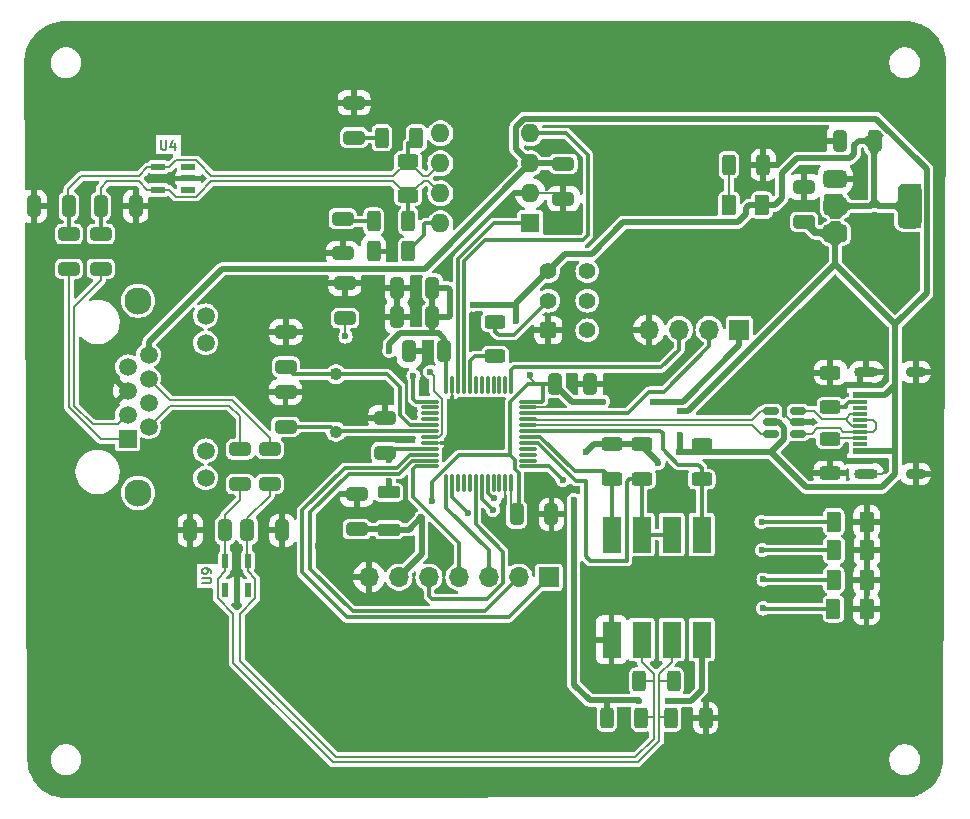
<source format=gbr>
%TF.GenerationSoftware,KiCad,Pcbnew,8.0.2*%
%TF.CreationDate,2024-05-08T19:58:35+03:00*%
%TF.ProjectId,deneme,64656e65-6d65-42e6-9b69-6361645f7063,rev?*%
%TF.SameCoordinates,Original*%
%TF.FileFunction,Copper,L1,Top*%
%TF.FilePolarity,Positive*%
%FSLAX46Y46*%
G04 Gerber Fmt 4.6, Leading zero omitted, Abs format (unit mm)*
G04 Created by KiCad (PCBNEW 8.0.2) date 2024-05-08 19:58:35*
%MOMM*%
%LPD*%
G01*
G04 APERTURE LIST*
G04 Aperture macros list*
%AMRoundRect*
0 Rectangle with rounded corners*
0 $1 Rounding radius*
0 $2 $3 $4 $5 $6 $7 $8 $9 X,Y pos of 4 corners*
0 Add a 4 corners polygon primitive as box body*
4,1,4,$2,$3,$4,$5,$6,$7,$8,$9,$2,$3,0*
0 Add four circle primitives for the rounded corners*
1,1,$1+$1,$2,$3*
1,1,$1+$1,$4,$5*
1,1,$1+$1,$6,$7*
1,1,$1+$1,$8,$9*
0 Add four rect primitives between the rounded corners*
20,1,$1+$1,$2,$3,$4,$5,0*
20,1,$1+$1,$4,$5,$6,$7,0*
20,1,$1+$1,$6,$7,$8,$9,0*
20,1,$1+$1,$8,$9,$2,$3,0*%
G04 Aperture macros list end*
%ADD10C,0.150000*%
%TA.AperFunction,NonConductor*%
%ADD11C,0.150000*%
%TD*%
%TA.AperFunction,SMDPad,CuDef*%
%ADD12RoundRect,0.250000X0.375000X0.625000X-0.375000X0.625000X-0.375000X-0.625000X0.375000X-0.625000X0*%
%TD*%
%TA.AperFunction,SMDPad,CuDef*%
%ADD13RoundRect,0.250000X-0.325000X-0.650000X0.325000X-0.650000X0.325000X0.650000X-0.325000X0.650000X0*%
%TD*%
%TA.AperFunction,ComponentPad*%
%ADD14R,1.700000X1.700000*%
%TD*%
%TA.AperFunction,ComponentPad*%
%ADD15O,1.700000X1.700000*%
%TD*%
%TA.AperFunction,SMDPad,CuDef*%
%ADD16RoundRect,0.250000X0.650000X-0.325000X0.650000X0.325000X-0.650000X0.325000X-0.650000X-0.325000X0*%
%TD*%
%TA.AperFunction,SMDPad,CuDef*%
%ADD17RoundRect,0.250000X-0.312500X-0.625000X0.312500X-0.625000X0.312500X0.625000X-0.312500X0.625000X0*%
%TD*%
%TA.AperFunction,ComponentPad*%
%ADD18R,1.500000X1.500000*%
%TD*%
%TA.AperFunction,ComponentPad*%
%ADD19C,1.500000*%
%TD*%
%TA.AperFunction,ComponentPad*%
%ADD20C,2.300000*%
%TD*%
%TA.AperFunction,SMDPad,CuDef*%
%ADD21RoundRect,0.250000X-0.650000X0.325000X-0.650000X-0.325000X0.650000X-0.325000X0.650000X0.325000X0*%
%TD*%
%TA.AperFunction,SMDPad,CuDef*%
%ADD22RoundRect,0.250000X0.325000X0.650000X-0.325000X0.650000X-0.325000X-0.650000X0.325000X-0.650000X0*%
%TD*%
%TA.AperFunction,SMDPad,CuDef*%
%ADD23RoundRect,0.375000X-0.625000X-0.375000X0.625000X-0.375000X0.625000X0.375000X-0.625000X0.375000X0*%
%TD*%
%TA.AperFunction,SMDPad,CuDef*%
%ADD24RoundRect,0.500000X-0.500000X-1.400000X0.500000X-1.400000X0.500000X1.400000X-0.500000X1.400000X0*%
%TD*%
%TA.AperFunction,SMDPad,CuDef*%
%ADD25RoundRect,0.250000X0.312500X0.625000X-0.312500X0.625000X-0.312500X-0.625000X0.312500X-0.625000X0*%
%TD*%
%TA.AperFunction,SMDPad,CuDef*%
%ADD26RoundRect,0.150000X0.512500X0.150000X-0.512500X0.150000X-0.512500X-0.150000X0.512500X-0.150000X0*%
%TD*%
%TA.AperFunction,SMDPad,CuDef*%
%ADD27RoundRect,0.088500X0.516500X0.206500X-0.516500X0.206500X-0.516500X-0.206500X0.516500X-0.206500X0*%
%TD*%
%TA.AperFunction,ComponentPad*%
%ADD28R,1.600000X1.600000*%
%TD*%
%TA.AperFunction,ComponentPad*%
%ADD29O,1.600000X1.600000*%
%TD*%
%TA.AperFunction,SMDPad,CuDef*%
%ADD30RoundRect,0.250000X-0.625000X0.312500X-0.625000X-0.312500X0.625000X-0.312500X0.625000X0.312500X0*%
%TD*%
%TA.AperFunction,SMDPad,CuDef*%
%ADD31R,1.160000X0.600000*%
%TD*%
%TA.AperFunction,SMDPad,CuDef*%
%ADD32R,1.160000X0.300000*%
%TD*%
%TA.AperFunction,ComponentPad*%
%ADD33O,2.000000X0.900000*%
%TD*%
%TA.AperFunction,ComponentPad*%
%ADD34O,1.700000X0.900000*%
%TD*%
%TA.AperFunction,SMDPad,CuDef*%
%ADD35RoundRect,0.088500X0.206500X-0.516500X0.206500X0.516500X-0.206500X0.516500X-0.206500X-0.516500X0*%
%TD*%
%TA.AperFunction,SMDPad,CuDef*%
%ADD36RoundRect,0.075000X-0.662500X-0.075000X0.662500X-0.075000X0.662500X0.075000X-0.662500X0.075000X0*%
%TD*%
%TA.AperFunction,SMDPad,CuDef*%
%ADD37RoundRect,0.075000X-0.075000X-0.662500X0.075000X-0.662500X0.075000X0.662500X-0.075000X0.662500X0*%
%TD*%
%TA.AperFunction,SMDPad,CuDef*%
%ADD38RoundRect,0.250000X0.625000X-0.312500X0.625000X0.312500X-0.625000X0.312500X-0.625000X-0.312500X0*%
%TD*%
%TA.AperFunction,SMDPad,CuDef*%
%ADD39R,1.600000X3.100000*%
%TD*%
%TA.AperFunction,ComponentPad*%
%ADD40C,1.080000*%
%TD*%
%TA.AperFunction,SMDPad,CuDef*%
%ADD41RoundRect,0.250000X-0.700000X0.275000X-0.700000X-0.275000X0.700000X-0.275000X0.700000X0.275000X0*%
%TD*%
%TA.AperFunction,SMDPad,CuDef*%
%ADD42RoundRect,0.250000X-0.375000X-0.625000X0.375000X-0.625000X0.375000X0.625000X-0.375000X0.625000X0*%
%TD*%
%TA.AperFunction,ComponentPad*%
%ADD43RoundRect,0.250000X0.450000X-0.450000X0.450000X0.450000X-0.450000X0.450000X-0.450000X-0.450000X0*%
%TD*%
%TA.AperFunction,ComponentPad*%
%ADD44C,1.400000*%
%TD*%
%TA.AperFunction,ViaPad*%
%ADD45C,0.600000*%
%TD*%
%TA.AperFunction,Conductor*%
%ADD46C,0.200000*%
%TD*%
%TA.AperFunction,Conductor*%
%ADD47C,0.300000*%
%TD*%
%TA.AperFunction,Conductor*%
%ADD48C,0.500000*%
%TD*%
G04 APERTURE END LIST*
D10*
D11*
X141042976Y-49562295D02*
X141042976Y-50209914D01*
X141042976Y-50209914D02*
X141081071Y-50286104D01*
X141081071Y-50286104D02*
X141119166Y-50324200D01*
X141119166Y-50324200D02*
X141195357Y-50362295D01*
X141195357Y-50362295D02*
X141347738Y-50362295D01*
X141347738Y-50362295D02*
X141423928Y-50324200D01*
X141423928Y-50324200D02*
X141462023Y-50286104D01*
X141462023Y-50286104D02*
X141500119Y-50209914D01*
X141500119Y-50209914D02*
X141500119Y-49562295D01*
X142223928Y-49828961D02*
X142223928Y-50362295D01*
X142033452Y-49524200D02*
X141842975Y-50095628D01*
X141842975Y-50095628D02*
X142338214Y-50095628D01*
D10*
D11*
X144504295Y-87069523D02*
X145151914Y-87069523D01*
X145151914Y-87069523D02*
X145228104Y-87031428D01*
X145228104Y-87031428D02*
X145266200Y-86993333D01*
X145266200Y-86993333D02*
X145304295Y-86917142D01*
X145304295Y-86917142D02*
X145304295Y-86764761D01*
X145304295Y-86764761D02*
X145266200Y-86688571D01*
X145266200Y-86688571D02*
X145228104Y-86650476D01*
X145228104Y-86650476D02*
X145151914Y-86612380D01*
X145151914Y-86612380D02*
X144504295Y-86612380D01*
X145304295Y-86193333D02*
X145304295Y-86040952D01*
X145304295Y-86040952D02*
X145266200Y-85964762D01*
X145266200Y-85964762D02*
X145228104Y-85926666D01*
X145228104Y-85926666D02*
X145113819Y-85850476D01*
X145113819Y-85850476D02*
X144961438Y-85812381D01*
X144961438Y-85812381D02*
X144656676Y-85812381D01*
X144656676Y-85812381D02*
X144580485Y-85850476D01*
X144580485Y-85850476D02*
X144542390Y-85888571D01*
X144542390Y-85888571D02*
X144504295Y-85964762D01*
X144504295Y-85964762D02*
X144504295Y-86117143D01*
X144504295Y-86117143D02*
X144542390Y-86193333D01*
X144542390Y-86193333D02*
X144580485Y-86231428D01*
X144580485Y-86231428D02*
X144656676Y-86269524D01*
X144656676Y-86269524D02*
X144847152Y-86269524D01*
X144847152Y-86269524D02*
X144923342Y-86231428D01*
X144923342Y-86231428D02*
X144961438Y-86193333D01*
X144961438Y-86193333D02*
X144999533Y-86117143D01*
X144999533Y-86117143D02*
X144999533Y-85964762D01*
X144999533Y-85964762D02*
X144961438Y-85888571D01*
X144961438Y-85888571D02*
X144923342Y-85850476D01*
X144923342Y-85850476D02*
X144847152Y-85812381D01*
D12*
%TO.P,D2,1,K*%
%TO.N,GND*%
X200800000Y-86775000D03*
%TO.P,D2,2,A*%
%TO.N,/PB1*%
X198000000Y-86775000D03*
%TD*%
D13*
%TO.P,C20,1*%
%TO.N,/CAN_ETH+*%
X135955000Y-55150000D03*
%TO.P,C20,2*%
%TO.N,GND*%
X138905000Y-55150000D03*
%TD*%
D14*
%TO.P,J2,1,Pin_1*%
%TO.N,+3V3*%
X190000000Y-65595000D03*
D15*
%TO.P,J2,2,Pin_2*%
%TO.N,/SWDIO*%
X187460000Y-65595000D03*
%TO.P,J2,3,Pin_3*%
%TO.N,/SWCLK*%
X184920000Y-65595000D03*
%TO.P,J2,4,Pin_4*%
%TO.N,GND*%
X182380000Y-65595000D03*
%TD*%
D16*
%TO.P,R17,1*%
%TO.N,/ETH3*%
X135950000Y-60455000D03*
%TO.P,R17,2*%
%TO.N,/CAN_ETH+*%
X135950000Y-57505000D03*
%TD*%
D17*
%TO.P,R8,1*%
%TO.N,/MAX485_D-*%
X184237500Y-98480000D03*
%TO.P,R8,2*%
%TO.N,GND*%
X187162500Y-98480000D03*
%TD*%
D18*
%TO.P,J4,1*%
%TO.N,/ETH1*%
X138220000Y-74848000D03*
D19*
%TO.P,J4,2*%
%TO.N,/ETH2*%
X140000000Y-73832000D03*
%TO.P,J4,3*%
%TO.N,/ETH3*%
X138220000Y-72816000D03*
%TO.P,J4,4*%
%TO.N,unconnected-(J4-Pad4)*%
X140000000Y-71800000D03*
%TO.P,J4,5*%
%TO.N,GND*%
X138220000Y-70784000D03*
%TO.P,J4,6*%
%TO.N,/ETH6*%
X140000000Y-69768000D03*
%TO.P,J4,7*%
%TO.N,unconnected-(J4-Pad7)*%
X138220000Y-68752000D03*
%TO.P,J4,8*%
%TO.N,+5V*%
X140000000Y-67736000D03*
%TO.P,J4,9*%
%TO.N,N/C*%
X144820000Y-78148000D03*
%TO.P,J4,10*%
X144820000Y-75858000D03*
%TO.P,J4,11*%
X144820000Y-66718000D03*
%TO.P,J4,12*%
X144820000Y-64428000D03*
D20*
%TO.P,J4,SH*%
X139110000Y-79418000D03*
X139110000Y-63158000D03*
%TD*%
D13*
%TO.P,C2,1*%
%TO.N,+3V3*%
X174445000Y-70190000D03*
%TO.P,C2,2*%
%TO.N,GND*%
X177395000Y-70190000D03*
%TD*%
D21*
%TO.P,R16,1*%
%TO.N,/ETH2*%
X147760000Y-75725000D03*
%TO.P,R16,2*%
%TO.N,/MAX485_D-*%
X147760000Y-78675000D03*
%TD*%
D22*
%TO.P,C5,1*%
%TO.N,+3V3*%
X164015000Y-62040000D03*
%TO.P,C5,2*%
%TO.N,GND*%
X161065000Y-62040000D03*
%TD*%
D23*
%TO.P,U2,1,GND*%
%TO.N,GND*%
X198130000Y-52845000D03*
%TO.P,U2,2,VO*%
%TO.N,+3V3*%
X198130000Y-55145000D03*
D24*
X204430000Y-55145000D03*
D23*
%TO.P,U2,3,VI*%
%TO.N,+5V*%
X198130000Y-57445000D03*
%TD*%
D16*
%TO.P,C12,1*%
%TO.N,+5V*%
X195500000Y-56475000D03*
%TO.P,C12,2*%
%TO.N,GND*%
X195500000Y-53525000D03*
%TD*%
D25*
%TO.P,R13,1*%
%TO.N,/CAN_ETH+*%
X161972500Y-56430000D03*
%TO.P,R13,2*%
%TO.N,Net-(C18-Pad1)*%
X159047500Y-56430000D03*
%TD*%
D26*
%TO.P,U5,1,I/O1*%
%TO.N,Net-(J1-D--PadA7)*%
X194977500Y-74395000D03*
%TO.P,U5,2,GND*%
%TO.N,GND*%
X194977500Y-73445000D03*
%TO.P,U5,3,I/O2*%
%TO.N,Net-(J1-D+-PadA6)*%
X194977500Y-72495000D03*
%TO.P,U5,4,I/O2*%
%TO.N,/USB_D+*%
X192702500Y-72495000D03*
%TO.P,U5,5,VBUS*%
%TO.N,+5V*%
X192702500Y-73445000D03*
%TO.P,U5,6,I/O1*%
%TO.N,/USB_D-*%
X192702500Y-74395000D03*
%TD*%
D25*
%TO.P,R9,1*%
%TO.N,/MAX485_D-*%
X184472500Y-95370000D03*
%TO.P,R9,2*%
%TO.N,/MAX485_D+*%
X181547500Y-95370000D03*
%TD*%
D16*
%TO.P,R15,1*%
%TO.N,/ETH1*%
X133260000Y-60455000D03*
%TO.P,R15,2*%
%TO.N,/CAN_ETH-*%
X133260000Y-57505000D03*
%TD*%
D14*
%TO.P,J3,1,Pin_1*%
%TO.N,/M0*%
X173890000Y-86550000D03*
D15*
%TO.P,J3,2,Pin_2*%
%TO.N,/M1*%
X171350000Y-86550000D03*
%TO.P,J3,3,Pin_3*%
%TO.N,/USART2_RXD*%
X168810000Y-86550000D03*
%TO.P,J3,4,Pin_4*%
%TO.N,/USART2_TXD*%
X166270000Y-86550000D03*
%TO.P,J3,5,Pin_5*%
%TO.N,/AUX*%
X163730000Y-86550000D03*
%TO.P,J3,6,Pin_6*%
%TO.N,+3V3*%
X161190000Y-86550000D03*
%TO.P,J3,7,Pin_7*%
%TO.N,GND*%
X158650000Y-86550000D03*
%TD*%
D27*
%TO.P,U4,1,NC*%
%TO.N,unconnected-(U4-NC-Pad1)*%
X143317500Y-53750000D03*
%TO.P,U4,2,GND*%
%TO.N,GND*%
X143317500Y-52800000D03*
%TO.P,U4,3,NC*%
%TO.N,unconnected-(U4-NC-Pad3)*%
X143317500Y-51850000D03*
%TO.P,U4,4,I/O1*%
%TO.N,/CAN_ETH-*%
X140807500Y-51850000D03*
%TO.P,U4,5,I/O2*%
%TO.N,/CAN_ETH+*%
X140807500Y-53750000D03*
%TD*%
D21*
%TO.P,R18,1*%
%TO.N,/ETH6*%
X150260000Y-75705000D03*
%TO.P,R18,2*%
%TO.N,/MAX485_D+*%
X150260000Y-78655000D03*
%TD*%
D28*
%TO.P,U6,1,TXD*%
%TO.N,/CAN_TXD*%
X172320000Y-56595000D03*
D29*
%TO.P,U6,2,VSS*%
%TO.N,GND*%
X172320000Y-54055000D03*
%TO.P,U6,3,VDD*%
%TO.N,+5V*%
X172320000Y-51515000D03*
%TO.P,U6,4,RXD*%
%TO.N,/CAN_RXD*%
X172320000Y-48975000D03*
%TO.P,U6,5,Vref*%
%TO.N,unconnected-(U6-Vref-Pad5)*%
X164700000Y-48975000D03*
%TO.P,U6,6,CANL*%
%TO.N,/CAN_ETH-*%
X164700000Y-51515000D03*
%TO.P,U6,7,CANH*%
%TO.N,/CAN_ETH+*%
X164700000Y-54055000D03*
%TO.P,U6,8,Rs*%
%TO.N,Net-(U6-Rs)*%
X164700000Y-56595000D03*
%TD*%
D22*
%TO.P,C1,1*%
%TO.N,+3V3*%
X163995000Y-64530000D03*
%TO.P,C1,2*%
%TO.N,GND*%
X161045000Y-64530000D03*
%TD*%
D16*
%TO.P,C8,1*%
%TO.N,+3V3*%
X157620000Y-82485000D03*
%TO.P,C8,2*%
%TO.N,GND*%
X157620000Y-79535000D03*
%TD*%
%TO.P,C10,1*%
%TO.N,/HSE_IN*%
X151630000Y-68745000D03*
%TO.P,C10,2*%
%TO.N,GND*%
X151630000Y-65795000D03*
%TD*%
D30*
%TO.P,R1,1*%
%TO.N,/SW_BOOT0*%
X169330000Y-64917500D03*
%TO.P,R1,2*%
%TO.N,/BOOT0*%
X169330000Y-67842500D03*
%TD*%
D16*
%TO.P,C11,1*%
%TO.N,/HSE_OUT*%
X151590000Y-73835000D03*
%TO.P,C11,2*%
%TO.N,GND*%
X151590000Y-70885000D03*
%TD*%
D21*
%TO.P,C16,1*%
%TO.N,+5V*%
X175110000Y-51565000D03*
%TO.P,C16,2*%
%TO.N,GND*%
X175110000Y-54515000D03*
%TD*%
D31*
%TO.P,J1,A1,GND*%
%TO.N,GND*%
X200190000Y-76700000D03*
%TO.P,J1,A4,VBUS*%
%TO.N,+5V*%
X200190000Y-75900000D03*
D32*
%TO.P,J1,A5,CC1*%
%TO.N,Net-(J1-CC1)*%
X200190000Y-74750000D03*
%TO.P,J1,A6,D+*%
%TO.N,Net-(J1-D+-PadA6)*%
X200190000Y-73750000D03*
%TO.P,J1,A7,D-*%
%TO.N,Net-(J1-D--PadA7)*%
X200190000Y-73250000D03*
%TO.P,J1,A8,SBU1*%
%TO.N,unconnected-(J1-SBU1-PadA8)*%
X200190000Y-72250000D03*
D31*
%TO.P,J1,A9,VBUS*%
%TO.N,+5V*%
X200190000Y-71100000D03*
%TO.P,J1,A12,GND*%
%TO.N,GND*%
X200190000Y-70300000D03*
%TO.P,J1,B1,GND*%
X200190000Y-70300000D03*
%TO.P,J1,B4,VBUS*%
%TO.N,+5V*%
X200190000Y-71100000D03*
D32*
%TO.P,J1,B5,CC2*%
%TO.N,Net-(J1-CC2)*%
X200190000Y-71750000D03*
%TO.P,J1,B6,D+*%
%TO.N,Net-(J1-D+-PadA6)*%
X200190000Y-72750000D03*
%TO.P,J1,B7,D-*%
%TO.N,Net-(J1-D--PadA7)*%
X200190000Y-74250000D03*
%TO.P,J1,B8,SBU2*%
%TO.N,unconnected-(J1-SBU2-PadB8)*%
X200190000Y-75250000D03*
D31*
%TO.P,J1,B9,VBUS*%
%TO.N,+5V*%
X200190000Y-75900000D03*
%TO.P,J1,B12,GND*%
%TO.N,GND*%
X200190000Y-76700000D03*
D33*
%TO.P,J1,S1,SHIELD*%
X200770000Y-77820000D03*
D34*
X204940000Y-77820000D03*
D33*
X200770000Y-69180000D03*
D34*
X204940000Y-69180000D03*
%TD*%
D30*
%TO.P,R4,1*%
%TO.N,+5V*%
X186820000Y-75337500D03*
%TO.P,R4,2*%
%TO.N,/USART1_RX*%
X186820000Y-78262500D03*
%TD*%
%TO.P,R6,1*%
%TO.N,+5V*%
X179200000Y-75310000D03*
%TO.P,R6,2*%
%TO.N,/USART1_TX*%
X179200000Y-78235000D03*
%TD*%
D17*
%TO.P,R7,1*%
%TO.N,+5V*%
X178797500Y-98470000D03*
%TO.P,R7,2*%
%TO.N,/MAX485_D+*%
X181722500Y-98470000D03*
%TD*%
D22*
%TO.P,C7,1*%
%TO.N,/CAN_ETH-*%
X133245000Y-55150000D03*
%TO.P,C7,2*%
%TO.N,GND*%
X130295000Y-55150000D03*
%TD*%
D30*
%TO.P,R5,1*%
%TO.N,+5V*%
X181800000Y-75312500D03*
%TO.P,R5,2*%
%TO.N,/MAX485_ENB*%
X181800000Y-78237500D03*
%TD*%
D25*
%TO.P,R12,1*%
%TO.N,/CAN_ETH-*%
X162672500Y-49340000D03*
%TO.P,R12,2*%
%TO.N,Net-(C17-Pad1)*%
X159747500Y-49340000D03*
%TD*%
D13*
%TO.P,C3,1*%
%TO.N,+3V3*%
X171155000Y-81240000D03*
%TO.P,C3,2*%
%TO.N,GND*%
X174105000Y-81240000D03*
%TD*%
D35*
%TO.P,U9,1,NC*%
%TO.N,unconnected-(U9-NC-Pad1)*%
X146500000Y-87655000D03*
%TO.P,U9,2,GND*%
%TO.N,GND*%
X147450000Y-87655000D03*
%TO.P,U9,3,NC*%
%TO.N,unconnected-(U9-NC-Pad3)*%
X148400000Y-87655000D03*
%TO.P,U9,4,I/O1*%
%TO.N,/MAX485_D+*%
X148400000Y-85145000D03*
%TO.P,U9,5,I/O2*%
%TO.N,/MAX485_D-*%
X146500000Y-85145000D03*
%TD*%
D36*
%TO.P,U1,1,VBAT*%
%TO.N,+3V3*%
X163790000Y-71685000D03*
%TO.P,U1,2,PC13*%
%TO.N,/OUTPUT_PC13*%
X163790000Y-72185000D03*
%TO.P,U1,3,PC14*%
%TO.N,unconnected-(U1-PC14-Pad3)*%
X163790000Y-72685000D03*
%TO.P,U1,4,PC15*%
%TO.N,unconnected-(U1-PC15-Pad4)*%
X163790000Y-73185001D03*
%TO.P,U1,5,PD0*%
%TO.N,/HSE_IN*%
X163790000Y-73685000D03*
%TO.P,U1,6,PD1*%
%TO.N,/HSE_OUT*%
X163790000Y-74185000D03*
%TO.P,U1,7,NRST*%
%TO.N,/NRST*%
X163790000Y-74685000D03*
%TO.P,U1,8,VSSA*%
%TO.N,GND*%
X163790000Y-75185000D03*
%TO.P,U1,9,VDDA*%
%TO.N,+3.3VA*%
X163790000Y-75684999D03*
%TO.P,U1,10,PA0*%
%TO.N,/M0*%
X163790000Y-76185000D03*
%TO.P,U1,11,PA1*%
%TO.N,/M1*%
X163790000Y-76685000D03*
%TO.P,U1,12,PA2*%
%TO.N,/USART2_TXD*%
X163790000Y-77185000D03*
D37*
%TO.P,U1,13,PA3*%
%TO.N,/USART2_RXD*%
X165202500Y-78597500D03*
%TO.P,U1,14,PA4*%
%TO.N,/PA4*%
X165702500Y-78597500D03*
%TO.P,U1,15,PA5*%
%TO.N,/SPI1_SCK*%
X166202500Y-78597500D03*
%TO.P,U1,16,PA6*%
%TO.N,/SP1_MISO*%
X166702501Y-78597500D03*
%TO.P,U1,17,PA7*%
%TO.N,/SPI1_MOSI*%
X167202500Y-78597500D03*
%TO.P,U1,18,PB0*%
%TO.N,/AUX*%
X167702500Y-78597500D03*
%TO.P,U1,19,PB1*%
%TO.N,/PB1*%
X168202500Y-78597500D03*
%TO.P,U1,20,PB2*%
%TO.N,/PB2*%
X168702500Y-78597500D03*
%TO.P,U1,21,PB10*%
%TO.N,/USART3_TX*%
X169202499Y-78597500D03*
%TO.P,U1,22,PB11*%
%TO.N,/USART3_RX*%
X169702500Y-78597500D03*
%TO.P,U1,23,VSS*%
%TO.N,GND*%
X170202500Y-78597500D03*
%TO.P,U1,24,VDD*%
%TO.N,+3V3*%
X170702500Y-78597500D03*
D36*
%TO.P,U1,25,PB12*%
%TO.N,/PB12*%
X172115000Y-77185000D03*
%TO.P,U1,26,PB13*%
%TO.N,/SPI2_SCK*%
X172115000Y-76685000D03*
%TO.P,U1,27,PB14*%
%TO.N,/SP2_MISO*%
X172115000Y-76185000D03*
%TO.P,U1,28,PB15*%
%TO.N,/SPI2_MOSI*%
X172115000Y-75684999D03*
%TO.P,U1,29,PA8*%
%TO.N,/MAX485_ENB*%
X172115000Y-75185000D03*
%TO.P,U1,30,PA9*%
%TO.N,/USART1_TX*%
X172115000Y-74685000D03*
%TO.P,U1,31,PA10*%
%TO.N,/USART1_RX*%
X172115000Y-74185000D03*
%TO.P,U1,32,PA11*%
%TO.N,/USB_D-*%
X172115000Y-73685000D03*
%TO.P,U1,33,PA12*%
%TO.N,/USB_D+*%
X172115000Y-73185001D03*
%TO.P,U1,34,PA13*%
%TO.N,/SWDIO*%
X172115000Y-72685000D03*
%TO.P,U1,35,VSS*%
%TO.N,GND*%
X172115000Y-72185000D03*
%TO.P,U1,36,VDD*%
%TO.N,+3V3*%
X172115000Y-71685000D03*
D37*
%TO.P,U1,37,PA14*%
%TO.N,/SWCLK*%
X170702500Y-70272500D03*
%TO.P,U1,38,PA15*%
%TO.N,unconnected-(U1-PA15-Pad38)*%
X170202500Y-70272500D03*
%TO.P,U1,39,PB3*%
%TO.N,/OUTPUT_PB3*%
X169702500Y-70272500D03*
%TO.P,U1,40,PB4*%
%TO.N,/OUTPUT_PB4*%
X169202499Y-70272500D03*
%TO.P,U1,41,PB5*%
%TO.N,/OUTPUT_PB5*%
X168702500Y-70272500D03*
%TO.P,U1,42,PB6*%
%TO.N,/CAN_CS*%
X168202500Y-70272500D03*
%TO.P,U1,43,PB7*%
%TO.N,/OUTPUT_PB7*%
X167702500Y-70272500D03*
%TO.P,U1,44,BOOT0*%
%TO.N,/BOOT0*%
X167202500Y-70272500D03*
%TO.P,U1,45,PB8*%
%TO.N,/CAN_RXD*%
X166702501Y-70272500D03*
%TO.P,U1,46,PB9*%
%TO.N,/CAN_TXD*%
X166202500Y-70272500D03*
%TO.P,U1,47,VSS*%
%TO.N,GND*%
X165702500Y-70272500D03*
%TO.P,U1,48,VDD*%
%TO.N,+3V3*%
X165202500Y-70272500D03*
%TD*%
D38*
%TO.P,R14,1*%
%TO.N,/CAN_ETH+*%
X161960000Y-54257500D03*
%TO.P,R14,2*%
%TO.N,/CAN_ETH-*%
X161960000Y-51332500D03*
%TD*%
D22*
%TO.P,C19,1*%
%TO.N,/MAX485_D-*%
X146475000Y-82580000D03*
%TO.P,C19,2*%
%TO.N,GND*%
X143525000Y-82580000D03*
%TD*%
D38*
%TO.P,R11,1*%
%TO.N,Net-(J1-CC2)*%
X197720000Y-72162500D03*
%TO.P,R11,2*%
%TO.N,GND*%
X197720000Y-69237500D03*
%TD*%
D39*
%TO.P,U3,1,RO*%
%TO.N,/USART1_RX*%
X186810000Y-82955000D03*
%TO.P,U3,2,~{RE}*%
%TO.N,/MAX485_ENB*%
X184270000Y-82955000D03*
%TO.P,U3,3,DE*%
X181730000Y-82955000D03*
%TO.P,U3,4,DI*%
%TO.N,/USART1_TX*%
X179190000Y-82955000D03*
%TO.P,U3,5,GND*%
%TO.N,GND*%
X179190000Y-91845000D03*
%TO.P,U3,6,A*%
%TO.N,/MAX485_D+*%
X181730000Y-91845000D03*
%TO.P,U3,7,B*%
%TO.N,/MAX485_D-*%
X184270000Y-91845000D03*
%TO.P,U3,8,VCC*%
%TO.N,+5V*%
X186810000Y-91845000D03*
%TD*%
D40*
%TO.P,Y2,1*%
%TO.N,/HSE_OUT*%
X155850000Y-74250000D03*
%TO.P,Y2,2*%
%TO.N,/HSE_IN*%
X155850000Y-69370000D03*
%TD*%
D12*
%TO.P,D5,1,K*%
%TO.N,GND*%
X200780000Y-89225000D03*
%TO.P,D5,2,A*%
%TO.N,/PA4*%
X197980000Y-89225000D03*
%TD*%
D41*
%TO.P,FB1,1*%
%TO.N,+3.3VA*%
X160320000Y-79385000D03*
%TO.P,FB1,2*%
%TO.N,+3V3*%
X160320000Y-82535000D03*
%TD*%
D17*
%TO.P,R3,1*%
%TO.N,/PWR_LED_K*%
X189112500Y-51650000D03*
%TO.P,R3,2*%
%TO.N,GND*%
X192037500Y-51650000D03*
%TD*%
D21*
%TO.P,C18,1*%
%TO.N,Net-(C18-Pad1)*%
X156430000Y-56195000D03*
%TO.P,C18,2*%
%TO.N,GND*%
X156430000Y-59145000D03*
%TD*%
D16*
%TO.P,C17,1*%
%TO.N,Net-(C17-Pad1)*%
X157390000Y-49335000D03*
%TO.P,C17,2*%
%TO.N,GND*%
X157390000Y-46385000D03*
%TD*%
%TO.P,C6,1*%
%TO.N,+3.3VA*%
X160010000Y-76005000D03*
%TO.P,C6,2*%
%TO.N,GND*%
X160010000Y-73055000D03*
%TD*%
D12*
%TO.P,D3,1,K*%
%TO.N,GND*%
X200820000Y-84260000D03*
%TO.P,D3,2,A*%
%TO.N,/PB2*%
X198020000Y-84260000D03*
%TD*%
D42*
%TO.P,D1,1,K*%
%TO.N,/PWR_LED_K*%
X189117500Y-55071250D03*
%TO.P,D1,2,A*%
%TO.N,+3V3*%
X191917500Y-55071250D03*
%TD*%
D43*
%TO.P,SW1,1,A*%
%TO.N,GND*%
X173830000Y-65645000D03*
D44*
%TO.P,SW1,2,B*%
%TO.N,/SW_BOOT0*%
X173830000Y-63145000D03*
%TO.P,SW1,3,C*%
%TO.N,+3V3*%
X173830000Y-60645000D03*
%TO.P,SW1,4*%
%TO.N,N/C*%
X177130000Y-60645000D03*
%TO.P,SW1,5*%
X177130000Y-63145000D03*
%TO.P,SW1,6*%
X177130000Y-65645000D03*
%TD*%
D13*
%TO.P,C21,1*%
%TO.N,/MAX485_D+*%
X148355000Y-82600000D03*
%TO.P,C21,2*%
%TO.N,GND*%
X151305000Y-82600000D03*
%TD*%
D16*
%TO.P,C9,1*%
%TO.N,/NRST*%
X156620000Y-64625000D03*
%TO.P,C9,2*%
%TO.N,GND*%
X156620000Y-61675000D03*
%TD*%
D22*
%TO.P,C4,1*%
%TO.N,+3V3*%
X165025000Y-67430000D03*
%TO.P,C4,2*%
%TO.N,GND*%
X162075000Y-67430000D03*
%TD*%
D17*
%TO.P,R2,1*%
%TO.N,GND*%
X159047500Y-58980000D03*
%TO.P,R2,2*%
%TO.N,Net-(U6-Rs)*%
X161972500Y-58980000D03*
%TD*%
D22*
%TO.P,C13,1*%
%TO.N,+3V3*%
X201465000Y-49610000D03*
%TO.P,C13,2*%
%TO.N,GND*%
X198515000Y-49610000D03*
%TD*%
D30*
%TO.P,R10,1*%
%TO.N,Net-(J1-CC1)*%
X197660000Y-74817500D03*
%TO.P,R10,2*%
%TO.N,GND*%
X197660000Y-77742500D03*
%TD*%
D12*
%TO.P,D4,1,K*%
%TO.N,GND*%
X200800000Y-81850000D03*
%TO.P,D4,2,A*%
%TO.N,/PB12*%
X198000000Y-81850000D03*
%TD*%
D45*
%TO.N,GND*%
X133020000Y-47000000D03*
X147990000Y-55980000D03*
X147980000Y-58100000D03*
X149990000Y-55980000D03*
X141730000Y-86150000D03*
X156630000Y-91890000D03*
X144990000Y-50000000D03*
X133980000Y-88050000D03*
X191020000Y-104030000D03*
X192040000Y-46030000D03*
X165840000Y-72680000D03*
X131020000Y-47000000D03*
X189410000Y-91580000D03*
X147010000Y-104730000D03*
X176070000Y-42050000D03*
X131970000Y-89750000D03*
X138250000Y-95580000D03*
X142960000Y-47030000D03*
X144960000Y-47030000D03*
X170990000Y-103980000D03*
X163340000Y-70480000D03*
X152280000Y-93730000D03*
X152040000Y-55950000D03*
X173930000Y-92080000D03*
X157960000Y-91990000D03*
X137020000Y-47000000D03*
X140060000Y-58030000D03*
X157990000Y-93860000D03*
X146990000Y-103000000D03*
X160060000Y-96000000D03*
X172230000Y-66980000D03*
X169970000Y-92080000D03*
X161960000Y-46020000D03*
X204570000Y-66060000D03*
X182000000Y-46020000D03*
X132040000Y-86020000D03*
X190040000Y-46030000D03*
X156290000Y-83890000D03*
X130050000Y-93750000D03*
X200320000Y-52770000D03*
X178070000Y-42050000D03*
X185990000Y-58960000D03*
X153020000Y-103000000D03*
X137990000Y-88100000D03*
X132130000Y-97710000D03*
X172990000Y-103980000D03*
X165980000Y-95980000D03*
X168060000Y-46040000D03*
X164040000Y-100020000D03*
X144060000Y-58030000D03*
X203940000Y-60880000D03*
X145990000Y-55980000D03*
X132190000Y-95560000D03*
X147020000Y-47000000D03*
X206200000Y-86250000D03*
X131010000Y-49980000D03*
X181070000Y-104010000D03*
X193840000Y-60980000D03*
X190030000Y-41990000D03*
X134020000Y-84000000D03*
X139720000Y-86100000D03*
X133950000Y-91520000D03*
X175750000Y-70210000D03*
X149460000Y-62080000D03*
X145010000Y-104730000D03*
X137010000Y-49980000D03*
X139020000Y-102990000D03*
X194040000Y-46030000D03*
X200990000Y-67610000D03*
X167930000Y-93900000D03*
X190020000Y-59040000D03*
X140960000Y-47030000D03*
X201980000Y-62240000D03*
X173010000Y-46040000D03*
X142060000Y-58030000D03*
X177010000Y-46040000D03*
X167400000Y-74120000D03*
X141660000Y-84150000D03*
X168990000Y-103980000D03*
X194840000Y-66060000D03*
X183010000Y-53010000D03*
X187970000Y-61010000D03*
X158000000Y-98010000D03*
X147440000Y-86030000D03*
X183990000Y-58960000D03*
X159990000Y-93860000D03*
X167960000Y-92030000D03*
X166050000Y-93880000D03*
X160040000Y-100020000D03*
X165960000Y-46020000D03*
X189420000Y-93150000D03*
X204000000Y-80300000D03*
X174990000Y-103980000D03*
X171010000Y-46040000D03*
X138960000Y-47030000D03*
X152990000Y-101790000D03*
X174020000Y-100030000D03*
X159960000Y-91990000D03*
X201930000Y-60830000D03*
X154450000Y-95960000D03*
X183030000Y-51000000D03*
X174070000Y-42050000D03*
X186020000Y-41990000D03*
X168020000Y-98010000D03*
X172020000Y-98010000D03*
X181030000Y-51000000D03*
X200980000Y-94010000D03*
X158040000Y-100020000D03*
X132050000Y-93750000D03*
X134040000Y-86020000D03*
X167390000Y-72630000D03*
X147870000Y-70640000D03*
X171920000Y-93960000D03*
X173930000Y-94010000D03*
X137020000Y-102990000D03*
X171980000Y-42020000D03*
X168020000Y-100020000D03*
X189460000Y-94750000D03*
X134050000Y-93750000D03*
X136040000Y-86020000D03*
X202990000Y-92010000D03*
X167890000Y-66270000D03*
X153050000Y-50010000D03*
X195020000Y-104050000D03*
X206470000Y-67440000D03*
X146960000Y-101740000D03*
X156030000Y-82120000D03*
X152120000Y-57940000D03*
X138190000Y-97730000D03*
X179020000Y-46050000D03*
X190020000Y-61040000D03*
X185030000Y-51000000D03*
X193840000Y-58940000D03*
X191430000Y-93200000D03*
X175010000Y-46040000D03*
X206180000Y-88500000D03*
X193010000Y-101990000D03*
X134130000Y-97710000D03*
X147390000Y-84160000D03*
X156460000Y-96010000D03*
X164070000Y-103960000D03*
X147880000Y-67070000D03*
X166050000Y-104000000D03*
X156270000Y-85640000D03*
X132020000Y-84000000D03*
X184020000Y-41990000D03*
X151070000Y-104750000D03*
X170020000Y-100020000D03*
X158070000Y-103960000D03*
X151460000Y-62080000D03*
X191010000Y-101990000D03*
X206060000Y-82090000D03*
X166030000Y-75230000D03*
X138110000Y-93770000D03*
X179070000Y-104010000D03*
X198000000Y-46020000D03*
X190300000Y-69650000D03*
X130020000Y-84000000D03*
X196000000Y-99960000D03*
X199000000Y-92020000D03*
X146960000Y-100430000D03*
X197790000Y-67530000D03*
X130130000Y-97710000D03*
X154280000Y-93730000D03*
X200030000Y-99940000D03*
X164000000Y-98010000D03*
X200000000Y-46020000D03*
X154330000Y-83940000D03*
X171980000Y-95980000D03*
X183970000Y-61010000D03*
X160070000Y-103960000D03*
X192460000Y-69920000D03*
X163960000Y-46020000D03*
X135010000Y-49980000D03*
X189350000Y-71860000D03*
X189490000Y-96270000D03*
X140840000Y-52810000D03*
X180170000Y-70140000D03*
X195010000Y-101990000D03*
X177070000Y-104010000D03*
X154880000Y-85610000D03*
X155020000Y-103000000D03*
X203990000Y-62290000D03*
X151040000Y-46990000D03*
X148970000Y-100480000D03*
X149010000Y-104730000D03*
X136130000Y-97710000D03*
X131940000Y-91470000D03*
X197000000Y-92020000D03*
X174020000Y-96030000D03*
X131980000Y-88050000D03*
X198980000Y-94010000D03*
X143990000Y-55980000D03*
X146060000Y-58030000D03*
X197020000Y-104050000D03*
X166020000Y-100020000D03*
X138990000Y-50000000D03*
X152570000Y-91870000D03*
X135980000Y-88050000D03*
X137990000Y-84100000D03*
X169090000Y-74110000D03*
X191500000Y-96320000D03*
X167980000Y-42020000D03*
X165800000Y-74120000D03*
X169010000Y-72590000D03*
X187050000Y-53010000D03*
X163990000Y-93860000D03*
X193020000Y-104050000D03*
X139650000Y-84100000D03*
X139790000Y-88100000D03*
X169110000Y-75310000D03*
X189020000Y-104030000D03*
X162000000Y-98010000D03*
X176050000Y-100040000D03*
X162040000Y-100020000D03*
X147050000Y-50010000D03*
X197620000Y-63990000D03*
X179030000Y-51000000D03*
X163960000Y-91990000D03*
X156480000Y-98000000D03*
X195000000Y-92020000D03*
X141800000Y-88150000D03*
X148990000Y-103000000D03*
X191910000Y-59000000D03*
X133980000Y-89800000D03*
X206130000Y-84080000D03*
X201000000Y-92020000D03*
X192310000Y-68020000D03*
X150570000Y-91870000D03*
X148920000Y-99280000D03*
X164060000Y-96000000D03*
X174370000Y-71800000D03*
X201040000Y-65980000D03*
X151050000Y-50010000D03*
X188020000Y-41990000D03*
X182020000Y-41990000D03*
X202990000Y-94010000D03*
X169940000Y-93950000D03*
X156340000Y-93750000D03*
X206180000Y-80250000D03*
X187990000Y-58960000D03*
X153050000Y-47040000D03*
X192030000Y-41990000D03*
X188000000Y-46020000D03*
X194000000Y-99960000D03*
X181990000Y-58960000D03*
X137990000Y-86100000D03*
X144990000Y-103000000D03*
X169980000Y-95980000D03*
X160000000Y-98010000D03*
X180070000Y-42050000D03*
X190370000Y-71140000D03*
X176050000Y-98040000D03*
X189010000Y-101990000D03*
X186000000Y-46020000D03*
X174020000Y-98030000D03*
X153750000Y-78790000D03*
X167980000Y-95980000D03*
X181010000Y-53010000D03*
X129980000Y-88050000D03*
X146910000Y-99230000D03*
X171920000Y-92030000D03*
X197690000Y-65910000D03*
X154470000Y-98000000D03*
X198000000Y-99960000D03*
X162070000Y-103960000D03*
X154400000Y-82180000D03*
X204660000Y-67520000D03*
X195060000Y-68010000D03*
X185970000Y-61010000D03*
X161990000Y-93860000D03*
X172020000Y-100020000D03*
X196980000Y-94010000D03*
X194030000Y-41990000D03*
X130190000Y-95560000D03*
X136050000Y-93750000D03*
X153460000Y-62080000D03*
X136190000Y-95560000D03*
X147460000Y-62080000D03*
X149050000Y-50010000D03*
X143010000Y-104730000D03*
X163630000Y-67410000D03*
X196040000Y-46030000D03*
X161960000Y-91990000D03*
X130040000Y-86020000D03*
X166020000Y-98010000D03*
X141020000Y-102990000D03*
X191940000Y-61000000D03*
X149020000Y-47000000D03*
X162060000Y-96000000D03*
X150990000Y-103000000D03*
X150980000Y-101740000D03*
X191470000Y-94800000D03*
X184000000Y-46020000D03*
X187020000Y-104030000D03*
X192000000Y-99960000D03*
X135020000Y-47000000D03*
X185020000Y-104030000D03*
X169980000Y-42020000D03*
X185010000Y-53010000D03*
X164350000Y-83870000D03*
X154570000Y-91870000D03*
X143020000Y-102990000D03*
X165980000Y-42020000D03*
X150280000Y-93730000D03*
X181970000Y-61010000D03*
X150020000Y-58220000D03*
X148970000Y-101790000D03*
X194980000Y-94010000D03*
X170020000Y-98010000D03*
X197040000Y-101990000D03*
X148570000Y-91870000D03*
X183070000Y-104010000D03*
X134190000Y-95560000D03*
X179010000Y-53010000D03*
X158060000Y-96000000D03*
X159960000Y-46020000D03*
X187050000Y-51010000D03*
X147870000Y-68810000D03*
X206440000Y-65890000D03*
X167600000Y-75210000D03*
X133010000Y-49980000D03*
X166020000Y-92010000D03*
X191420000Y-91630000D03*
X136020000Y-84000000D03*
%TO.N,+3V3*%
X163100000Y-81500000D03*
X171100000Y-64900000D03*
X162420000Y-69510000D03*
X165552500Y-63470000D03*
X182720000Y-71690000D03*
X164000000Y-80100000D03*
X178445000Y-71685000D03*
X172270000Y-69445000D03*
X167460000Y-63470000D03*
X160375735Y-67370000D03*
%TO.N,+3.3VA*%
X160320000Y-76650000D03*
X160320000Y-78453553D03*
%TO.N,/NRST*%
X156665000Y-66175000D03*
X163840000Y-69160000D03*
%TO.N,+5V*%
X177000000Y-76000000D03*
X184000000Y-97000000D03*
X184900000Y-76000000D03*
X183155380Y-76874620D03*
X185000000Y-72500000D03*
X181500000Y-97000000D03*
X176000000Y-80000000D03*
X185000000Y-74500000D03*
%TO.N,/PB1*%
X192050000Y-86750000D03*
X169140000Y-80840000D03*
%TO.N,/PB2*%
X169281412Y-79892169D03*
X191940000Y-84270000D03*
%TO.N,/PB12*%
X191890000Y-81870000D03*
X175070000Y-78330000D03*
%TO.N,/PA4*%
X167052500Y-81140000D03*
X192025000Y-89200000D03*
%TD*%
D46*
%TO.N,GND*%
X198515000Y-49610000D02*
X197250000Y-49610000D01*
X161065000Y-62040000D02*
X160030000Y-62040000D01*
D47*
X147450000Y-86840000D02*
X147460000Y-86830000D01*
D46*
X170202500Y-79947500D02*
X170202500Y-78597500D01*
X159047500Y-58980000D02*
X160390000Y-58980000D01*
X143317500Y-52800000D02*
X142290000Y-52800000D01*
X162075000Y-67430000D02*
X163290000Y-67430000D01*
X200190000Y-70300000D02*
X201100000Y-70300000D01*
X143525000Y-82580000D02*
X144910000Y-82580000D01*
X163790000Y-75185000D02*
X165215000Y-75185000D01*
D47*
X201240000Y-82130000D02*
X201250000Y-82140000D01*
X177275000Y-91845000D02*
X177270000Y-91840000D01*
D46*
X160010000Y-73055000D02*
X158625000Y-73055000D01*
X197250000Y-49610000D02*
X197240000Y-49620000D01*
X200190000Y-76700000D02*
X199475000Y-76700000D01*
X156430000Y-59145000D02*
X155005000Y-59145000D01*
D47*
X147450000Y-88670000D02*
X147480000Y-88700000D01*
X147450000Y-87655000D02*
X147450000Y-86840000D01*
D46*
X200320000Y-52770000D02*
X200200000Y-52840000D01*
X200780000Y-89225000D02*
X202125000Y-89225000D01*
X170785000Y-54055000D02*
X170780000Y-54050000D01*
D47*
X201250000Y-84260000D02*
X201260000Y-84270000D01*
D46*
X194435000Y-73445000D02*
X193840000Y-72850000D01*
X202070000Y-77820000D02*
X202450000Y-77440000D01*
X161045000Y-64530000D02*
X160210000Y-64530000D01*
X151305000Y-82600000D02*
X150350000Y-82600000D01*
D47*
X187162500Y-98480000D02*
X188340000Y-98480000D01*
D46*
X165702500Y-70272500D02*
X165702500Y-71652500D01*
X153025000Y-70885000D02*
X153030000Y-70880000D01*
X157390000Y-45390000D02*
X157380000Y-45380000D01*
X165215000Y-75185000D02*
X165220000Y-75180000D01*
X174370000Y-71800000D02*
X174280000Y-71930000D01*
X182380000Y-65595000D02*
X182380000Y-63720000D01*
X174025000Y-72185000D02*
X174370000Y-71800000D01*
X155005000Y-59145000D02*
X155000000Y-59150000D01*
X194977500Y-73445000D02*
X196205000Y-73445000D01*
X174650000Y-54055000D02*
X175110000Y-54515000D01*
X178490000Y-70190000D02*
X178510000Y-70210000D01*
X172320000Y-54055000D02*
X174650000Y-54055000D01*
X175110000Y-55850000D02*
X175120000Y-55860000D01*
X155165000Y-61675000D02*
X155150000Y-61660000D01*
X163330000Y-67430000D02*
X163310000Y-67430000D01*
X198130000Y-52845000D02*
X200195000Y-52845000D01*
X142290000Y-52800000D02*
X142280000Y-52790000D01*
X200770000Y-69180000D02*
X200770000Y-68555000D01*
X163630000Y-67410000D02*
X163330000Y-67430000D01*
X202125000Y-86775000D02*
X202130000Y-86770000D01*
X200820000Y-84260000D02*
X202040000Y-84260000D01*
X200195000Y-52845000D02*
X200320000Y-52770000D01*
X165702500Y-71652500D02*
X165730000Y-71680000D01*
X151590000Y-70885000D02*
X153025000Y-70885000D01*
D47*
X173830000Y-65645000D02*
X173830000Y-65865000D01*
D46*
X206220000Y-69180000D02*
X206225000Y-69175000D01*
X172320000Y-54055000D02*
X170785000Y-54055000D01*
X169940000Y-80965000D02*
X169940000Y-80210000D01*
X157620000Y-79535000D02*
X157620000Y-80520000D01*
D47*
X177275000Y-91845000D02*
X179190000Y-91845000D01*
D46*
X173505000Y-72185000D02*
X174025000Y-72185000D01*
X202140000Y-81850000D02*
X202150000Y-81840000D01*
X206020000Y-77820000D02*
X206025000Y-77825000D01*
X163290000Y-67430000D02*
X163630000Y-67410000D01*
D47*
X173830000Y-65645000D02*
X173830000Y-67120000D01*
X147450000Y-87655000D02*
X147450000Y-88670000D01*
D46*
X150350000Y-82600000D02*
X150340000Y-82590000D01*
X200770000Y-77820000D02*
X202070000Y-77820000D01*
X156620000Y-61675000D02*
X155165000Y-61675000D01*
X200800000Y-86775000D02*
X202125000Y-86775000D01*
D47*
X188340000Y-98480000D02*
X188350000Y-98490000D01*
D46*
X175110000Y-54515000D02*
X175110000Y-55850000D01*
X194977500Y-73445000D02*
X194435000Y-73445000D01*
X169940000Y-80210000D02*
X170202500Y-79947500D01*
X204940000Y-77820000D02*
X206020000Y-77820000D01*
X200800000Y-81850000D02*
X202070000Y-81850000D01*
X172115000Y-72185000D02*
X173505000Y-72185000D01*
X151630000Y-65795000D02*
X151630000Y-64820000D01*
D48*
%TO.N,+3V3*%
X165320000Y-62040000D02*
X165552500Y-62272500D01*
X160375735Y-66849265D02*
X161315000Y-65910000D01*
X199750000Y-50000000D02*
X200140000Y-49610000D01*
D47*
X172759380Y-70200000D02*
X172150000Y-70200000D01*
D48*
X182720000Y-71690000D02*
X185235000Y-71690000D01*
X163110000Y-84620000D02*
X161750000Y-85980000D01*
D46*
X172270000Y-69445000D02*
X172270000Y-69710620D01*
D48*
X204430000Y-55145000D02*
X201820000Y-55145000D01*
X163980000Y-65910000D02*
X163995000Y-65895000D01*
X199750000Y-50720000D02*
X199750000Y-50000000D01*
D47*
X171027500Y-76627500D02*
X170600000Y-76200000D01*
D48*
X165400000Y-64530000D02*
X163995000Y-64530000D01*
D47*
X162410000Y-69520000D02*
X162410000Y-71490000D01*
X164000000Y-78459380D02*
X164000000Y-80100000D01*
D48*
X171100000Y-63375000D02*
X173830000Y-60645000D01*
X160375735Y-67370000D02*
X160375735Y-66849265D01*
D47*
X172150000Y-70200000D02*
X170600000Y-71750000D01*
D48*
X165025000Y-66355000D02*
X165025000Y-67430000D01*
X163995000Y-64530000D02*
X163995000Y-62060000D01*
D46*
X164015000Y-62510000D02*
X164035000Y-62490000D01*
D48*
X163995000Y-65895000D02*
X163995000Y-64530000D01*
X193008750Y-55071250D02*
X193620000Y-54460000D01*
X163110000Y-81500000D02*
X163110000Y-84620000D01*
D47*
X171330000Y-80810000D02*
X171330000Y-77740620D01*
X171330000Y-77740620D02*
X171027500Y-77438120D01*
D48*
X180200000Y-56500000D02*
X189910000Y-56500000D01*
X160270000Y-82485000D02*
X160320000Y-82535000D01*
X194870000Y-51080000D02*
X199390000Y-51080000D01*
D47*
X170600000Y-71750000D02*
X170600000Y-76200000D01*
D48*
X201820000Y-55145000D02*
X201450000Y-54775000D01*
X161315000Y-65910000D02*
X163980000Y-65910000D01*
D46*
X165202500Y-67607500D02*
X165025000Y-67430000D01*
D48*
X164015000Y-62040000D02*
X165320000Y-62040000D01*
D46*
X167460000Y-63470000D02*
X167480000Y-63490000D01*
D47*
X165202500Y-70272500D02*
X165202500Y-67607500D01*
X171027500Y-77438120D02*
X171027500Y-76627500D01*
D48*
X175275000Y-59200000D02*
X177500000Y-59200000D01*
D46*
X170702500Y-78597500D02*
X170702500Y-80787500D01*
D48*
X161740000Y-86000000D02*
X161190000Y-86550000D01*
X189910000Y-56500000D02*
X190610000Y-55800000D01*
D46*
X172270000Y-69710620D02*
X172759380Y-70200000D01*
D48*
X190868750Y-55071250D02*
X191917500Y-55071250D01*
D47*
X174325000Y-70200000D02*
X173400000Y-70200000D01*
D48*
X174325000Y-70200000D02*
X175810000Y-71685000D01*
D46*
X201450000Y-50770000D02*
X201450000Y-50000000D01*
D47*
X162410000Y-71490000D02*
X162605000Y-71685000D01*
X162605000Y-71685000D02*
X163790000Y-71685000D01*
D48*
X163980000Y-65910000D02*
X164580000Y-65910000D01*
X167480000Y-63490000D02*
X171100000Y-63490000D01*
X161750000Y-85980000D02*
X161750000Y-86000000D01*
X193620000Y-54460000D02*
X193620000Y-52330000D01*
X165552500Y-62272500D02*
X165552500Y-63470000D01*
D46*
X171155000Y-81240000D02*
X171027500Y-81112500D01*
D47*
X173400000Y-70200000D02*
X172759380Y-70200000D01*
D48*
X193620000Y-52330000D02*
X194870000Y-51080000D01*
D47*
X170600000Y-76200000D02*
X166259380Y-76200000D01*
D48*
X175810000Y-71685000D02*
X178445000Y-71685000D01*
D47*
X171027500Y-81112500D02*
X171330000Y-80810000D01*
D48*
X173830000Y-60645000D02*
X175275000Y-59200000D01*
D47*
X172115000Y-71685000D02*
X173315000Y-71685000D01*
D48*
X164580000Y-65910000D02*
X165025000Y-66355000D01*
D47*
X166259380Y-76200000D02*
X164000000Y-78459380D01*
D48*
X171100000Y-64900000D02*
X171100000Y-63490000D01*
X160320000Y-82535000D02*
X162065000Y-82535000D01*
D46*
X171100000Y-63490000D02*
X171100000Y-63375000D01*
D48*
X199390000Y-51080000D02*
X199750000Y-50720000D01*
D46*
X170702500Y-80787500D02*
X171155000Y-81240000D01*
D47*
X173315000Y-71685000D02*
X173400000Y-71600000D01*
D48*
X163995000Y-62060000D02*
X164015000Y-62040000D01*
X165552500Y-64377500D02*
X165400000Y-64530000D01*
X165552500Y-63470000D02*
X165552500Y-64377500D01*
X185235000Y-71690000D02*
X190000000Y-66925000D01*
X177500000Y-59200000D02*
X180200000Y-56500000D01*
X200140000Y-49610000D02*
X201465000Y-49610000D01*
X201080000Y-55145000D02*
X201450000Y-54775000D01*
X190610000Y-55330000D02*
X190868750Y-55071250D01*
D47*
X162420000Y-69510000D02*
X162410000Y-69520000D01*
D48*
X162065000Y-82535000D02*
X163100000Y-81500000D01*
X190000000Y-66925000D02*
X190000000Y-65595000D01*
X157620000Y-82485000D02*
X160270000Y-82485000D01*
X190610000Y-55800000D02*
X190610000Y-55330000D01*
X191917500Y-55071250D02*
X193008750Y-55071250D01*
X201450000Y-54775000D02*
X201450000Y-50000000D01*
X198130000Y-55145000D02*
X201080000Y-55145000D01*
D46*
X173830000Y-60645000D02*
X173830000Y-60670000D01*
D47*
X173400000Y-71600000D02*
X173400000Y-70200000D01*
D48*
%TO.N,+3.3VA*%
X160320000Y-76315000D02*
X160010000Y-76005000D01*
X160320000Y-76650000D02*
X160320000Y-76315000D01*
D47*
X160330001Y-75684999D02*
X160010000Y-76005000D01*
X163790000Y-75684999D02*
X160330001Y-75684999D01*
D48*
X160320000Y-78453553D02*
X160320000Y-79385000D01*
D46*
X160320000Y-76650000D02*
X160370000Y-76700000D01*
%TO.N,/NRST*%
X164827500Y-74417410D02*
X164827500Y-71452590D01*
X164170000Y-70795090D02*
X164827500Y-71452590D01*
X163840000Y-69160000D02*
X164170000Y-69490000D01*
X164559910Y-74685000D02*
X164827500Y-74417410D01*
X156665000Y-66175000D02*
X156620000Y-66130000D01*
X156620000Y-66130000D02*
X156620000Y-64625000D01*
X163790000Y-74685000D02*
X164559910Y-74685000D01*
X164170000Y-69490000D02*
X164170000Y-70795090D01*
D47*
%TO.N,/HSE_OUT*%
X155850000Y-74250000D02*
X155915000Y-74185000D01*
X151590000Y-73835000D02*
X155435000Y-73835000D01*
X155915000Y-74185000D02*
X163790000Y-74185000D01*
X155435000Y-73835000D02*
X155850000Y-74250000D01*
D48*
%TO.N,+5V*%
X178797500Y-98470000D02*
X178797500Y-97002500D01*
X171070000Y-50265000D02*
X171070000Y-48457233D01*
X140000000Y-66675340D02*
X146235340Y-60440000D01*
X193815000Y-73895001D02*
X193815000Y-74825000D01*
X163395000Y-60440000D02*
X172320000Y-51515000D01*
X185695000Y-72500000D02*
X198130000Y-60065000D01*
X203225000Y-77825000D02*
X203225000Y-76125000D01*
X200190000Y-75900000D02*
X203000000Y-75900000D01*
X177710000Y-75240000D02*
X181591472Y-75240000D01*
X205880000Y-62505000D02*
X203225000Y-65160000D01*
X185900000Y-97000000D02*
X186810000Y-96090000D01*
X140000000Y-67736000D02*
X140000000Y-66675340D01*
X193815000Y-74825000D02*
X192665000Y-75975000D01*
X203000000Y-75900000D02*
X203225000Y-76125000D01*
X200190000Y-71100000D02*
X202375000Y-71100000D01*
X178810000Y-96990000D02*
X181490000Y-96990000D01*
X172320000Y-51515000D02*
X174850000Y-51515000D01*
X171802233Y-47725000D02*
X201575000Y-47725000D01*
X177000000Y-76000000D02*
X177000000Y-75950000D01*
X203225000Y-70250000D02*
X203225000Y-76125000D01*
X177000000Y-75950000D02*
X177710000Y-75240000D01*
X185000000Y-72500000D02*
X185695000Y-72500000D01*
X193364999Y-73445000D02*
X193815000Y-73895001D01*
X184000000Y-97000000D02*
X185900000Y-97000000D01*
X181490000Y-96990000D02*
X181500000Y-97000000D01*
X192665000Y-75975000D02*
X186820000Y-75975000D01*
X205880000Y-52030000D02*
X205880000Y-62505000D01*
X201575000Y-47725000D02*
X205880000Y-52030000D01*
X198130000Y-60065000D02*
X203225000Y-65160000D01*
X176000000Y-88500000D02*
X176010000Y-88510000D01*
X176000000Y-80000000D02*
X176000000Y-80500000D01*
X195620000Y-78930000D02*
X202120000Y-78930000D01*
X186810000Y-96090000D02*
X186810000Y-91845000D01*
X176000000Y-80000000D02*
X176000000Y-88500000D01*
X185000000Y-76000000D02*
X185000000Y-74500000D01*
X185000000Y-76000000D02*
X186795000Y-76000000D01*
X202120000Y-78930000D02*
X203225000Y-77825000D01*
X198130000Y-57445000D02*
X196470000Y-57445000D01*
X195620000Y-78930000D02*
X192665000Y-75975000D01*
X176010000Y-88510000D02*
X176010000Y-95670000D01*
X203225000Y-65160000D02*
X203225000Y-70250000D01*
X178797500Y-97002500D02*
X178810000Y-96990000D01*
X171070000Y-48457233D02*
X171802233Y-47725000D01*
X183155380Y-76803908D02*
X183155380Y-76874620D01*
X196470000Y-57445000D02*
X195500000Y-56475000D01*
X198130000Y-60065000D02*
X198130000Y-57445000D01*
X176010000Y-95670000D02*
X177330000Y-96990000D01*
X202375000Y-71100000D02*
X203225000Y-70250000D01*
X177330000Y-96990000D02*
X178810000Y-96990000D01*
X146235340Y-60440000D02*
X163395000Y-60440000D01*
X172320000Y-51515000D02*
X171070000Y-50265000D01*
X186795000Y-76000000D02*
X186820000Y-75975000D01*
X181591472Y-75240000D02*
X183155380Y-76803908D01*
X192702500Y-73445000D02*
X193364999Y-73445000D01*
D46*
%TO.N,/PWR_LED_K*%
X189117500Y-51655000D02*
X189112500Y-51650000D01*
X189117500Y-55071250D02*
X189117500Y-51655000D01*
%TO.N,Net-(J1-D+-PadA6)*%
X196330256Y-72495000D02*
X194977500Y-72495000D01*
X200190000Y-72750000D02*
X199410000Y-72750000D01*
X196985256Y-73150000D02*
X196330256Y-72495000D01*
X199525000Y-73750000D02*
X200190000Y-73750000D01*
X199090000Y-73150000D02*
X199090000Y-73315000D01*
X199090000Y-73315000D02*
X199525000Y-73750000D01*
X199410000Y-72750000D02*
X199090000Y-73070000D01*
X199090000Y-73150000D02*
X196985256Y-73150000D01*
X199090000Y-73070000D02*
X199090000Y-73150000D01*
%TO.N,Net-(J1-D--PadA7)*%
X196595000Y-73955000D02*
X196155000Y-74395000D01*
X201570000Y-74040000D02*
X201570000Y-73490000D01*
X201330000Y-73250000D02*
X200190000Y-73250000D01*
X200190000Y-74250000D02*
X201360000Y-74250000D01*
D47*
X194977500Y-74395000D02*
X195122500Y-74250000D01*
D46*
X198814744Y-74250000D02*
X198519744Y-73955000D01*
X196155000Y-74395000D02*
X194977500Y-74395000D01*
X198519744Y-73955000D02*
X196595000Y-73955000D01*
X201360000Y-74250000D02*
X201570000Y-74040000D01*
X201570000Y-73490000D02*
X201330000Y-73250000D01*
X200190000Y-74250000D02*
X198814744Y-74250000D01*
D47*
%TO.N,Net-(J1-CC2)*%
X199260000Y-71750000D02*
X199050000Y-71960000D01*
X199050000Y-72160000D02*
X199047500Y-72162500D01*
X199047500Y-72162500D02*
X197720000Y-72162500D01*
X199050000Y-71960000D02*
X199050000Y-72160000D01*
X200190000Y-71750000D02*
X199260000Y-71750000D01*
D46*
%TO.N,Net-(J1-CC1)*%
X200190000Y-74750000D02*
X197727500Y-74750000D01*
X197727500Y-74750000D02*
X197660000Y-74817500D01*
D47*
%TO.N,/SWDIO*%
X183625000Y-70850000D02*
X182380761Y-70850000D01*
X187460000Y-67015000D02*
X183625000Y-70850000D01*
X187460000Y-65595000D02*
X187460000Y-67015000D01*
X182380761Y-70850000D02*
X180545761Y-72685000D01*
X180545761Y-72685000D02*
X172115000Y-72685000D01*
%TO.N,/BOOT0*%
X167202500Y-70272500D02*
X167202500Y-68247500D01*
X167202500Y-68247500D02*
X167607500Y-67842500D01*
X167607500Y-67842500D02*
X169330000Y-67842500D01*
%TO.N,/SW_BOOT0*%
X169330000Y-64917500D02*
X169330000Y-65760000D01*
X169330000Y-65760000D02*
X169630000Y-66060000D01*
X170915000Y-66060000D02*
X173830000Y-63145000D01*
X173830000Y-63480000D02*
X173830000Y-63145000D01*
X169630000Y-66060000D02*
X170915000Y-66060000D01*
%TO.N,/M1*%
X156946447Y-77803553D02*
X153680000Y-81070000D01*
X157270000Y-89450000D02*
X168450000Y-89450000D01*
X163790000Y-76685000D02*
X162338952Y-76685000D01*
X153680000Y-85860000D02*
X157270000Y-89450000D01*
X161220399Y-77803553D02*
X156946447Y-77803553D01*
X162338952Y-76685000D02*
X161220399Y-77803553D01*
X153680000Y-81070000D02*
X153680000Y-85860000D01*
X168450000Y-89450000D02*
X171350000Y-86550000D01*
D46*
%TO.N,/USB_D-*%
X172139999Y-73660001D02*
X191090000Y-73660001D01*
X191090000Y-73660001D02*
X191824999Y-74395000D01*
X191824999Y-74395000D02*
X192702500Y-74395000D01*
X172115000Y-73685000D02*
X172139999Y-73660001D01*
D47*
%TO.N,/AUX*%
X167702500Y-82082500D02*
X170010000Y-84390000D01*
X170010000Y-84390000D02*
X170010000Y-87047057D01*
X163730000Y-88110000D02*
X163730000Y-86550000D01*
X167702500Y-78597500D02*
X167702500Y-82082500D01*
X164010000Y-88390000D02*
X163730000Y-88110000D01*
X170010000Y-87047057D02*
X168667057Y-88390000D01*
X168667057Y-88390000D02*
X164010000Y-88390000D01*
D46*
%TO.N,/USB_D+*%
X191830000Y-72495000D02*
X192702500Y-72495000D01*
X191114999Y-73210001D02*
X191830000Y-72495000D01*
X172115000Y-73185001D02*
X172140000Y-73210001D01*
X172140000Y-73210001D02*
X191114999Y-73210001D01*
D47*
%TO.N,/SWCLK*%
X183405000Y-68795000D02*
X170965000Y-68795000D01*
X184920000Y-67280000D02*
X183405000Y-68795000D01*
X184920000Y-65595000D02*
X184920000Y-67280000D01*
X170965000Y-68795000D02*
X170702500Y-69057500D01*
X170702500Y-69057500D02*
X170702500Y-70272500D01*
%TO.N,/MAX485_ENB*%
X180470000Y-78460000D02*
X180692500Y-78237500D01*
X177400000Y-85200000D02*
X179995000Y-85200000D01*
X172115000Y-75185000D02*
X172955621Y-75185000D01*
X180470000Y-85190000D02*
X180470000Y-78460000D01*
X177000000Y-78400000D02*
X177000000Y-84800000D01*
X180692500Y-78237500D02*
X181800000Y-78237500D01*
X179995000Y-85200000D02*
X180005000Y-85190000D01*
X181730000Y-82955000D02*
X181730000Y-78307500D01*
X177000000Y-84800000D02*
X177400000Y-85200000D01*
X172955621Y-75185000D02*
X176170621Y-78400000D01*
X180005000Y-85190000D02*
X180470000Y-85190000D01*
X181730000Y-82955000D02*
X184270000Y-82955000D01*
X176170621Y-78400000D02*
X177000000Y-78400000D01*
X181730000Y-78307500D02*
X181800000Y-78237500D01*
%TO.N,/USART2_TXD*%
X162410000Y-79770000D02*
X166270000Y-83630000D01*
X163790000Y-77185000D02*
X162655000Y-77185000D01*
X162410000Y-77430000D02*
X162410000Y-79770000D01*
X166270000Y-83630000D02*
X166270000Y-86550000D01*
X162655000Y-77185000D02*
X162410000Y-77430000D01*
%TO.N,/USART2_RXD*%
X168810000Y-84290000D02*
X168810000Y-86550000D01*
X165202500Y-78597500D02*
X165202500Y-80682500D01*
X165202500Y-80682500D02*
X168810000Y-84290000D01*
D46*
%TO.N,/MAX485_D+*%
X182775000Y-94775000D02*
X182775000Y-95370000D01*
X182775000Y-100221098D02*
X182775000Y-98400000D01*
X148355000Y-81565000D02*
X148355000Y-82600000D01*
X155893838Y-101785000D02*
X181211098Y-101785000D01*
X150260000Y-79660000D02*
X148355000Y-81565000D01*
X150260000Y-78655000D02*
X150260000Y-79660000D01*
X182775000Y-95370000D02*
X182775000Y-98400000D01*
X148355000Y-82600000D02*
X148355000Y-85100000D01*
X181730000Y-91845000D02*
X181730000Y-92595000D01*
X181547500Y-95370000D02*
X182775000Y-95370000D01*
D47*
X148355000Y-85100000D02*
X148400000Y-85145000D01*
D46*
X149045000Y-86697501D02*
X149045000Y-88355586D01*
X181730000Y-91845000D02*
X181730000Y-93730000D01*
D47*
X181547500Y-95370000D02*
X181777500Y-95600000D01*
D46*
X148400000Y-86052501D02*
X149045000Y-86697501D01*
X148400000Y-85145000D02*
X148400000Y-86052501D01*
X181211098Y-101785000D02*
X182775000Y-100221098D01*
X147725000Y-89675586D02*
X147725000Y-93616162D01*
X182775000Y-98400000D02*
X182150000Y-98400000D01*
X181730000Y-93730000D02*
X182775000Y-94775000D01*
X149045000Y-88355586D02*
X147725000Y-89675586D01*
X147725000Y-93616162D02*
X155893838Y-101785000D01*
D47*
%TO.N,/USART1_TX*%
X179190000Y-78245000D02*
X179200000Y-78235000D01*
X173162728Y-74685000D02*
X172115000Y-74685000D01*
X179200000Y-78235000D02*
X178562500Y-77597500D01*
X179190000Y-82955000D02*
X179190000Y-78245000D01*
X179190000Y-82955000D02*
X179200000Y-82945000D01*
X176075228Y-77597500D02*
X173162728Y-74685000D01*
X178562500Y-77597500D02*
X176075228Y-77597500D01*
%TO.N,/USART1_RX*%
X186820000Y-82945000D02*
X186810000Y-82955000D01*
X186550000Y-77020000D02*
X184860000Y-77020000D01*
X186820000Y-78262500D02*
X186820000Y-82945000D01*
X183325000Y-74185000D02*
X172115000Y-74185000D01*
X186820000Y-78262500D02*
X186820000Y-77290000D01*
X184860000Y-77020000D02*
X183510000Y-75670000D01*
X183510000Y-75670000D02*
X183510000Y-74370000D01*
X186820000Y-77290000D02*
X186550000Y-77020000D01*
X183510000Y-74370000D02*
X183325000Y-74185000D01*
%TO.N,/M0*%
X170490000Y-89950000D02*
X173890000Y-86550000D01*
X152990000Y-86150000D02*
X156790000Y-89950000D01*
X156600000Y-77300000D02*
X152990000Y-80910000D01*
X156790000Y-89950000D02*
X170490000Y-89950000D01*
X161016846Y-77300000D02*
X156600000Y-77300000D01*
X162131846Y-76185000D02*
X161016846Y-77300000D01*
X163790000Y-76185000D02*
X162131846Y-76185000D01*
X152990000Y-80910000D02*
X152990000Y-86150000D01*
%TO.N,Net-(C17-Pad1)*%
X157395000Y-49340000D02*
X157390000Y-49335000D01*
X159747500Y-49340000D02*
X157395000Y-49340000D01*
%TO.N,Net-(C18-Pad1)*%
X159047500Y-56430000D02*
X156665000Y-56430000D01*
X156665000Y-56430000D02*
X156430000Y-56195000D01*
%TO.N,Net-(U6-Rs)*%
X163340000Y-57612500D02*
X163340000Y-56640000D01*
X161972500Y-58980000D02*
X163340000Y-57612500D01*
X163385000Y-56595000D02*
X164700000Y-56595000D01*
X163340000Y-56640000D02*
X163385000Y-56595000D01*
%TO.N,/HSE_IN*%
X152255000Y-69370000D02*
X151630000Y-68745000D01*
X155850000Y-69370000D02*
X160210000Y-69370000D01*
X161260000Y-70420000D02*
X161260000Y-72850000D01*
X161260000Y-72850000D02*
X162095000Y-73685000D01*
X155850000Y-69370000D02*
X152255000Y-69370000D01*
X160210000Y-69370000D02*
X161260000Y-70420000D01*
X162095000Y-73685000D02*
X163790000Y-73685000D01*
%TO.N,/CAN_RXD*%
X172320000Y-48975000D02*
X175375000Y-48975000D01*
X177200000Y-50800000D02*
X177200000Y-57600000D01*
D46*
X166702501Y-70272500D02*
X166677501Y-70247500D01*
D47*
X168507106Y-58000000D02*
X166702501Y-59804605D01*
X166702501Y-59804605D02*
X166702501Y-70272500D01*
X177200000Y-57600000D02*
X176800000Y-58000000D01*
X175375000Y-48975000D02*
X177200000Y-50800000D01*
X176800000Y-58000000D02*
X168507106Y-58000000D01*
%TO.N,/CAN_TXD*%
X169205000Y-56595000D02*
X166200000Y-59600000D01*
X166200000Y-59600000D02*
X166202500Y-59602500D01*
X172320000Y-56595000D02*
X169205000Y-56595000D01*
D46*
X166202500Y-70272500D02*
X166227501Y-70247499D01*
D47*
X166202500Y-59602500D02*
X166202500Y-70272500D01*
D46*
%TO.N,/CAN_ETH-*%
X144230126Y-51480126D02*
X144222500Y-51480126D01*
X164700000Y-51515000D02*
X163655001Y-52559999D01*
X142310001Y-51255000D02*
X141715001Y-51850000D01*
X143997374Y-51255000D02*
X142310001Y-51255000D01*
D47*
X133260000Y-57505000D02*
X133260000Y-55585000D01*
D46*
X139899999Y-51850000D02*
X140807500Y-51850000D01*
X163655001Y-52559999D02*
X163262500Y-52559999D01*
X144222500Y-51480126D02*
X143997374Y-51255000D01*
X134305000Y-52575000D02*
X139174999Y-52575000D01*
X141715001Y-51850000D02*
X140807500Y-51850000D01*
D47*
X161960000Y-49830000D02*
X161960000Y-51332500D01*
D46*
X163262500Y-52559999D02*
X162672501Y-51970000D01*
X162672501Y-51970000D02*
X161247499Y-51970000D01*
X160647499Y-52570000D02*
X145320000Y-52570000D01*
D47*
X163097500Y-49695000D02*
X162095000Y-49695000D01*
D46*
X139174999Y-52575000D02*
X139899999Y-51850000D01*
X145320000Y-52570000D02*
X144230126Y-51480126D01*
X133170000Y-53710000D02*
X134305000Y-52575000D01*
D47*
X162095000Y-49695000D02*
X161960000Y-49830000D01*
D46*
X133170000Y-55075000D02*
X133170000Y-53710000D01*
X161247499Y-51970000D02*
X160647499Y-52570000D01*
X133245000Y-55150000D02*
X133170000Y-55075000D01*
%TO.N,/CAN_ETH+*%
X136515000Y-53025000D02*
X139174999Y-53025000D01*
X139899999Y-53750000D02*
X140807500Y-53750000D01*
X162672501Y-53620000D02*
X161247499Y-53620000D01*
X142310001Y-54345000D02*
X141715001Y-53750000D01*
X141715001Y-53750000D02*
X140807500Y-53750000D01*
D47*
X164700000Y-54055000D02*
X164485000Y-54055000D01*
D46*
X135955000Y-55150000D02*
X135955000Y-53585000D01*
X144222500Y-54107500D02*
X144222500Y-54119874D01*
X161247499Y-53620000D02*
X160647499Y-53020000D01*
X144222500Y-54119874D02*
X143997374Y-54345000D01*
X160647499Y-53020000D02*
X145310000Y-53020000D01*
X163282500Y-53010001D02*
X162672501Y-53620000D01*
X145310000Y-53020000D02*
X144222500Y-54107500D01*
X143997374Y-54345000D02*
X142310001Y-54345000D01*
X135955000Y-53585000D02*
X136515000Y-53025000D01*
D47*
X161972500Y-54270000D02*
X161960000Y-54257500D01*
D46*
X139174999Y-53025000D02*
X139899999Y-53750000D01*
X163655001Y-53010001D02*
X163282500Y-53010001D01*
X164700000Y-54055000D02*
X163655001Y-53010001D01*
D47*
X161972500Y-56430000D02*
X161972500Y-54270000D01*
X135950000Y-57505000D02*
X135950000Y-55355000D01*
D46*
%TO.N,/MAX485_D-*%
X147760000Y-80030000D02*
X146475000Y-81315000D01*
X183800000Y-98400000D02*
X183235000Y-98400000D01*
X146500000Y-86052501D02*
X145855000Y-86697501D01*
X183225000Y-95600000D02*
X183225000Y-95350000D01*
X147760000Y-78675000D02*
X147760000Y-80030000D01*
X183245000Y-95370000D02*
X184472500Y-95370000D01*
X183235000Y-98400000D02*
X183225000Y-98390000D01*
X183225000Y-100407498D02*
X183225000Y-98390000D01*
X183225000Y-95350000D02*
X183225000Y-94745000D01*
X183225000Y-95600000D02*
X183225000Y-98390000D01*
X147175000Y-89675586D02*
X147175000Y-93843982D01*
X155566018Y-102235000D02*
X181397498Y-102235000D01*
X145855000Y-86697501D02*
X145855000Y-88355586D01*
X146500000Y-85145000D02*
X146500000Y-86052501D01*
X183225000Y-95350000D02*
X183245000Y-95370000D01*
X181397498Y-102235000D02*
X183225000Y-100407498D01*
X184270000Y-93700000D02*
X184270000Y-91845000D01*
X146475000Y-81315000D02*
X146475000Y-82580000D01*
X147175000Y-93843982D02*
X155566018Y-102235000D01*
X184270000Y-91845000D02*
X184270000Y-92595000D01*
X145855000Y-88355586D02*
X147175000Y-89675586D01*
D47*
X184242500Y-95600000D02*
X184472500Y-95370000D01*
D46*
X146475000Y-82580000D02*
X146475000Y-85120000D01*
D47*
X146475000Y-85120000D02*
X146500000Y-85145000D01*
D46*
X183225000Y-94745000D02*
X184270000Y-93700000D01*
D47*
%TO.N,/PB1*%
X168202500Y-79902500D02*
X169140000Y-80840000D01*
X192075000Y-86775000D02*
X198000000Y-86775000D01*
X168202500Y-78597500D02*
X168202500Y-79902500D01*
X192050000Y-86750000D02*
X192075000Y-86775000D01*
%TO.N,/PB2*%
X191950000Y-84260000D02*
X198020000Y-84260000D01*
X169156549Y-79892169D02*
X169281412Y-79892169D01*
X168702500Y-79438120D02*
X169156549Y-79892169D01*
X191940000Y-84270000D02*
X191950000Y-84260000D01*
X168702500Y-78597500D02*
X168702500Y-79438120D01*
%TO.N,/PB12*%
X191975000Y-81850000D02*
X198000000Y-81850000D01*
X172115000Y-77185000D02*
X173925000Y-77185000D01*
X173925000Y-77185000D02*
X175070000Y-78330000D01*
X191875000Y-81950000D02*
X191975000Y-81850000D01*
%TO.N,/PA4*%
X165702500Y-78597500D02*
X165702500Y-79790000D01*
X192050000Y-89225000D02*
X197980000Y-89225000D01*
X165702500Y-79790000D02*
X167052500Y-81140000D01*
D46*
X192025000Y-89200000D02*
X192050000Y-89225000D01*
%TO.N,/ETH3*%
X133705000Y-72045000D02*
X133705000Y-63665000D01*
X137429001Y-73606999D02*
X135266999Y-73606999D01*
X135950000Y-61420000D02*
X135950000Y-60455000D01*
X133705000Y-63665000D02*
X135950000Y-61420000D01*
X138220000Y-72816000D02*
X137429001Y-73606999D01*
X135266999Y-73606999D02*
X133705000Y-72045000D01*
%TO.N,/ETH1*%
X138254000Y-74882000D02*
X138220000Y-74848000D01*
X133260000Y-72165686D02*
X135942314Y-74848000D01*
X135942314Y-74848000D02*
X138220000Y-74848000D01*
X133260000Y-60455000D02*
X133260000Y-72165686D01*
%TO.N,/ETH2*%
X141806999Y-72025001D02*
X146835001Y-72025001D01*
X146835001Y-72025001D02*
X147760000Y-72950000D01*
X140000000Y-73832000D02*
X141806999Y-72025001D01*
X147760000Y-72950000D02*
X147760000Y-75725000D01*
%TO.N,/ETH6*%
X141806999Y-71574999D02*
X140000000Y-69768000D01*
X150260000Y-74790000D02*
X147044999Y-71574999D01*
X147044999Y-71574999D02*
X141806999Y-71574999D01*
X150260000Y-75705000D02*
X150260000Y-74790000D01*
%TD*%
%TA.AperFunction,Conductor*%
%TO.N,+5V*%
G36*
X196182186Y-55905884D02*
G01*
X196190225Y-55906849D01*
X196220934Y-55914610D01*
X196255352Y-55928182D01*
X196284783Y-55944729D01*
X196311289Y-55964829D01*
X196335167Y-55988707D01*
X196351433Y-56010158D01*
X196355266Y-56015212D01*
X196371814Y-56044642D01*
X196381113Y-56068221D01*
X196385389Y-56079065D01*
X196393148Y-56109756D01*
X196393313Y-56111125D01*
X196394114Y-56117804D01*
X196395000Y-56132591D01*
X196395000Y-56650285D01*
X196398732Y-56697876D01*
X196398734Y-56697890D01*
X196404761Y-56736081D01*
X196409007Y-56757830D01*
X196409008Y-56757834D01*
X196454157Y-56860623D01*
X196493526Y-56918335D01*
X196493530Y-56918340D01*
X196493531Y-56918341D01*
X196529664Y-56961287D01*
X196533116Y-56965389D01*
X196575947Y-56993802D01*
X196626670Y-57027451D01*
X196626672Y-57027452D01*
X196626674Y-57027453D01*
X196690984Y-57054714D01*
X196690987Y-57054715D01*
X196690999Y-57054720D01*
X196749736Y-57072899D01*
X196861995Y-57074530D01*
X196930854Y-57062691D01*
X196990090Y-57046230D01*
X197085411Y-56986912D01*
X197136939Y-56939725D01*
X197192060Y-56872465D01*
X197203813Y-56853020D01*
X197222247Y-56829492D01*
X197264496Y-56787242D01*
X197288017Y-56768814D01*
X197339148Y-56737904D01*
X197366398Y-56725640D01*
X197432472Y-56705052D01*
X197468488Y-56691281D01*
X197496910Y-56678302D01*
X197508564Y-56672679D01*
X197597564Y-56604241D01*
X197644182Y-56552198D01*
X197680386Y-56502509D01*
X197680388Y-56502502D01*
X197684533Y-56494674D01*
X197687418Y-56496201D01*
X197719145Y-56452625D01*
X197784280Y-56427342D01*
X197791851Y-56426933D01*
X198458907Y-56411420D01*
X198526384Y-56429540D01*
X198573354Y-56481266D01*
X198575414Y-56485735D01*
X198580320Y-56496963D01*
X198610482Y-56550542D01*
X198656105Y-56595000D01*
X198690891Y-56628898D01*
X198737816Y-56660158D01*
X198749038Y-56667634D01*
X198827527Y-56705053D01*
X198893598Y-56725641D01*
X198920856Y-56737909D01*
X198971973Y-56768810D01*
X198995505Y-56787246D01*
X199037751Y-56829492D01*
X199056187Y-56853023D01*
X199086362Y-56902939D01*
X199087091Y-56904144D01*
X199099356Y-56931397D01*
X199119088Y-56994715D01*
X199124190Y-57020351D01*
X199124488Y-57023621D01*
X199125000Y-57034875D01*
X199125000Y-57855123D01*
X199124491Y-57866346D01*
X199124194Y-57869614D01*
X199119088Y-57895283D01*
X199099358Y-57958595D01*
X199087090Y-57985853D01*
X199056183Y-58036979D01*
X199037747Y-58060510D01*
X198995509Y-58102748D01*
X198971979Y-58121183D01*
X198920852Y-58152091D01*
X198893592Y-58164359D01*
X198855408Y-58176258D01*
X198830282Y-58184088D01*
X198804618Y-58189193D01*
X198751263Y-58194042D01*
X198742756Y-58196059D01*
X198742804Y-58196276D01*
X198688046Y-58208188D01*
X198649845Y-58219144D01*
X198649841Y-58219146D01*
X198552931Y-58275823D01*
X198552928Y-58275825D01*
X198500123Y-58321581D01*
X198500112Y-58321591D01*
X198457951Y-58366307D01*
X198457945Y-58366316D01*
X198407060Y-58466390D01*
X198387377Y-58533421D01*
X198387376Y-58533428D01*
X198375002Y-58619490D01*
X198375000Y-58619502D01*
X198375000Y-58987754D01*
X198355315Y-59054793D01*
X198302511Y-59100548D01*
X198244703Y-59111594D01*
X198002703Y-59099289D01*
X197936750Y-59076225D01*
X197893735Y-59021166D01*
X197885000Y-58975449D01*
X197885000Y-58619510D01*
X197885000Y-58619500D01*
X197878018Y-58554559D01*
X197866812Y-58503048D01*
X197855854Y-58464842D01*
X197799175Y-58367929D01*
X197753420Y-58315125D01*
X197753418Y-58315123D01*
X197753408Y-58315112D01*
X197708692Y-58272951D01*
X197708689Y-58272949D01*
X197708687Y-58272947D01*
X197608611Y-58222061D01*
X197608610Y-58222060D01*
X197608609Y-58222060D01*
X197541575Y-58202376D01*
X197527067Y-58200290D01*
X197514545Y-58194570D01*
X197455380Y-58189193D01*
X197429718Y-58184088D01*
X197366397Y-58164356D01*
X197339144Y-58152091D01*
X197288023Y-58121187D01*
X197264492Y-58102751D01*
X197222248Y-58060507D01*
X197203816Y-58036982D01*
X197169016Y-57979415D01*
X197159319Y-57959566D01*
X197159052Y-57958868D01*
X197159051Y-57958866D01*
X197154255Y-57950859D01*
X197104586Y-57867929D01*
X197058831Y-57815125D01*
X197058829Y-57815123D01*
X197058819Y-57815112D01*
X197014103Y-57772951D01*
X197014100Y-57772949D01*
X197014098Y-57772947D01*
X196914022Y-57722061D01*
X196914021Y-57722060D01*
X196914020Y-57722060D01*
X196846989Y-57702377D01*
X196846983Y-57702376D01*
X196760911Y-57690000D01*
X196760908Y-57690000D01*
X196454069Y-57690000D01*
X196421976Y-57685774D01*
X196391200Y-57677527D01*
X196361299Y-57665142D01*
X196333700Y-57649208D01*
X196308018Y-57629501D01*
X195849328Y-57170811D01*
X195849315Y-57170798D01*
X195824983Y-57148942D01*
X195823934Y-57148097D01*
X195804300Y-57132275D01*
X195798802Y-57127948D01*
X195798800Y-57127947D01*
X195760615Y-57108531D01*
X195698724Y-57077061D01*
X195698723Y-57077060D01*
X195698722Y-57077060D01*
X195631691Y-57057377D01*
X195631685Y-57057376D01*
X195545613Y-57045000D01*
X195545610Y-57045000D01*
X194832593Y-57045000D01*
X194817801Y-57044114D01*
X194814882Y-57043763D01*
X194809759Y-57043148D01*
X194779065Y-57035389D01*
X194767030Y-57030643D01*
X194744643Y-57021814D01*
X194715212Y-57005266D01*
X194688707Y-56985167D01*
X194664830Y-56961290D01*
X194644731Y-56934785D01*
X194628183Y-56905355D01*
X194614609Y-56870934D01*
X194606850Y-56840230D01*
X194605883Y-56832180D01*
X194605000Y-56817407D01*
X194605000Y-56132592D01*
X194605883Y-56117817D01*
X194605886Y-56117792D01*
X194606849Y-56109770D01*
X194614608Y-56079065D01*
X194628185Y-56044638D01*
X194644727Y-56015218D01*
X194664836Y-55988699D01*
X194688703Y-55964833D01*
X194715214Y-55944729D01*
X194744644Y-55928183D01*
X194745255Y-55927942D01*
X194779064Y-55914609D01*
X194809777Y-55906848D01*
X194817819Y-55905883D01*
X194832592Y-55905000D01*
X196167407Y-55905000D01*
X196182186Y-55905884D01*
G37*
%TD.AperFunction*%
%TD*%
%TA.AperFunction,Conductor*%
%TO.N,GND*%
G36*
X147472497Y-83411365D02*
G01*
X147520975Y-83461681D01*
X147526410Y-83473583D01*
X147545637Y-83522339D01*
X147545638Y-83522341D01*
X147637077Y-83642922D01*
X147757657Y-83734361D01*
X147785813Y-83745464D01*
X147875991Y-83781026D01*
X147931133Y-83823930D01*
X147954327Y-83889837D01*
X147954500Y-83896379D01*
X147954500Y-84266007D01*
X147934815Y-84333046D01*
X147918181Y-84353688D01*
X147874873Y-84396995D01*
X147874868Y-84397002D01*
X147818926Y-84506794D01*
X147818925Y-84506797D01*
X147804500Y-84597878D01*
X147804500Y-85692121D01*
X147818925Y-85783202D01*
X147818926Y-85783205D01*
X147867051Y-85877656D01*
X147874869Y-85892999D01*
X147962001Y-85980131D01*
X147962003Y-85980132D01*
X147963181Y-85981310D01*
X147996666Y-86042633D01*
X147999500Y-86068991D01*
X147999500Y-86105228D01*
X148006836Y-86132607D01*
X148026793Y-86207090D01*
X148034533Y-86220495D01*
X148079520Y-86298414D01*
X148299994Y-86518888D01*
X148318926Y-86537819D01*
X148352411Y-86599142D01*
X148347427Y-86668833D01*
X148305556Y-86724767D01*
X148240091Y-86749184D01*
X148231245Y-86749500D01*
X148158309Y-86749500D01*
X148091270Y-86729815D01*
X148083069Y-86723206D01*
X148082672Y-86723725D01*
X147953289Y-86624446D01*
X147953287Y-86624445D01*
X147810130Y-86565148D01*
X147700000Y-86550648D01*
X147700000Y-88759348D01*
X147700001Y-88759349D01*
X147769508Y-88750199D01*
X147838543Y-88760965D01*
X147890798Y-88807346D01*
X147909683Y-88874615D01*
X147889202Y-88941415D01*
X147873373Y-88960819D01*
X147537681Y-89296512D01*
X147476358Y-89329997D01*
X147406667Y-89325013D01*
X147362319Y-89296512D01*
X147026627Y-88960820D01*
X146993142Y-88899497D01*
X146998126Y-88829805D01*
X147039998Y-88773872D01*
X147105462Y-88749455D01*
X147130494Y-88750200D01*
X147200000Y-88759351D01*
X147200000Y-86550650D01*
X147199999Y-86550650D01*
X147089873Y-86565148D01*
X147089868Y-86565149D01*
X146946713Y-86624444D01*
X146817330Y-86723725D01*
X146815184Y-86720928D01*
X146768050Y-86746666D01*
X146741692Y-86749500D01*
X146668755Y-86749500D01*
X146601716Y-86729815D01*
X146555961Y-86677011D01*
X146546017Y-86607853D01*
X146575042Y-86544297D01*
X146581061Y-86537831D01*
X146735706Y-86383185D01*
X146735711Y-86383182D01*
X146745911Y-86372981D01*
X146745913Y-86372981D01*
X146820480Y-86298414D01*
X146865470Y-86220489D01*
X146873207Y-86207089D01*
X146900501Y-86105228D01*
X146900501Y-86068991D01*
X146920186Y-86001952D01*
X146936820Y-85981309D01*
X146937996Y-85980132D01*
X146937999Y-85980131D01*
X147025131Y-85892999D01*
X147081073Y-85783206D01*
X147081074Y-85783202D01*
X147095500Y-85692121D01*
X147095500Y-84597878D01*
X147081074Y-84506797D01*
X147081073Y-84506794D01*
X147065690Y-84476603D01*
X147025131Y-84397001D01*
X147025128Y-84396998D01*
X147025126Y-84396995D01*
X146938004Y-84309873D01*
X146938000Y-84309870D01*
X146937999Y-84309869D01*
X146937997Y-84309868D01*
X146930107Y-84304136D01*
X146931823Y-84301773D01*
X146892405Y-84264541D01*
X146875500Y-84202037D01*
X146875500Y-83876379D01*
X146895185Y-83809340D01*
X146947989Y-83763585D01*
X146953978Y-83761037D01*
X147072342Y-83714361D01*
X147192922Y-83622922D01*
X147284361Y-83502342D01*
X147295701Y-83473584D01*
X147338605Y-83418441D01*
X147404513Y-83395246D01*
X147472497Y-83411365D01*
G37*
%TD.AperFunction*%
%TA.AperFunction,Conductor*%
G36*
X161878834Y-77884735D02*
G01*
X161934767Y-77926607D01*
X161959184Y-77992071D01*
X161959500Y-78000917D01*
X161959500Y-79829309D01*
X161977902Y-79897986D01*
X161990199Y-79943884D01*
X161990200Y-79943885D01*
X161990201Y-79943887D01*
X162049511Y-80046614D01*
X162049513Y-80046616D01*
X162799707Y-80796810D01*
X162833192Y-80858133D01*
X162828208Y-80927825D01*
X162787513Y-80982865D01*
X162703229Y-81047539D01*
X162671718Y-81071718D01*
X162575464Y-81197158D01*
X162575460Y-81197165D01*
X162550357Y-81257768D01*
X162523478Y-81297995D01*
X161873294Y-81948181D01*
X161811971Y-81981666D01*
X161785613Y-81984500D01*
X161563555Y-81984500D01*
X161496516Y-81964815D01*
X161464751Y-81935425D01*
X161462989Y-81933102D01*
X161443122Y-81906903D01*
X161412922Y-81867077D01*
X161292343Y-81775639D01*
X161196192Y-81737722D01*
X161151564Y-81720123D01*
X161151563Y-81720122D01*
X161151561Y-81720122D01*
X161105926Y-81714642D01*
X161063102Y-81709500D01*
X159576898Y-81709500D01*
X159537853Y-81714188D01*
X159488438Y-81720122D01*
X159347656Y-81775639D01*
X159227078Y-81867077D01*
X159213163Y-81885427D01*
X159156970Y-81926949D01*
X159114360Y-81934500D01*
X158851472Y-81934500D01*
X158784433Y-81914815D01*
X158752668Y-81885425D01*
X158662922Y-81767077D01*
X158542343Y-81675639D01*
X158401561Y-81620122D01*
X158355926Y-81614642D01*
X158313102Y-81609500D01*
X156926898Y-81609500D01*
X156887853Y-81614188D01*
X156838438Y-81620122D01*
X156697656Y-81675639D01*
X156577077Y-81767077D01*
X156485639Y-81887656D01*
X156430122Y-82028438D01*
X156428411Y-82042690D01*
X156419500Y-82116898D01*
X156419500Y-82853102D01*
X156421280Y-82867922D01*
X156430122Y-82941561D01*
X156430122Y-82941563D01*
X156430123Y-82941564D01*
X156436336Y-82957319D01*
X156485639Y-83082343D01*
X156577077Y-83202922D01*
X156697656Y-83294360D01*
X156697657Y-83294360D01*
X156697658Y-83294361D01*
X156838436Y-83349877D01*
X156926898Y-83360500D01*
X156926903Y-83360500D01*
X158313097Y-83360500D01*
X158313102Y-83360500D01*
X158401564Y-83349877D01*
X158542342Y-83294361D01*
X158662922Y-83202922D01*
X158705921Y-83146220D01*
X158752668Y-83084575D01*
X158808861Y-83043051D01*
X158851472Y-83035500D01*
X159038528Y-83035500D01*
X159105567Y-83055185D01*
X159137332Y-83084575D01*
X159227077Y-83202922D01*
X159347656Y-83294360D01*
X159347657Y-83294360D01*
X159347658Y-83294361D01*
X159488436Y-83349877D01*
X159576898Y-83360500D01*
X159576903Y-83360500D01*
X161063097Y-83360500D01*
X161063102Y-83360500D01*
X161151564Y-83349877D01*
X161292342Y-83294361D01*
X161412922Y-83202922D01*
X161464751Y-83134574D01*
X161520943Y-83093052D01*
X161563555Y-83085500D01*
X162137472Y-83085500D01*
X162137474Y-83085500D01*
X162137475Y-83085500D01*
X162277485Y-83047984D01*
X162299108Y-83035500D01*
X162373502Y-82992548D01*
X162441402Y-82976078D01*
X162507429Y-82998931D01*
X162550618Y-83053853D01*
X162559500Y-83099937D01*
X162559500Y-84340612D01*
X162539815Y-84407651D01*
X162523181Y-84428293D01*
X161557973Y-85393500D01*
X161496650Y-85426985D01*
X161447508Y-85427707D01*
X161296610Y-85399500D01*
X161083390Y-85399500D01*
X160873802Y-85438679D01*
X160873799Y-85438679D01*
X160873799Y-85438680D01*
X160674982Y-85515701D01*
X160674980Y-85515702D01*
X160493699Y-85627947D01*
X160336127Y-85771593D01*
X160207634Y-85941744D01*
X160140676Y-86076215D01*
X160093173Y-86127452D01*
X160025510Y-86144873D01*
X159959170Y-86122947D01*
X159917294Y-86073348D01*
X159823600Y-85872422D01*
X159823599Y-85872420D01*
X159688113Y-85678926D01*
X159688108Y-85678920D01*
X159521082Y-85511894D01*
X159327578Y-85376399D01*
X159113492Y-85276570D01*
X159113486Y-85276567D01*
X158900000Y-85219364D01*
X158900000Y-86116988D01*
X158842993Y-86084075D01*
X158715826Y-86050000D01*
X158584174Y-86050000D01*
X158457007Y-86084075D01*
X158400000Y-86116988D01*
X158400000Y-85219364D01*
X158399999Y-85219364D01*
X158186513Y-85276567D01*
X158186507Y-85276570D01*
X157972422Y-85376399D01*
X157972420Y-85376400D01*
X157778926Y-85511886D01*
X157778920Y-85511891D01*
X157611891Y-85678920D01*
X157611886Y-85678926D01*
X157476400Y-85872420D01*
X157476399Y-85872422D01*
X157376570Y-86086507D01*
X157376567Y-86086513D01*
X157319364Y-86299999D01*
X157319364Y-86300000D01*
X158216988Y-86300000D01*
X158184075Y-86357007D01*
X158150000Y-86484174D01*
X158150000Y-86615826D01*
X158184075Y-86742993D01*
X158216988Y-86800000D01*
X157319364Y-86800000D01*
X157376567Y-87013486D01*
X157376570Y-87013492D01*
X157476399Y-87227578D01*
X157611894Y-87421082D01*
X157778917Y-87588105D01*
X157972421Y-87723600D01*
X158186507Y-87823429D01*
X158186516Y-87823433D01*
X158400000Y-87880634D01*
X158400000Y-86983012D01*
X158457007Y-87015925D01*
X158584174Y-87050000D01*
X158715826Y-87050000D01*
X158842993Y-87015925D01*
X158900000Y-86983012D01*
X158900000Y-87880633D01*
X159113483Y-87823433D01*
X159113492Y-87823429D01*
X159327578Y-87723600D01*
X159521082Y-87588105D01*
X159688105Y-87421082D01*
X159823600Y-87227578D01*
X159917294Y-87026651D01*
X159963466Y-86974212D01*
X160030660Y-86955060D01*
X160097541Y-86975276D01*
X160140676Y-87023785D01*
X160207632Y-87158253D01*
X160296715Y-87276216D01*
X160336128Y-87328407D01*
X160493698Y-87472052D01*
X160674981Y-87584298D01*
X160873802Y-87661321D01*
X161083390Y-87700500D01*
X161083392Y-87700500D01*
X161296608Y-87700500D01*
X161296610Y-87700500D01*
X161506198Y-87661321D01*
X161705019Y-87584298D01*
X161886302Y-87472052D01*
X162043872Y-87328407D01*
X162172366Y-87158255D01*
X162219600Y-87063396D01*
X162267403Y-86967394D01*
X162267403Y-86967393D01*
X162267405Y-86967389D01*
X162325756Y-86762310D01*
X162336529Y-86646047D01*
X162362315Y-86581111D01*
X162406869Y-86549194D01*
X162370497Y-86528331D01*
X162338307Y-86466318D01*
X162336529Y-86453951D01*
X162332029Y-86405387D01*
X162325756Y-86337690D01*
X162311382Y-86287171D01*
X162311968Y-86217305D01*
X162342965Y-86165558D01*
X162425018Y-86083505D01*
X162486339Y-86050022D01*
X162556031Y-86055006D01*
X162611964Y-86096878D01*
X162636381Y-86162342D01*
X162631963Y-86205123D01*
X162594244Y-86337689D01*
X162583471Y-86453951D01*
X162557685Y-86518888D01*
X162513130Y-86550804D01*
X162549503Y-86571668D01*
X162581693Y-86633681D01*
X162583470Y-86646047D01*
X162594244Y-86762310D01*
X162647675Y-86950099D01*
X162652596Y-86967392D01*
X162652596Y-86967394D01*
X162747632Y-87158253D01*
X162836715Y-87276216D01*
X162876128Y-87328407D01*
X163033698Y-87472052D01*
X163214981Y-87584298D01*
X163214983Y-87584298D01*
X163219856Y-87587316D01*
X163218553Y-87589419D01*
X163262003Y-87629695D01*
X163279500Y-87693202D01*
X163279500Y-88169308D01*
X163303712Y-88259672D01*
X163310200Y-88283885D01*
X163310200Y-88283886D01*
X163335267Y-88327303D01*
X163369511Y-88386614D01*
X163733386Y-88750490D01*
X163763909Y-88768112D01*
X163812125Y-88818679D01*
X163825349Y-88887286D01*
X163799381Y-88952151D01*
X163742467Y-88992680D01*
X163701910Y-88999500D01*
X157507966Y-88999500D01*
X157440927Y-88979815D01*
X157420285Y-88963181D01*
X154166819Y-85709715D01*
X154133334Y-85648392D01*
X154130500Y-85622034D01*
X154130500Y-81307965D01*
X154150185Y-81240926D01*
X154166819Y-81220284D01*
X155116228Y-80270875D01*
X155477117Y-79909986D01*
X156220001Y-79909986D01*
X156230494Y-80012697D01*
X156285641Y-80179119D01*
X156285643Y-80179124D01*
X156377684Y-80328345D01*
X156501654Y-80452315D01*
X156650875Y-80544356D01*
X156650880Y-80544358D01*
X156817302Y-80599505D01*
X156817309Y-80599506D01*
X156920019Y-80609999D01*
X157369999Y-80609999D01*
X157370000Y-80609998D01*
X157370000Y-79785000D01*
X156220001Y-79785000D01*
X156220001Y-79909986D01*
X155477117Y-79909986D01*
X156073373Y-79313730D01*
X156134693Y-79280247D01*
X156201155Y-79285000D01*
X157746000Y-79285000D01*
X157813039Y-79304685D01*
X157858794Y-79357489D01*
X157870000Y-79409000D01*
X157870000Y-80609999D01*
X158319972Y-80609999D01*
X158319986Y-80609998D01*
X158422697Y-80599505D01*
X158589119Y-80544358D01*
X158589124Y-80544356D01*
X158738345Y-80452315D01*
X158862315Y-80328345D01*
X158954356Y-80179124D01*
X158954359Y-80179117D01*
X158992268Y-80064713D01*
X159032040Y-80007268D01*
X159096555Y-79980444D01*
X159165331Y-79992758D01*
X159208777Y-80028790D01*
X159227076Y-80052921D01*
X159347656Y-80144360D01*
X159347657Y-80144360D01*
X159347658Y-80144361D01*
X159488436Y-80199877D01*
X159576898Y-80210500D01*
X159576903Y-80210500D01*
X161063097Y-80210500D01*
X161063102Y-80210500D01*
X161151564Y-80199877D01*
X161292342Y-80144361D01*
X161412922Y-80052922D01*
X161504361Y-79932342D01*
X161559877Y-79791564D01*
X161570500Y-79703102D01*
X161570500Y-79066898D01*
X161559877Y-78978436D01*
X161504361Y-78837658D01*
X161504360Y-78837657D01*
X161504360Y-78837656D01*
X161412922Y-78717077D01*
X161292343Y-78625639D01*
X161151561Y-78570122D01*
X161105926Y-78564642D01*
X161063102Y-78559500D01*
X161063097Y-78559500D01*
X161048375Y-78559500D01*
X160981336Y-78539815D01*
X160935581Y-78487011D01*
X160925436Y-78451685D01*
X160918334Y-78397743D01*
X160917873Y-78394237D01*
X160928639Y-78325203D01*
X160975019Y-78272947D01*
X161040812Y-78254053D01*
X161279707Y-78254053D01*
X161279708Y-78254053D01*
X161370072Y-78229839D01*
X161394286Y-78223352D01*
X161497013Y-78164042D01*
X161747819Y-77913236D01*
X161809142Y-77879751D01*
X161878834Y-77884735D01*
G37*
%TD.AperFunction*%
%TA.AperFunction,Conductor*%
G36*
X163865703Y-81863252D02*
G01*
X163872181Y-81869284D01*
X165783181Y-83780284D01*
X165816666Y-83841607D01*
X165819500Y-83867965D01*
X165819500Y-85406797D01*
X165799815Y-85473836D01*
X165758654Y-85510744D01*
X165759855Y-85512684D01*
X165573699Y-85627947D01*
X165416127Y-85771593D01*
X165287632Y-85941746D01*
X165192596Y-86132605D01*
X165192596Y-86132607D01*
X165134244Y-86337689D01*
X165123471Y-86453951D01*
X165097685Y-86518888D01*
X165053130Y-86550804D01*
X165089503Y-86571668D01*
X165121693Y-86633681D01*
X165123470Y-86646047D01*
X165134244Y-86762310D01*
X165187675Y-86950099D01*
X165192596Y-86967392D01*
X165192596Y-86967394D01*
X165287632Y-87158253D01*
X165376715Y-87276216D01*
X165416128Y-87328407D01*
X165573698Y-87472052D01*
X165754981Y-87584298D01*
X165953802Y-87661321D01*
X166126541Y-87693611D01*
X166188821Y-87725279D01*
X166224094Y-87785592D01*
X166221160Y-87855400D01*
X166180951Y-87912540D01*
X166116233Y-87938871D01*
X166103755Y-87939500D01*
X164304500Y-87939500D01*
X164237461Y-87919815D01*
X164191706Y-87867011D01*
X164180500Y-87815500D01*
X164180500Y-87693202D01*
X164200185Y-87626163D01*
X164241351Y-87589265D01*
X164240144Y-87587316D01*
X164245016Y-87584298D01*
X164245019Y-87584298D01*
X164426302Y-87472052D01*
X164583872Y-87328407D01*
X164712366Y-87158255D01*
X164759600Y-87063396D01*
X164807403Y-86967394D01*
X164807403Y-86967393D01*
X164807405Y-86967389D01*
X164865756Y-86762310D01*
X164876529Y-86646047D01*
X164902315Y-86581111D01*
X164946869Y-86549194D01*
X164910497Y-86528331D01*
X164878307Y-86466318D01*
X164876529Y-86453951D01*
X164872029Y-86405387D01*
X164865756Y-86337690D01*
X164807405Y-86132611D01*
X164807403Y-86132606D01*
X164807403Y-86132605D01*
X164712367Y-85941746D01*
X164583872Y-85771593D01*
X164567949Y-85757077D01*
X164426302Y-85627948D01*
X164245019Y-85515702D01*
X164245017Y-85515701D01*
X164118310Y-85466615D01*
X164046198Y-85438679D01*
X163836610Y-85399500D01*
X163623390Y-85399500D01*
X163529335Y-85417082D01*
X163413795Y-85438680D01*
X163400456Y-85443848D01*
X163330832Y-85449708D01*
X163269093Y-85416996D01*
X163234841Y-85356098D01*
X163238949Y-85286350D01*
X163267983Y-85240541D01*
X163550510Y-84958015D01*
X163622984Y-84832485D01*
X163625554Y-84822891D01*
X163629064Y-84809797D01*
X163643155Y-84757206D01*
X163660500Y-84692475D01*
X163660500Y-81956965D01*
X163680185Y-81889926D01*
X163732989Y-81844171D01*
X163802147Y-81834227D01*
X163865703Y-81863252D01*
G37*
%TD.AperFunction*%
%TA.AperFunction,Conductor*%
G36*
X196444996Y-74790581D02*
G01*
X196480648Y-74850670D01*
X196484500Y-74881335D01*
X196484500Y-75173102D01*
X196488847Y-75209301D01*
X196495122Y-75261561D01*
X196495122Y-75261563D01*
X196495123Y-75261564D01*
X196507338Y-75292539D01*
X196550639Y-75402343D01*
X196642077Y-75522922D01*
X196762656Y-75614360D01*
X196762657Y-75614360D01*
X196762658Y-75614361D01*
X196903436Y-75669877D01*
X196991898Y-75680500D01*
X196991903Y-75680500D01*
X198328097Y-75680500D01*
X198328102Y-75680500D01*
X198416564Y-75669877D01*
X198557342Y-75614361D01*
X198677922Y-75522922D01*
X198769361Y-75402342D01*
X198824877Y-75261564D01*
X198824878Y-75261558D01*
X198825100Y-75259714D01*
X198825697Y-75258321D01*
X198826827Y-75253852D01*
X198827536Y-75254031D01*
X198852638Y-75195500D01*
X198910521Y-75156368D01*
X198948215Y-75150500D01*
X199185500Y-75150500D01*
X199252539Y-75170185D01*
X199298294Y-75222989D01*
X199309500Y-75274499D01*
X199309500Y-75444855D01*
X199309502Y-75444882D01*
X199313489Y-75479258D01*
X199311726Y-75479462D01*
X199311726Y-75520540D01*
X199313490Y-75520745D01*
X199309500Y-75555131D01*
X199309500Y-75938303D01*
X199289815Y-76005342D01*
X199259814Y-76037567D01*
X199252817Y-76042804D01*
X199252808Y-76042814D01*
X199166649Y-76157906D01*
X199166645Y-76157913D01*
X199116403Y-76292620D01*
X199116401Y-76292627D01*
X199110000Y-76352155D01*
X199110000Y-76450000D01*
X199406082Y-76450000D01*
X199456168Y-76460565D01*
X199540009Y-76497585D01*
X199565135Y-76500500D01*
X200814864Y-76500499D01*
X200814879Y-76500497D01*
X200814882Y-76500497D01*
X200839987Y-76497586D01*
X200839991Y-76497585D01*
X200922699Y-76461066D01*
X200972785Y-76450500D01*
X202550500Y-76450500D01*
X202617539Y-76470185D01*
X202663294Y-76522989D01*
X202674500Y-76574500D01*
X202674500Y-77545612D01*
X202654815Y-77612651D01*
X202638181Y-77633293D01*
X202479672Y-77791802D01*
X202418349Y-77825287D01*
X202348657Y-77820303D01*
X202292724Y-77778431D01*
X202270374Y-77728312D01*
X202233493Y-77542902D01*
X202233491Y-77542894D01*
X202161880Y-77370008D01*
X202161875Y-77369999D01*
X202057913Y-77214410D01*
X202057910Y-77214406D01*
X201925593Y-77082089D01*
X201925589Y-77082086D01*
X201770000Y-76978124D01*
X201769991Y-76978119D01*
X201597105Y-76906508D01*
X201597097Y-76906506D01*
X201413570Y-76870000D01*
X201313000Y-76870000D01*
X201294709Y-76888290D01*
X201293315Y-76893039D01*
X201240511Y-76938794D01*
X201189000Y-76950000D01*
X199110000Y-76950000D01*
X199073681Y-76986319D01*
X199071961Y-76984599D01*
X199037511Y-77014451D01*
X198968353Y-77024395D01*
X198904797Y-76995370D01*
X198880461Y-76966754D01*
X198877315Y-76961654D01*
X198753345Y-76837684D01*
X198604124Y-76745643D01*
X198604119Y-76745641D01*
X198437697Y-76690494D01*
X198437690Y-76690493D01*
X198334986Y-76680000D01*
X197910000Y-76680000D01*
X197910000Y-77492500D01*
X199034999Y-77492500D01*
X199034999Y-77438739D01*
X199054684Y-77371700D01*
X199107488Y-77325945D01*
X199176646Y-77316001D01*
X199240202Y-77345026D01*
X199246680Y-77351058D01*
X199252808Y-77357186D01*
X199275401Y-77374099D01*
X199317272Y-77430033D01*
X199322256Y-77499724D01*
X199315652Y-77520816D01*
X199306509Y-77542889D01*
X199306506Y-77542897D01*
X199270000Y-77726428D01*
X199270000Y-77913572D01*
X199270329Y-77916914D01*
X199270000Y-77918648D01*
X199270000Y-77919659D01*
X199269808Y-77919659D01*
X199266318Y-77938059D01*
X199277977Y-77956201D01*
X199280617Y-77966945D01*
X199306506Y-78097097D01*
X199306508Y-78097105D01*
X199352462Y-78208047D01*
X199359931Y-78277516D01*
X199328656Y-78339996D01*
X199268567Y-78375648D01*
X199237901Y-78379500D01*
X199139296Y-78379500D01*
X199072257Y-78359815D01*
X199026502Y-78307011D01*
X199016558Y-78237853D01*
X199021589Y-78216499D01*
X199024504Y-78207699D01*
X199024506Y-78207690D01*
X199034999Y-78104986D01*
X199035000Y-78104973D01*
X199035000Y-77992500D01*
X196285001Y-77992500D01*
X196285001Y-78104986D01*
X196295494Y-78207698D01*
X196298409Y-78216494D01*
X196300812Y-78286323D01*
X196265081Y-78346365D01*
X196202562Y-78377558D01*
X196180704Y-78379500D01*
X195899387Y-78379500D01*
X195832348Y-78359815D01*
X195811706Y-78343181D01*
X194848538Y-77380013D01*
X196285000Y-77380013D01*
X196285000Y-77492500D01*
X197410000Y-77492500D01*
X197410000Y-76680000D01*
X196985028Y-76680000D01*
X196985012Y-76680001D01*
X196882302Y-76690494D01*
X196715880Y-76745641D01*
X196715875Y-76745643D01*
X196566654Y-76837684D01*
X196442684Y-76961654D01*
X196350643Y-77110875D01*
X196350641Y-77110880D01*
X196295494Y-77277302D01*
X196295493Y-77277309D01*
X196285000Y-77380013D01*
X194848538Y-77380013D01*
X193531205Y-76062680D01*
X193497720Y-76001357D01*
X193502704Y-75931665D01*
X193531205Y-75887318D01*
X193846809Y-75571714D01*
X194255510Y-75163014D01*
X194316428Y-75057499D01*
X194366994Y-75009285D01*
X194423815Y-74995500D01*
X195544270Y-74995500D01*
X195574699Y-74992646D01*
X195574701Y-74992646D01*
X195638790Y-74970219D01*
X195702882Y-74947793D01*
X195812150Y-74867150D01*
X195827858Y-74845865D01*
X195883506Y-74803615D01*
X195927628Y-74795500D01*
X196207725Y-74795500D01*
X196207727Y-74795500D01*
X196309588Y-74768207D01*
X196309592Y-74768204D01*
X196313048Y-74766774D01*
X196316199Y-74766435D01*
X196317439Y-74766103D01*
X196317490Y-74766296D01*
X196382517Y-74759305D01*
X196444996Y-74790581D01*
G37*
%TD.AperFunction*%
%TA.AperFunction,Conductor*%
G36*
X165772258Y-71100435D02*
G01*
X165813901Y-71148493D01*
X165817675Y-71156213D01*
X165823645Y-71164575D01*
X165822146Y-71165645D01*
X165849664Y-71216030D01*
X165852500Y-71242399D01*
X165852500Y-71505086D01*
X165852501Y-71505087D01*
X165927598Y-71495201D01*
X165927603Y-71495200D01*
X166067478Y-71437263D01*
X166194042Y-71340147D01*
X166195237Y-71341704D01*
X166247194Y-71313334D01*
X166273552Y-71310500D01*
X166313130Y-71310500D01*
X166313136Y-71310500D01*
X166386125Y-71299866D01*
X166398036Y-71294042D01*
X166466906Y-71282281D01*
X166506961Y-71294041D01*
X166518876Y-71299866D01*
X166591865Y-71310500D01*
X166591871Y-71310500D01*
X166813131Y-71310500D01*
X166813137Y-71310500D01*
X166886126Y-71299866D01*
X166898038Y-71294042D01*
X166966906Y-71282281D01*
X167006958Y-71294040D01*
X167018875Y-71299866D01*
X167091864Y-71310500D01*
X167091870Y-71310500D01*
X167313130Y-71310500D01*
X167313136Y-71310500D01*
X167386125Y-71299866D01*
X167398039Y-71294041D01*
X167466908Y-71282281D01*
X167506958Y-71294040D01*
X167518875Y-71299866D01*
X167591864Y-71310500D01*
X167591870Y-71310500D01*
X167813130Y-71310500D01*
X167813136Y-71310500D01*
X167886125Y-71299866D01*
X167898039Y-71294041D01*
X167966908Y-71282281D01*
X168006958Y-71294040D01*
X168018875Y-71299866D01*
X168091864Y-71310500D01*
X168091870Y-71310500D01*
X168313130Y-71310500D01*
X168313136Y-71310500D01*
X168386125Y-71299866D01*
X168398039Y-71294041D01*
X168466908Y-71282281D01*
X168506958Y-71294040D01*
X168518875Y-71299866D01*
X168591864Y-71310500D01*
X168591870Y-71310500D01*
X168813130Y-71310500D01*
X168813136Y-71310500D01*
X168886125Y-71299866D01*
X168898037Y-71294042D01*
X168966905Y-71282281D01*
X169006957Y-71294040D01*
X169018874Y-71299866D01*
X169091863Y-71310500D01*
X169091869Y-71310500D01*
X169313129Y-71310500D01*
X169313135Y-71310500D01*
X169386124Y-71299866D01*
X169398035Y-71294042D01*
X169466905Y-71282281D01*
X169506960Y-71294041D01*
X169518875Y-71299866D01*
X169591864Y-71310500D01*
X169591870Y-71310500D01*
X169813130Y-71310500D01*
X169813136Y-71310500D01*
X169886125Y-71299866D01*
X169898039Y-71294041D01*
X169966908Y-71282281D01*
X170006958Y-71294040D01*
X170018875Y-71299866D01*
X170091864Y-71310500D01*
X170091870Y-71310500D01*
X170118779Y-71310500D01*
X170185818Y-71330185D01*
X170231573Y-71382989D01*
X170241517Y-71452147D01*
X170226166Y-71496500D01*
X170180200Y-71576113D01*
X170175391Y-71594064D01*
X170175391Y-71594065D01*
X170149500Y-71690691D01*
X170149500Y-75625500D01*
X170129815Y-75692539D01*
X170077011Y-75738294D01*
X170025500Y-75749500D01*
X166200071Y-75749500D01*
X166109705Y-75773713D01*
X166109704Y-75773712D01*
X166085495Y-75780200D01*
X166085486Y-75780204D01*
X165982772Y-75839505D01*
X165982764Y-75839511D01*
X165039681Y-76782594D01*
X164978358Y-76816079D01*
X164908666Y-76811095D01*
X164852733Y-76769223D01*
X164828316Y-76703759D01*
X164828000Y-76694913D01*
X164828000Y-76574369D01*
X164828000Y-76574364D01*
X164817366Y-76501375D01*
X164811541Y-76489460D01*
X164799781Y-76420592D01*
X164811540Y-76380541D01*
X164817366Y-76368625D01*
X164828000Y-76295636D01*
X164828000Y-76074364D01*
X164817366Y-76001375D01*
X164811541Y-75989461D01*
X164799781Y-75920591D01*
X164811541Y-75880537D01*
X164817366Y-75868624D01*
X164828000Y-75795635D01*
X164828000Y-75756052D01*
X164847685Y-75689013D01*
X164857700Y-75676585D01*
X164857647Y-75676544D01*
X164954761Y-75549981D01*
X164954763Y-75549979D01*
X165012698Y-75410108D01*
X165012699Y-75410103D01*
X165022588Y-75335000D01*
X164759901Y-75335000D01*
X164692862Y-75315315D01*
X164676866Y-75302425D01*
X164673711Y-75300173D01*
X164665992Y-75296399D01*
X164614410Y-75249271D01*
X164596496Y-75181737D01*
X164617937Y-75115238D01*
X164664999Y-75074090D01*
X164665063Y-75074058D01*
X164688425Y-75065192D01*
X164714498Y-75058207D01*
X164725919Y-75051612D01*
X164787919Y-75035000D01*
X165022588Y-75035000D01*
X165022588Y-75034999D01*
X165012700Y-74959895D01*
X164997165Y-74922391D01*
X164989696Y-74852921D01*
X165020971Y-74790442D01*
X165023990Y-74787312D01*
X165147980Y-74663323D01*
X165163705Y-74636087D01*
X165200707Y-74571997D01*
X165228000Y-74470137D01*
X165228000Y-71577476D01*
X165247685Y-71510437D01*
X165300489Y-71464682D01*
X165369647Y-71454738D01*
X165399452Y-71462915D01*
X165477396Y-71495200D01*
X165477401Y-71495201D01*
X165552498Y-71505087D01*
X165552500Y-71505086D01*
X165552500Y-71242399D01*
X165572185Y-71175360D01*
X165585074Y-71159364D01*
X165587324Y-71156213D01*
X165587326Y-71156211D01*
X165591099Y-71148492D01*
X165638226Y-71096910D01*
X165705759Y-71078995D01*
X165772258Y-71100435D01*
G37*
%TD.AperFunction*%
%TA.AperFunction,Conductor*%
G36*
X155194341Y-61010185D02*
G01*
X155240096Y-61062989D01*
X155250040Y-61132147D01*
X155245008Y-61153503D01*
X155230495Y-61197299D01*
X155230493Y-61197309D01*
X155220000Y-61300013D01*
X155220000Y-61425000D01*
X158019999Y-61425000D01*
X158019999Y-61300028D01*
X158019998Y-61300013D01*
X158009506Y-61197304D01*
X157994992Y-61153505D01*
X157992590Y-61083676D01*
X158028321Y-61023634D01*
X158090841Y-60992441D01*
X158112698Y-60990500D01*
X159910557Y-60990500D01*
X159977596Y-61010185D01*
X160023351Y-61062989D01*
X160033295Y-61132147D01*
X160028263Y-61153504D01*
X160000494Y-61237302D01*
X160000493Y-61237309D01*
X159990000Y-61340013D01*
X159990000Y-61790000D01*
X162139999Y-61790000D01*
X162139999Y-61340028D01*
X162139998Y-61340013D01*
X162129506Y-61237304D01*
X162101737Y-61153505D01*
X162099335Y-61083676D01*
X162135066Y-61023634D01*
X162197587Y-60992441D01*
X162219443Y-60990500D01*
X163073591Y-60990500D01*
X163140630Y-61010185D01*
X163186385Y-61062989D01*
X163196329Y-61132147D01*
X163188945Y-61159990D01*
X163150123Y-61258434D01*
X163149411Y-61264361D01*
X163139500Y-61346898D01*
X163139500Y-62733102D01*
X163142763Y-62760273D01*
X163150122Y-62821561D01*
X163150122Y-62821563D01*
X163150123Y-62821564D01*
X163158582Y-62843015D01*
X163205639Y-62962343D01*
X163297077Y-63082922D01*
X163395425Y-63157501D01*
X163436948Y-63213693D01*
X163444500Y-63256305D01*
X163444500Y-63298529D01*
X163424815Y-63365568D01*
X163395427Y-63397330D01*
X163363229Y-63421747D01*
X163277077Y-63487077D01*
X163185639Y-63607656D01*
X163130122Y-63748438D01*
X163124188Y-63797853D01*
X163119500Y-63836898D01*
X163119500Y-63836903D01*
X163119500Y-65223104D01*
X163119721Y-65226796D01*
X163118185Y-65226887D01*
X163107651Y-65289647D01*
X163060669Y-65341361D01*
X162996098Y-65359500D01*
X162243880Y-65359500D01*
X162176841Y-65339815D01*
X162131086Y-65287011D01*
X162120789Y-65233136D01*
X162120000Y-65233136D01*
X162120000Y-64780000D01*
X159970001Y-64780000D01*
X159970001Y-65229986D01*
X159980494Y-65332697D01*
X160035641Y-65499119D01*
X160035643Y-65499124D01*
X160127684Y-65648345D01*
X160251656Y-65772317D01*
X160379498Y-65851170D01*
X160426223Y-65903118D01*
X160437446Y-65972080D01*
X160409602Y-66036163D01*
X160402083Y-66044390D01*
X159935226Y-66511248D01*
X159935222Y-66511253D01*
X159867072Y-66629295D01*
X159867071Y-66629297D01*
X159862752Y-66636777D01*
X159862751Y-66636779D01*
X159862751Y-66636780D01*
X159825235Y-66776790D01*
X159825235Y-66776792D01*
X159825235Y-67105176D01*
X159815796Y-67152628D01*
X159790692Y-67213234D01*
X159790690Y-67213239D01*
X159770053Y-67369998D01*
X159770053Y-67370001D01*
X159790690Y-67526760D01*
X159790691Y-67526762D01*
X159846010Y-67660315D01*
X159851199Y-67672841D01*
X159947453Y-67798282D01*
X160072894Y-67894536D01*
X160218973Y-67955044D01*
X160297354Y-67965363D01*
X160375734Y-67975682D01*
X160375735Y-67975682D01*
X160375736Y-67975682D01*
X160427989Y-67968802D01*
X160532497Y-67955044D01*
X160678576Y-67894536D01*
X160800514Y-67800969D01*
X160865682Y-67775775D01*
X160934127Y-67789813D01*
X160984117Y-67838627D01*
X161000000Y-67899344D01*
X161000000Y-68129970D01*
X161000001Y-68129987D01*
X161010494Y-68232697D01*
X161065641Y-68399119D01*
X161065643Y-68399124D01*
X161157684Y-68548345D01*
X161281654Y-68672315D01*
X161430875Y-68764356D01*
X161430880Y-68764358D01*
X161597302Y-68819505D01*
X161597309Y-68819506D01*
X161700019Y-68829999D01*
X161954471Y-68829999D01*
X162021510Y-68849683D01*
X162067265Y-68902487D01*
X162077209Y-68971646D01*
X162048184Y-69035201D01*
X162029959Y-69052373D01*
X161991721Y-69081715D01*
X161991719Y-69081716D01*
X161991718Y-69081718D01*
X161946610Y-69140504D01*
X161895463Y-69207160D01*
X161834956Y-69353237D01*
X161834955Y-69353239D01*
X161814318Y-69509998D01*
X161814318Y-69510001D01*
X161834955Y-69666760D01*
X161834957Y-69666765D01*
X161895461Y-69812836D01*
X161895464Y-69812842D01*
X161933875Y-69862899D01*
X161959070Y-69928068D01*
X161959500Y-69938386D01*
X161959500Y-71549309D01*
X161971481Y-71594024D01*
X161971492Y-71594064D01*
X161971493Y-71594066D01*
X161990201Y-71663887D01*
X162049511Y-71766614D01*
X162328386Y-72045490D01*
X162418865Y-72097727D01*
X162418864Y-72097727D01*
X162418867Y-72097728D01*
X162431114Y-72104799D01*
X162545691Y-72135500D01*
X162628000Y-72135500D01*
X162695039Y-72155185D01*
X162740794Y-72207989D01*
X162752000Y-72259500D01*
X162752000Y-72295636D01*
X162762634Y-72368625D01*
X162768460Y-72380542D01*
X162780217Y-72449416D01*
X162768460Y-72489458D01*
X162763306Y-72500001D01*
X162762634Y-72501375D01*
X162752000Y-72574364D01*
X162752000Y-72795636D01*
X162759848Y-72849500D01*
X162762634Y-72868626D01*
X162768459Y-72880540D01*
X162780217Y-72949413D01*
X162768461Y-72989456D01*
X162762634Y-73001376D01*
X162752000Y-73074365D01*
X162752000Y-73074370D01*
X162752000Y-73110500D01*
X162732315Y-73177539D01*
X162679511Y-73223294D01*
X162628000Y-73234500D01*
X162332965Y-73234500D01*
X162265926Y-73214815D01*
X162245284Y-73198181D01*
X161746819Y-72699716D01*
X161713334Y-72638393D01*
X161710500Y-72612035D01*
X161710500Y-70360693D01*
X161710500Y-70360691D01*
X161679799Y-70246114D01*
X161679799Y-70246113D01*
X161620489Y-70143386D01*
X160486614Y-69009511D01*
X160432651Y-68978355D01*
X160383888Y-68950201D01*
X160363166Y-68944649D01*
X160359673Y-68943713D01*
X160359670Y-68943712D01*
X160308495Y-68930000D01*
X160269309Y-68919500D01*
X160269308Y-68919500D01*
X156630512Y-68919500D01*
X156563473Y-68899815D01*
X156539295Y-68876974D01*
X156538073Y-68878075D01*
X156533726Y-68873248D01*
X156533725Y-68873245D01*
X156415502Y-68741946D01*
X156297677Y-68656341D01*
X156272564Y-68638095D01*
X156111164Y-68566235D01*
X156111159Y-68566233D01*
X155975073Y-68537307D01*
X155938340Y-68529500D01*
X155761660Y-68529500D01*
X155731366Y-68535939D01*
X155588840Y-68566233D01*
X155588835Y-68566235D01*
X155427435Y-68638095D01*
X155284499Y-68741945D01*
X155284498Y-68741946D01*
X155166275Y-68873245D01*
X155166273Y-68873247D01*
X155161927Y-68878075D01*
X155159760Y-68876124D01*
X155114507Y-68911039D01*
X155069488Y-68919500D01*
X152954500Y-68919500D01*
X152887461Y-68899815D01*
X152841706Y-68847011D01*
X152830500Y-68795500D01*
X152830500Y-68376903D01*
X152830500Y-68376898D01*
X152819877Y-68288436D01*
X152764361Y-68147658D01*
X152764360Y-68147657D01*
X152764360Y-68147656D01*
X152672922Y-68027077D01*
X152552343Y-67935639D01*
X152411561Y-67880122D01*
X152363198Y-67874315D01*
X152323102Y-67869500D01*
X150936898Y-67869500D01*
X150897853Y-67874188D01*
X150848438Y-67880122D01*
X150707656Y-67935639D01*
X150587077Y-68027077D01*
X150495639Y-68147656D01*
X150440122Y-68288438D01*
X150434809Y-68332684D01*
X150429500Y-68376898D01*
X150429500Y-69113102D01*
X150432791Y-69140504D01*
X150440122Y-69201561D01*
X150440122Y-69201563D01*
X150440123Y-69201564D01*
X150447901Y-69221288D01*
X150495639Y-69342343D01*
X150587077Y-69462922D01*
X150707657Y-69554361D01*
X150727196Y-69562066D01*
X150792557Y-69587841D01*
X150847700Y-69630746D01*
X150870894Y-69696653D01*
X150854774Y-69764638D01*
X150804457Y-69813115D01*
X150786072Y-69820901D01*
X150620878Y-69875642D01*
X150620875Y-69875643D01*
X150471654Y-69967684D01*
X150347684Y-70091654D01*
X150255643Y-70240875D01*
X150255641Y-70240880D01*
X150200494Y-70407302D01*
X150200493Y-70407309D01*
X150190000Y-70510013D01*
X150190000Y-70635000D01*
X152989999Y-70635000D01*
X152989999Y-70510028D01*
X152989998Y-70510013D01*
X152979505Y-70407302D01*
X152924358Y-70240880D01*
X152924356Y-70240875D01*
X152832315Y-70091654D01*
X152772842Y-70032181D01*
X152739357Y-69970858D01*
X152744341Y-69901166D01*
X152786213Y-69845233D01*
X152851677Y-69820816D01*
X152860523Y-69820500D01*
X155069488Y-69820500D01*
X155136527Y-69840185D01*
X155160704Y-69863025D01*
X155161927Y-69861925D01*
X155166273Y-69866751D01*
X155166275Y-69866755D01*
X155284498Y-69998054D01*
X155413327Y-70091654D01*
X155427435Y-70101904D01*
X155588835Y-70173764D01*
X155588840Y-70173766D01*
X155761660Y-70210500D01*
X155761661Y-70210500D01*
X155938338Y-70210500D01*
X155938340Y-70210500D01*
X156111160Y-70173766D01*
X156272565Y-70101904D01*
X156415502Y-69998054D01*
X156533725Y-69866755D01*
X156533726Y-69866751D01*
X156538073Y-69861925D01*
X156540239Y-69863875D01*
X156585493Y-69828961D01*
X156630512Y-69820500D01*
X159972035Y-69820500D01*
X160039074Y-69840185D01*
X160059716Y-69856819D01*
X160773181Y-70570284D01*
X160806666Y-70631607D01*
X160809500Y-70657965D01*
X160809500Y-71856000D01*
X160789815Y-71923039D01*
X160737011Y-71968794D01*
X160685500Y-71980000D01*
X160260000Y-71980000D01*
X160260000Y-73181000D01*
X160240315Y-73248039D01*
X160187511Y-73293794D01*
X160136000Y-73305000D01*
X158610001Y-73305000D01*
X158610001Y-73429986D01*
X158620494Y-73532697D01*
X158633351Y-73571496D01*
X158635753Y-73641324D01*
X158600021Y-73701366D01*
X158537501Y-73732559D01*
X158515645Y-73734500D01*
X156572055Y-73734500D01*
X156505016Y-73714815D01*
X156479908Y-73693475D01*
X156415502Y-73621946D01*
X156272565Y-73518096D01*
X156272564Y-73518095D01*
X156111164Y-73446235D01*
X156111159Y-73446233D01*
X155965147Y-73415198D01*
X155938340Y-73409500D01*
X155761660Y-73409500D01*
X155761656Y-73409500D01*
X155689261Y-73424888D01*
X155619594Y-73419572D01*
X155616022Y-73418157D01*
X155608880Y-73415198D01*
X155583454Y-73408386D01*
X155583453Y-73408385D01*
X155583453Y-73408386D01*
X155538880Y-73396443D01*
X155494309Y-73384500D01*
X155494308Y-73384500D01*
X152866662Y-73384500D01*
X152799623Y-73364815D01*
X152753868Y-73312011D01*
X152751307Y-73305989D01*
X152724361Y-73237657D01*
X152632922Y-73117077D01*
X152512343Y-73025639D01*
X152371561Y-72970122D01*
X152325926Y-72964642D01*
X152283102Y-72959500D01*
X150896898Y-72959500D01*
X150857853Y-72964188D01*
X150808438Y-72970122D01*
X150667656Y-73025639D01*
X150547077Y-73117077D01*
X150455639Y-73237656D01*
X150400122Y-73378438D01*
X150395708Y-73415198D01*
X150389500Y-73466898D01*
X150389500Y-73466903D01*
X150389500Y-74053745D01*
X150369815Y-74120784D01*
X150317011Y-74166539D01*
X150247853Y-74176483D01*
X150184297Y-74147458D01*
X150177819Y-74141426D01*
X148716406Y-72680013D01*
X158610000Y-72680013D01*
X158610000Y-72805000D01*
X159760000Y-72805000D01*
X159760000Y-71980000D01*
X159310028Y-71980000D01*
X159310012Y-71980001D01*
X159207302Y-71990494D01*
X159040880Y-72045641D01*
X159040875Y-72045643D01*
X158891654Y-72137684D01*
X158767684Y-72261654D01*
X158675643Y-72410875D01*
X158675641Y-72410880D01*
X158620494Y-72577302D01*
X158620493Y-72577309D01*
X158610000Y-72680013D01*
X148716406Y-72680013D01*
X147296379Y-71259986D01*
X150190001Y-71259986D01*
X150200494Y-71362697D01*
X150255641Y-71529119D01*
X150255643Y-71529124D01*
X150347684Y-71678345D01*
X150471654Y-71802315D01*
X150620875Y-71894356D01*
X150620880Y-71894358D01*
X150787302Y-71949505D01*
X150787309Y-71949506D01*
X150890019Y-71959999D01*
X151339999Y-71959999D01*
X151840000Y-71959999D01*
X152289972Y-71959999D01*
X152289986Y-71959998D01*
X152392697Y-71949505D01*
X152559119Y-71894358D01*
X152559124Y-71894356D01*
X152708345Y-71802315D01*
X152832315Y-71678345D01*
X152924356Y-71529124D01*
X152924358Y-71529119D01*
X152979505Y-71362697D01*
X152979506Y-71362690D01*
X152989999Y-71259986D01*
X152990000Y-71259973D01*
X152990000Y-71135000D01*
X151840000Y-71135000D01*
X151840000Y-71959999D01*
X151339999Y-71959999D01*
X151340000Y-71959998D01*
X151340000Y-71135000D01*
X150190001Y-71135000D01*
X150190001Y-71259986D01*
X147296379Y-71259986D01*
X147290914Y-71254521D01*
X147290912Y-71254519D01*
X147224248Y-71216030D01*
X147199588Y-71201792D01*
X147148656Y-71188145D01*
X147097726Y-71174499D01*
X147097725Y-71174499D01*
X142024254Y-71174499D01*
X141957215Y-71154814D01*
X141936573Y-71138180D01*
X141026649Y-70228256D01*
X140993164Y-70166933D01*
X140995669Y-70104580D01*
X140998749Y-70094428D01*
X141035300Y-69973934D01*
X141055583Y-69768000D01*
X141035300Y-69562066D01*
X140975232Y-69364046D01*
X140877685Y-69181550D01*
X140819376Y-69110500D01*
X140746410Y-69021589D01*
X140603513Y-68904318D01*
X140586450Y-68890315D01*
X140532274Y-68861357D01*
X140482431Y-68812395D01*
X140466971Y-68744257D01*
X140490803Y-68678578D01*
X140532273Y-68642643D01*
X140586450Y-68613685D01*
X140746410Y-68482410D01*
X140877685Y-68322450D01*
X140975232Y-68139954D01*
X141035300Y-67941934D01*
X141055583Y-67736000D01*
X141035300Y-67530066D01*
X140975232Y-67332046D01*
X140877685Y-67149550D01*
X140746410Y-66989590D01*
X140746409Y-66989589D01*
X140697205Y-66949208D01*
X140657871Y-66891463D01*
X140656000Y-66821618D01*
X140688187Y-66765676D01*
X143730152Y-63723712D01*
X143791472Y-63690229D01*
X143861164Y-63695213D01*
X143917097Y-63737085D01*
X143941514Y-63802549D01*
X143927188Y-63869848D01*
X143844769Y-64024041D01*
X143784699Y-64222067D01*
X143764417Y-64428000D01*
X143784699Y-64633932D01*
X143813991Y-64730494D01*
X143844768Y-64831954D01*
X143942315Y-65014450D01*
X143965732Y-65042984D01*
X144073589Y-65174410D01*
X144141310Y-65229986D01*
X144233550Y-65305685D01*
X144416046Y-65403232D01*
X144566490Y-65448868D01*
X144584525Y-65454339D01*
X144642964Y-65492637D01*
X144671420Y-65556449D01*
X144660860Y-65625516D01*
X144614636Y-65677910D01*
X144584525Y-65691661D01*
X144416043Y-65742769D01*
X144320006Y-65794103D01*
X144233550Y-65840315D01*
X144233548Y-65840316D01*
X144233547Y-65840317D01*
X144073589Y-65971589D01*
X143942317Y-66131547D01*
X143942315Y-66131550D01*
X143917882Y-66177261D01*
X143844769Y-66314043D01*
X143784699Y-66512067D01*
X143764417Y-66718000D01*
X143784699Y-66923932D01*
X143804616Y-66989589D01*
X143844768Y-67121954D01*
X143942315Y-67304450D01*
X143942317Y-67304452D01*
X144073589Y-67464410D01*
X144153594Y-67530067D01*
X144233550Y-67595685D01*
X144416046Y-67693232D01*
X144614066Y-67753300D01*
X144614065Y-67753300D01*
X144632529Y-67755118D01*
X144820000Y-67773583D01*
X145025934Y-67753300D01*
X145223954Y-67693232D01*
X145406450Y-67595685D01*
X145566410Y-67464410D01*
X145697685Y-67304450D01*
X145795232Y-67121954D01*
X145855300Y-66923934D01*
X145875583Y-66718000D01*
X145855300Y-66512066D01*
X145795232Y-66314046D01*
X145718230Y-66169986D01*
X150230001Y-66169986D01*
X150240494Y-66272697D01*
X150295641Y-66439119D01*
X150295643Y-66439124D01*
X150387684Y-66588345D01*
X150511654Y-66712315D01*
X150660875Y-66804356D01*
X150660880Y-66804358D01*
X150827302Y-66859505D01*
X150827309Y-66859506D01*
X150930019Y-66869999D01*
X151379999Y-66869999D01*
X151880000Y-66869999D01*
X152329972Y-66869999D01*
X152329986Y-66869998D01*
X152432697Y-66859505D01*
X152599119Y-66804358D01*
X152599124Y-66804356D01*
X152748345Y-66712315D01*
X152872315Y-66588345D01*
X152964356Y-66439124D01*
X152964358Y-66439119D01*
X153019505Y-66272697D01*
X153019506Y-66272690D01*
X153029999Y-66169986D01*
X153030000Y-66169973D01*
X153030000Y-66045000D01*
X151880000Y-66045000D01*
X151880000Y-66869999D01*
X151379999Y-66869999D01*
X151380000Y-66869998D01*
X151380000Y-66045000D01*
X150230001Y-66045000D01*
X150230001Y-66169986D01*
X145718230Y-66169986D01*
X145697685Y-66131550D01*
X145619773Y-66036613D01*
X145566410Y-65971589D01*
X145419677Y-65851170D01*
X145406450Y-65840315D01*
X145223954Y-65742768D01*
X145055473Y-65691660D01*
X144997035Y-65653363D01*
X144968579Y-65589551D01*
X144979139Y-65520484D01*
X145025363Y-65468091D01*
X145055472Y-65454339D01*
X145168633Y-65420013D01*
X150230000Y-65420013D01*
X150230000Y-65545000D01*
X151380000Y-65545000D01*
X151880000Y-65545000D01*
X153029999Y-65545000D01*
X153029999Y-65420028D01*
X153029998Y-65420013D01*
X153019505Y-65317302D01*
X152964358Y-65150880D01*
X152964356Y-65150875D01*
X152872315Y-65001654D01*
X152748345Y-64877684D01*
X152599124Y-64785643D01*
X152599119Y-64785641D01*
X152432697Y-64730494D01*
X152432690Y-64730493D01*
X152329986Y-64720000D01*
X151880000Y-64720000D01*
X151880000Y-65545000D01*
X151380000Y-65545000D01*
X151380000Y-64720000D01*
X150930028Y-64720000D01*
X150930012Y-64720001D01*
X150827302Y-64730494D01*
X150660880Y-64785641D01*
X150660875Y-64785643D01*
X150511654Y-64877684D01*
X150387684Y-65001654D01*
X150295643Y-65150875D01*
X150295641Y-65150880D01*
X150240494Y-65317302D01*
X150240493Y-65317309D01*
X150230000Y-65420013D01*
X145168633Y-65420013D01*
X145223954Y-65403232D01*
X145406450Y-65305685D01*
X145566410Y-65174410D01*
X145697685Y-65014450D01*
X145795232Y-64831954D01*
X145855300Y-64633934D01*
X145875583Y-64428000D01*
X145858731Y-64256898D01*
X155419500Y-64256898D01*
X155419500Y-64993102D01*
X155422064Y-65014450D01*
X155430122Y-65081561D01*
X155485639Y-65222343D01*
X155577077Y-65342922D01*
X155697656Y-65434360D01*
X155697657Y-65434360D01*
X155697658Y-65434361D01*
X155838436Y-65489877D01*
X155926898Y-65500500D01*
X156095500Y-65500500D01*
X156162539Y-65520185D01*
X156208294Y-65572989D01*
X156219500Y-65624500D01*
X156219500Y-65727064D01*
X156199815Y-65794103D01*
X156193876Y-65802550D01*
X156140464Y-65872157D01*
X156079956Y-66018237D01*
X156079955Y-66018239D01*
X156059318Y-66174998D01*
X156059318Y-66175001D01*
X156079955Y-66331760D01*
X156079956Y-66331762D01*
X156134256Y-66462855D01*
X156140464Y-66477841D01*
X156236718Y-66603282D01*
X156362159Y-66699536D01*
X156508238Y-66760044D01*
X156573228Y-66768600D01*
X156664999Y-66780682D01*
X156665000Y-66780682D01*
X156665001Y-66780682D01*
X156756772Y-66768600D01*
X156821762Y-66760044D01*
X156967841Y-66699536D01*
X157093282Y-66603282D01*
X157189536Y-66477841D01*
X157250044Y-66331762D01*
X157266962Y-66203255D01*
X157270682Y-66175001D01*
X157270682Y-66174998D01*
X157255664Y-66060925D01*
X157250044Y-66018238D01*
X157189536Y-65872159D01*
X157093282Y-65746718D01*
X157093279Y-65746715D01*
X157093277Y-65746713D01*
X157069012Y-65728093D01*
X157027810Y-65671665D01*
X157020500Y-65629719D01*
X157020500Y-65624500D01*
X157040185Y-65557461D01*
X157092989Y-65511706D01*
X157144500Y-65500500D01*
X157313097Y-65500500D01*
X157313102Y-65500500D01*
X157401564Y-65489877D01*
X157542342Y-65434361D01*
X157662922Y-65342922D01*
X157754361Y-65222342D01*
X157809877Y-65081564D01*
X157820500Y-64993102D01*
X157820500Y-64256898D01*
X157809877Y-64168436D01*
X157754361Y-64027658D01*
X157754360Y-64027657D01*
X157754360Y-64027656D01*
X157662922Y-63907077D01*
X157561298Y-63830013D01*
X159970000Y-63830013D01*
X159970000Y-64280000D01*
X160795000Y-64280000D01*
X160795000Y-63479067D01*
X161295000Y-63479067D01*
X161295000Y-64280000D01*
X162119999Y-64280000D01*
X162119999Y-63830028D01*
X162119998Y-63830013D01*
X162109505Y-63727302D01*
X162054358Y-63560880D01*
X162054356Y-63560875D01*
X161962315Y-63411654D01*
X161933342Y-63382681D01*
X161899857Y-63321358D01*
X161904841Y-63251666D01*
X161933342Y-63207319D01*
X161982315Y-63158345D01*
X162074356Y-63009124D01*
X162074358Y-63009119D01*
X162129505Y-62842697D01*
X162129506Y-62842690D01*
X162139999Y-62739986D01*
X162140000Y-62739973D01*
X162140000Y-62290000D01*
X161315000Y-62290000D01*
X161315000Y-63411638D01*
X161295315Y-63478677D01*
X161295000Y-63479067D01*
X160795000Y-63479067D01*
X160795000Y-63158362D01*
X160814685Y-63091323D01*
X160815000Y-63090932D01*
X160815000Y-62290000D01*
X159990001Y-62290000D01*
X159990001Y-62739986D01*
X160000494Y-62842697D01*
X160055641Y-63009119D01*
X160055643Y-63009124D01*
X160147684Y-63158345D01*
X160176657Y-63187318D01*
X160210142Y-63248641D01*
X160205158Y-63318333D01*
X160176659Y-63362679D01*
X160127682Y-63411656D01*
X160035643Y-63560875D01*
X160035641Y-63560880D01*
X159980494Y-63727302D01*
X159980493Y-63727309D01*
X159970000Y-63830013D01*
X157561298Y-63830013D01*
X157542343Y-63815639D01*
X157401561Y-63760122D01*
X157355926Y-63754642D01*
X157313102Y-63749500D01*
X155926898Y-63749500D01*
X155887853Y-63754188D01*
X155838438Y-63760122D01*
X155697656Y-63815639D01*
X155577077Y-63907077D01*
X155485639Y-64027656D01*
X155430122Y-64168438D01*
X155424882Y-64212078D01*
X155419500Y-64256898D01*
X145858731Y-64256898D01*
X145855300Y-64222066D01*
X145795232Y-64024046D01*
X145697685Y-63841550D01*
X145622142Y-63749500D01*
X145566410Y-63681589D01*
X145426421Y-63566705D01*
X145406450Y-63550315D01*
X145223954Y-63452768D01*
X145025934Y-63392700D01*
X145025932Y-63392699D01*
X145025934Y-63392699D01*
X144820000Y-63372417D01*
X144614067Y-63392699D01*
X144416041Y-63452769D01*
X144261848Y-63535188D01*
X144193445Y-63549430D01*
X144128202Y-63524430D01*
X144086831Y-63468125D01*
X144082469Y-63398392D01*
X144115712Y-63338152D01*
X145403879Y-62049986D01*
X155220001Y-62049986D01*
X155230494Y-62152697D01*
X155285641Y-62319119D01*
X155285643Y-62319124D01*
X155377684Y-62468345D01*
X155501654Y-62592315D01*
X155650875Y-62684356D01*
X155650880Y-62684358D01*
X155817302Y-62739505D01*
X155817309Y-62739506D01*
X155920019Y-62749999D01*
X156369999Y-62749999D01*
X156870000Y-62749999D01*
X157319972Y-62749999D01*
X157319986Y-62749998D01*
X157422697Y-62739505D01*
X157589119Y-62684358D01*
X157589124Y-62684356D01*
X157738345Y-62592315D01*
X157862315Y-62468345D01*
X157954356Y-62319124D01*
X157954358Y-62319119D01*
X158009505Y-62152697D01*
X158009506Y-62152690D01*
X158019999Y-62049986D01*
X158020000Y-62049973D01*
X158020000Y-61925000D01*
X156870000Y-61925000D01*
X156870000Y-62749999D01*
X156369999Y-62749999D01*
X156370000Y-62749998D01*
X156370000Y-61925000D01*
X155220001Y-61925000D01*
X155220001Y-62049986D01*
X145403879Y-62049986D01*
X146427046Y-61026819D01*
X146488369Y-60993334D01*
X146514727Y-60990500D01*
X155127302Y-60990500D01*
X155194341Y-61010185D01*
G37*
%TD.AperFunction*%
%TA.AperFunction,Conductor*%
G36*
X196321084Y-73057763D02*
G01*
X196345724Y-73076861D01*
X196612862Y-73343999D01*
X196646347Y-73405322D01*
X196641363Y-73475014D01*
X196599491Y-73530947D01*
X196549798Y-73551187D01*
X196550123Y-73552397D01*
X196542274Y-73554500D01*
X196542273Y-73554500D01*
X196518339Y-73560913D01*
X196440410Y-73581793D01*
X196349087Y-73634520D01*
X196349083Y-73634523D01*
X196301171Y-73682435D01*
X196239848Y-73715919D01*
X196170156Y-73710934D01*
X196146401Y-73695000D01*
X194851500Y-73695000D01*
X194784461Y-73675315D01*
X194738706Y-73622511D01*
X194727500Y-73571000D01*
X194727500Y-73319000D01*
X194747185Y-73251961D01*
X194799989Y-73206206D01*
X194851500Y-73195000D01*
X196137295Y-73195000D01*
X196137295Y-73194998D01*
X196137099Y-73192506D01*
X196136062Y-73186825D01*
X196143379Y-73117339D01*
X196187101Y-73062840D01*
X196253347Y-73040631D01*
X196321084Y-73057763D01*
G37*
%TD.AperFunction*%
%TA.AperFunction,Conductor*%
G36*
X198173333Y-60902704D02*
G01*
X198217680Y-60931205D01*
X202638181Y-65351706D01*
X202671666Y-65413029D01*
X202674500Y-65439387D01*
X202674500Y-69970613D01*
X202654815Y-70037652D01*
X202638181Y-70058294D01*
X202183294Y-70513181D01*
X202121971Y-70546666D01*
X202095613Y-70549500D01*
X200972785Y-70549500D01*
X200922699Y-70538934D01*
X200882577Y-70521218D01*
X200839992Y-70502415D01*
X200814865Y-70499500D01*
X199565143Y-70499500D01*
X199565117Y-70499502D01*
X199540012Y-70502413D01*
X199540008Y-70502415D01*
X199456168Y-70539434D01*
X199406082Y-70550000D01*
X199110000Y-70550000D01*
X199110000Y-70647844D01*
X199116401Y-70707372D01*
X199116403Y-70707379D01*
X199166645Y-70842086D01*
X199166647Y-70842088D01*
X199252809Y-70957186D01*
X199252811Y-70957188D01*
X199259809Y-70962427D01*
X199301681Y-71018359D01*
X199309500Y-71061695D01*
X199309500Y-71176430D01*
X199289815Y-71243469D01*
X199237011Y-71289224D01*
X199201689Y-71299369D01*
X199200690Y-71299500D01*
X199111547Y-71323386D01*
X199111546Y-71323386D01*
X199086115Y-71330199D01*
X199086110Y-71330201D01*
X198983392Y-71389505D01*
X198983388Y-71389508D01*
X198914551Y-71458345D01*
X198853227Y-71491829D01*
X198783536Y-71486844D01*
X198744849Y-71461981D01*
X198744681Y-71462203D01*
X198741832Y-71460042D01*
X198739189Y-71458344D01*
X198737924Y-71457079D01*
X198617343Y-71365639D01*
X198476561Y-71310122D01*
X198430926Y-71304642D01*
X198388102Y-71299500D01*
X197051898Y-71299500D01*
X197012853Y-71304188D01*
X196963438Y-71310122D01*
X196822656Y-71365639D01*
X196702077Y-71457077D01*
X196610639Y-71577656D01*
X196555122Y-71718438D01*
X196551180Y-71751268D01*
X196544500Y-71806898D01*
X196544500Y-71806903D01*
X196544500Y-71976178D01*
X196524815Y-72043217D01*
X196472011Y-72088972D01*
X196402853Y-72098916D01*
X196388413Y-72095955D01*
X196382983Y-72094500D01*
X196382982Y-72094500D01*
X195927628Y-72094500D01*
X195860589Y-72074815D01*
X195827858Y-72044134D01*
X195827181Y-72043217D01*
X195812150Y-72022850D01*
X195702882Y-71942207D01*
X195702880Y-71942206D01*
X195574700Y-71897353D01*
X195544270Y-71894500D01*
X195544266Y-71894500D01*
X194410734Y-71894500D01*
X194410730Y-71894500D01*
X194380300Y-71897353D01*
X194380298Y-71897353D01*
X194252119Y-71942206D01*
X194252117Y-71942207D01*
X194142850Y-72022850D01*
X194062207Y-72132117D01*
X194062206Y-72132119D01*
X194017353Y-72260298D01*
X194017353Y-72260300D01*
X194014500Y-72290730D01*
X194014500Y-72699269D01*
X194017353Y-72729699D01*
X194018964Y-72737073D01*
X194016528Y-72737604D01*
X194019465Y-72795378D01*
X193986551Y-72854208D01*
X193947321Y-72893439D01*
X193947315Y-72893446D01*
X193896636Y-72979140D01*
X193845566Y-73026823D01*
X193776824Y-73039326D01*
X193712235Y-73012680D01*
X193703644Y-73004974D01*
X193703010Y-73004487D01*
X193678411Y-72990285D01*
X193630195Y-72939718D01*
X193616972Y-72871111D01*
X193623368Y-72841946D01*
X193662646Y-72729699D01*
X193665500Y-72699266D01*
X193665500Y-72290734D01*
X193662646Y-72260301D01*
X193662646Y-72260300D01*
X193662646Y-72260298D01*
X193625392Y-72153834D01*
X193617793Y-72132118D01*
X193537150Y-72022850D01*
X193427882Y-71942207D01*
X193427880Y-71942206D01*
X193299700Y-71897353D01*
X193269270Y-71894500D01*
X193269266Y-71894500D01*
X192135734Y-71894500D01*
X192135730Y-71894500D01*
X192105300Y-71897353D01*
X192105298Y-71897353D01*
X191977119Y-71942206D01*
X191977117Y-71942207D01*
X191867849Y-72022850D01*
X191850025Y-72047001D01*
X191794376Y-72089250D01*
X191782351Y-72093139D01*
X191743273Y-72103610D01*
X191675412Y-72121793D01*
X191675410Y-72121793D01*
X191675410Y-72121794D01*
X191584087Y-72174520D01*
X191584084Y-72174522D01*
X190985425Y-72773182D01*
X190924102Y-72806667D01*
X190897744Y-72809501D01*
X186463386Y-72809501D01*
X186396347Y-72789816D01*
X186350592Y-72737012D01*
X186340648Y-72667854D01*
X186369673Y-72604298D01*
X186375705Y-72597820D01*
X189373539Y-69599986D01*
X196345001Y-69599986D01*
X196355494Y-69702697D01*
X196410641Y-69869119D01*
X196410643Y-69869124D01*
X196502684Y-70018345D01*
X196626654Y-70142315D01*
X196775875Y-70234356D01*
X196775880Y-70234358D01*
X196942302Y-70289505D01*
X196942309Y-70289506D01*
X197045019Y-70299999D01*
X197469999Y-70299999D01*
X197970000Y-70299999D01*
X198394972Y-70299999D01*
X198394986Y-70299998D01*
X198497697Y-70289505D01*
X198664119Y-70234358D01*
X198664124Y-70234356D01*
X198813342Y-70142317D01*
X198920148Y-70035511D01*
X198981471Y-70002026D01*
X199051163Y-70007010D01*
X199095511Y-70035511D01*
X199110000Y-70050000D01*
X199940000Y-70050000D01*
X199940000Y-69581000D01*
X199959685Y-69513961D01*
X200012489Y-69468206D01*
X200064000Y-69457000D01*
X200099777Y-69457000D01*
X200104204Y-69459556D01*
X200180504Y-69480000D01*
X200385911Y-69480000D01*
X200428794Y-69529489D01*
X200440000Y-69581000D01*
X200440000Y-70050000D01*
X201189000Y-70050000D01*
X201256039Y-70069685D01*
X201277809Y-70094809D01*
X201313000Y-70130000D01*
X201413569Y-70130000D01*
X201413571Y-70129999D01*
X201597097Y-70093493D01*
X201597105Y-70093491D01*
X201769991Y-70021880D01*
X201770000Y-70021875D01*
X201925589Y-69917913D01*
X201925593Y-69917910D01*
X202057910Y-69785593D01*
X202057913Y-69785589D01*
X202161875Y-69630000D01*
X202161880Y-69629991D01*
X202233492Y-69457103D01*
X202233493Y-69457100D01*
X202238884Y-69430000D01*
X201486988Y-69430000D01*
X201504205Y-69420060D01*
X201560060Y-69364205D01*
X201599556Y-69295796D01*
X201620000Y-69219496D01*
X201620000Y-69140504D01*
X201599556Y-69064204D01*
X201560060Y-68995795D01*
X201504205Y-68939940D01*
X201486988Y-68930000D01*
X202238884Y-68930000D01*
X202238884Y-68929999D01*
X202233493Y-68902899D01*
X202233492Y-68902896D01*
X202161880Y-68730008D01*
X202161875Y-68729999D01*
X202057913Y-68574410D01*
X202057910Y-68574406D01*
X201925593Y-68442089D01*
X201925589Y-68442086D01*
X201770000Y-68338124D01*
X201769991Y-68338119D01*
X201597105Y-68266508D01*
X201597097Y-68266506D01*
X201413570Y-68230000D01*
X201020000Y-68230000D01*
X201020000Y-68880000D01*
X200520000Y-68880000D01*
X200520000Y-68230000D01*
X200126430Y-68230000D01*
X199942902Y-68266506D01*
X199942894Y-68266508D01*
X199770008Y-68338119D01*
X199769999Y-68338124D01*
X199614410Y-68442086D01*
X199614406Y-68442089D01*
X199482089Y-68574406D01*
X199482086Y-68574410D01*
X199378124Y-68729999D01*
X199378119Y-68730009D01*
X199327121Y-68853129D01*
X199283280Y-68907532D01*
X199216985Y-68929597D01*
X199149286Y-68912318D01*
X199101676Y-68861180D01*
X199089202Y-68818277D01*
X199084505Y-68772303D01*
X199029358Y-68605880D01*
X199029356Y-68605875D01*
X198937315Y-68456654D01*
X198813345Y-68332684D01*
X198664124Y-68240643D01*
X198664119Y-68240641D01*
X198497697Y-68185494D01*
X198497690Y-68185493D01*
X198394986Y-68175000D01*
X197970000Y-68175000D01*
X197970000Y-70299999D01*
X197469999Y-70299999D01*
X197470000Y-70299998D01*
X197470000Y-69487500D01*
X196345001Y-69487500D01*
X196345001Y-69599986D01*
X189373539Y-69599986D01*
X190098512Y-68875013D01*
X196345000Y-68875013D01*
X196345000Y-68987500D01*
X197470000Y-68987500D01*
X197470000Y-68175000D01*
X197045028Y-68175000D01*
X197045012Y-68175001D01*
X196942302Y-68185494D01*
X196775880Y-68240641D01*
X196775875Y-68240643D01*
X196626654Y-68332684D01*
X196502684Y-68456654D01*
X196410643Y-68605875D01*
X196410641Y-68605880D01*
X196355494Y-68772302D01*
X196355493Y-68772309D01*
X196345000Y-68875013D01*
X190098512Y-68875013D01*
X195122796Y-63850728D01*
X198042318Y-60931204D01*
X198103641Y-60897720D01*
X198173333Y-60902704D01*
G37*
%TD.AperFunction*%
%TA.AperFunction,Conductor*%
G36*
X174076896Y-71390500D02*
G01*
X174076898Y-71390500D01*
X174685613Y-71390500D01*
X174752652Y-71410185D01*
X174773294Y-71426819D01*
X175369294Y-72022819D01*
X175402779Y-72084142D01*
X175397795Y-72153834D01*
X175355923Y-72209767D01*
X175290459Y-72234184D01*
X175281613Y-72234500D01*
X173701965Y-72234500D01*
X173634926Y-72214815D01*
X173589171Y-72162011D01*
X173579227Y-72092853D01*
X173608252Y-72029297D01*
X173614284Y-72022819D01*
X173677105Y-71959998D01*
X173760489Y-71876614D01*
X173819799Y-71773887D01*
X173825860Y-71751268D01*
X173828826Y-71740200D01*
X173842091Y-71690691D01*
X173850500Y-71659309D01*
X173850500Y-71503094D01*
X173870185Y-71436055D01*
X173922989Y-71390300D01*
X173989284Y-71379979D01*
X174076896Y-71390500D01*
G37*
%TD.AperFunction*%
%TA.AperFunction,Conductor*%
G36*
X196867613Y-51650185D02*
G01*
X196913368Y-51702989D01*
X196923312Y-51772147D01*
X196894287Y-51835703D01*
X196887119Y-51842611D01*
X196887387Y-51842879D01*
X196882632Y-51847633D01*
X196763392Y-51995974D01*
X196763390Y-51995977D01*
X196678831Y-52166476D01*
X196632897Y-52351175D01*
X196630000Y-52393903D01*
X196630000Y-52397231D01*
X196610315Y-52464270D01*
X196557511Y-52510025D01*
X196488353Y-52519969D01*
X196466997Y-52514937D01*
X196302700Y-52460495D01*
X196302690Y-52460493D01*
X196199986Y-52450000D01*
X195750000Y-52450000D01*
X195750000Y-54599999D01*
X196199972Y-54599999D01*
X196199986Y-54599998D01*
X196302697Y-54589505D01*
X196469119Y-54534358D01*
X196469124Y-54534356D01*
X196618345Y-54442315D01*
X196671140Y-54389520D01*
X196732463Y-54356034D01*
X196802155Y-54361018D01*
X196858088Y-54402889D01*
X196882506Y-54468353D01*
X196877208Y-54514090D01*
X196850438Y-54599998D01*
X196835685Y-54647343D01*
X196829500Y-54715406D01*
X196829500Y-55574594D01*
X196835685Y-55642657D01*
X196835686Y-55642659D01*
X196835687Y-55642664D01*
X196884485Y-55799263D01*
X196884488Y-55799272D01*
X196969348Y-55939648D01*
X196969351Y-55939652D01*
X197085347Y-56055648D01*
X197085351Y-56055651D01*
X197225727Y-56140511D01*
X197225736Y-56140514D01*
X197341586Y-56176615D01*
X197399734Y-56215352D01*
X197427708Y-56279378D01*
X197416626Y-56348363D01*
X197370008Y-56400406D01*
X197341586Y-56413385D01*
X197225736Y-56449485D01*
X197225727Y-56449488D01*
X197085351Y-56534348D01*
X197085347Y-56534351D01*
X196969350Y-56650348D01*
X196930617Y-56714422D01*
X196879089Y-56761609D01*
X196810230Y-56773448D01*
X196745901Y-56746179D01*
X196706527Y-56688461D01*
X196700500Y-56650272D01*
X196700500Y-56106903D01*
X196700500Y-56106898D01*
X196689877Y-56018436D01*
X196634361Y-55877658D01*
X196634360Y-55877657D01*
X196634360Y-55877656D01*
X196542922Y-55757077D01*
X196422343Y-55665639D01*
X196281561Y-55610122D01*
X196235926Y-55604642D01*
X196193102Y-55599500D01*
X194806898Y-55599500D01*
X194767853Y-55604188D01*
X194718438Y-55610122D01*
X194577656Y-55665639D01*
X194457077Y-55757077D01*
X194365639Y-55877656D01*
X194310122Y-56018438D01*
X194308000Y-56036113D01*
X194299500Y-56106898D01*
X194299500Y-56843102D01*
X194303991Y-56880500D01*
X194310122Y-56931561D01*
X194310122Y-56931563D01*
X194310123Y-56931564D01*
X194316346Y-56947345D01*
X194365639Y-57072343D01*
X194457077Y-57192922D01*
X194577656Y-57284360D01*
X194577657Y-57284360D01*
X194577658Y-57284361D01*
X194718436Y-57339877D01*
X194806898Y-57350500D01*
X195545613Y-57350500D01*
X195612652Y-57370185D01*
X195633294Y-57386819D01*
X196131985Y-57885510D01*
X196230968Y-57942657D01*
X196230967Y-57942657D01*
X196230970Y-57942658D01*
X196244241Y-57950320D01*
X196257511Y-57957982D01*
X196257512Y-57957982D01*
X196257515Y-57957984D01*
X196397525Y-57995500D01*
X196760911Y-57995500D01*
X196827950Y-58015185D01*
X196873705Y-58067989D01*
X196879296Y-58082609D01*
X196884487Y-58099269D01*
X196884488Y-58099271D01*
X196969348Y-58239648D01*
X196969351Y-58239652D01*
X197085347Y-58355648D01*
X197085351Y-58355651D01*
X197225727Y-58440511D01*
X197225730Y-58440512D01*
X197382343Y-58489315D01*
X197450406Y-58495500D01*
X197455500Y-58495500D01*
X197522539Y-58515185D01*
X197568294Y-58567989D01*
X197579500Y-58619500D01*
X197579500Y-59785612D01*
X197559815Y-59852651D01*
X197543181Y-59873293D01*
X191362180Y-66054294D01*
X191300857Y-66087779D01*
X191231165Y-66082795D01*
X191175232Y-66040923D01*
X191150815Y-65975459D01*
X191150499Y-65966613D01*
X191150499Y-64700143D01*
X191150499Y-64700136D01*
X191148086Y-64679326D01*
X191147586Y-64675012D01*
X191147585Y-64675010D01*
X191147585Y-64675009D01*
X191102206Y-64572235D01*
X191022765Y-64492794D01*
X191002124Y-64483680D01*
X190919992Y-64447415D01*
X190894865Y-64444500D01*
X189105143Y-64444500D01*
X189105117Y-64444502D01*
X189080012Y-64447413D01*
X189080008Y-64447415D01*
X188977235Y-64492793D01*
X188897794Y-64572234D01*
X188852415Y-64675006D01*
X188852415Y-64675008D01*
X188849500Y-64700131D01*
X188849500Y-65438951D01*
X188829815Y-65505990D01*
X188777011Y-65551745D01*
X188707853Y-65561689D01*
X188644297Y-65532664D01*
X188606523Y-65473886D01*
X188602029Y-65450391D01*
X188601009Y-65439387D01*
X188595756Y-65382690D01*
X188592813Y-65372348D01*
X188576045Y-65313414D01*
X188537405Y-65177611D01*
X188537403Y-65177606D01*
X188537403Y-65177605D01*
X188442367Y-64986746D01*
X188313872Y-64816593D01*
X188279922Y-64785643D01*
X188156302Y-64672948D01*
X187975019Y-64560702D01*
X187975017Y-64560701D01*
X187845801Y-64510643D01*
X187776198Y-64483679D01*
X187566610Y-64444500D01*
X187353390Y-64444500D01*
X187143802Y-64483679D01*
X187143799Y-64483679D01*
X187143799Y-64483680D01*
X186944982Y-64560701D01*
X186944980Y-64560702D01*
X186763699Y-64672947D01*
X186606127Y-64816593D01*
X186477632Y-64986746D01*
X186382596Y-65177605D01*
X186382596Y-65177607D01*
X186324244Y-65382689D01*
X186313471Y-65498951D01*
X186287685Y-65563888D01*
X186243130Y-65595804D01*
X186279503Y-65616668D01*
X186311693Y-65678681D01*
X186313470Y-65691047D01*
X186324244Y-65807310D01*
X186377675Y-65995099D01*
X186382596Y-66012392D01*
X186382596Y-66012394D01*
X186477632Y-66203253D01*
X186574677Y-66331760D01*
X186606128Y-66373407D01*
X186763698Y-66517052D01*
X186944981Y-66629298D01*
X186944983Y-66629298D01*
X186949856Y-66632316D01*
X186948553Y-66634419D01*
X186992003Y-66674695D01*
X187009500Y-66738202D01*
X187009500Y-66777035D01*
X186989815Y-66844074D01*
X186973181Y-66864716D01*
X183474716Y-70363181D01*
X183413393Y-70396666D01*
X183387035Y-70399500D01*
X182321452Y-70399500D01*
X182237918Y-70421882D01*
X182237918Y-70421883D01*
X182206874Y-70430201D01*
X182206873Y-70430201D01*
X182206871Y-70430202D01*
X182104147Y-70489511D01*
X182104144Y-70489513D01*
X180395477Y-72198181D01*
X180334154Y-72231666D01*
X180307796Y-72234500D01*
X179031715Y-72234500D01*
X178964676Y-72214815D01*
X178918921Y-72162011D01*
X178908977Y-72092853D01*
X178933338Y-72035015D01*
X178969536Y-71987841D01*
X179030044Y-71841762D01*
X179050682Y-71685000D01*
X179049012Y-71672318D01*
X179030044Y-71528239D01*
X179030044Y-71528238D01*
X178969536Y-71382159D01*
X178873282Y-71256718D01*
X178747841Y-71160464D01*
X178745185Y-71159364D01*
X178601762Y-71099956D01*
X178569992Y-71095773D01*
X178506096Y-71067505D01*
X178467626Y-71009179D01*
X178462822Y-70960230D01*
X178469999Y-70889983D01*
X178470000Y-70889973D01*
X178470000Y-70440000D01*
X176320001Y-70440000D01*
X176320001Y-70889989D01*
X176331025Y-70997899D01*
X176318255Y-71066592D01*
X176270374Y-71117476D01*
X176207667Y-71134500D01*
X176089387Y-71134500D01*
X176022348Y-71114815D01*
X176001706Y-71098181D01*
X175356819Y-70453294D01*
X175323334Y-70391971D01*
X175320500Y-70365613D01*
X175320500Y-69496903D01*
X175320500Y-69496898D01*
X175309877Y-69408436D01*
X175309876Y-69408434D01*
X175309876Y-69408432D01*
X175307930Y-69400732D01*
X175311101Y-69399930D01*
X175306181Y-69345398D01*
X175338521Y-69283463D01*
X175399211Y-69248844D01*
X175427816Y-69245500D01*
X176207667Y-69245500D01*
X176274706Y-69265185D01*
X176320461Y-69317989D01*
X176331025Y-69382102D01*
X176320000Y-69490011D01*
X176320000Y-69940000D01*
X178469999Y-69940000D01*
X178469999Y-69490028D01*
X178469998Y-69490010D01*
X178458975Y-69382101D01*
X178471745Y-69313408D01*
X178519626Y-69262524D01*
X178582333Y-69245500D01*
X183464308Y-69245500D01*
X183464309Y-69245500D01*
X183535580Y-69226401D01*
X183554666Y-69221288D01*
X183554667Y-69221287D01*
X183554673Y-69221286D01*
X183578887Y-69214799D01*
X183681614Y-69155489D01*
X185280490Y-67556613D01*
X185339799Y-67453886D01*
X185340060Y-67452912D01*
X185342857Y-67442476D01*
X185354656Y-67398438D01*
X185370500Y-67339309D01*
X185370500Y-66738202D01*
X185390185Y-66671163D01*
X185431351Y-66634265D01*
X185430144Y-66632316D01*
X185435016Y-66629298D01*
X185435019Y-66629298D01*
X185616302Y-66517052D01*
X185773872Y-66373407D01*
X185902366Y-66203255D01*
X185932611Y-66142515D01*
X185997403Y-66012394D01*
X185997403Y-66012393D01*
X185997405Y-66012389D01*
X186055756Y-65807310D01*
X186066529Y-65691047D01*
X186092315Y-65626111D01*
X186136869Y-65594194D01*
X186100497Y-65573331D01*
X186068307Y-65511318D01*
X186066529Y-65498951D01*
X186063799Y-65469490D01*
X186055756Y-65382690D01*
X185997405Y-65177611D01*
X185997403Y-65177606D01*
X185997403Y-65177605D01*
X185902367Y-64986746D01*
X185773872Y-64816593D01*
X185739922Y-64785643D01*
X185616302Y-64672948D01*
X185435019Y-64560702D01*
X185435017Y-64560701D01*
X185305801Y-64510643D01*
X185236198Y-64483679D01*
X185026610Y-64444500D01*
X184813390Y-64444500D01*
X184603802Y-64483679D01*
X184603799Y-64483679D01*
X184603799Y-64483680D01*
X184404982Y-64560701D01*
X184404980Y-64560702D01*
X184223699Y-64672947D01*
X184066127Y-64816593D01*
X183937634Y-64986744D01*
X183870676Y-65121215D01*
X183823173Y-65172452D01*
X183755510Y-65189873D01*
X183689170Y-65167947D01*
X183647294Y-65118348D01*
X183553600Y-64917422D01*
X183553599Y-64917420D01*
X183418113Y-64723926D01*
X183418108Y-64723920D01*
X183251082Y-64556894D01*
X183057578Y-64421399D01*
X182843492Y-64321570D01*
X182843486Y-64321567D01*
X182630000Y-64264364D01*
X182630000Y-65161988D01*
X182572993Y-65129075D01*
X182445826Y-65095000D01*
X182314174Y-65095000D01*
X182187007Y-65129075D01*
X182130000Y-65161988D01*
X182130000Y-64264364D01*
X182129999Y-64264364D01*
X181916513Y-64321567D01*
X181916507Y-64321570D01*
X181702422Y-64421399D01*
X181702420Y-64421400D01*
X181508926Y-64556886D01*
X181508920Y-64556891D01*
X181341891Y-64723920D01*
X181341886Y-64723926D01*
X181206400Y-64917420D01*
X181206399Y-64917422D01*
X181106570Y-65131507D01*
X181106567Y-65131513D01*
X181049364Y-65344999D01*
X181049364Y-65345000D01*
X181946988Y-65345000D01*
X181914075Y-65402007D01*
X181880000Y-65529174D01*
X181880000Y-65660826D01*
X181914075Y-65787993D01*
X181946988Y-65845000D01*
X181049364Y-65845000D01*
X181106567Y-66058486D01*
X181106570Y-66058492D01*
X181206399Y-66272578D01*
X181341894Y-66466082D01*
X181508917Y-66633105D01*
X181702421Y-66768600D01*
X181916507Y-66868429D01*
X181916516Y-66868433D01*
X182130000Y-66925634D01*
X182130000Y-66028012D01*
X182187007Y-66060925D01*
X182314174Y-66095000D01*
X182445826Y-66095000D01*
X182572993Y-66060925D01*
X182630000Y-66028012D01*
X182630000Y-66925633D01*
X182843483Y-66868433D01*
X182843492Y-66868429D01*
X183057578Y-66768600D01*
X183251082Y-66633105D01*
X183418105Y-66466082D01*
X183553600Y-66272578D01*
X183647294Y-66071651D01*
X183693466Y-66019212D01*
X183760660Y-66000060D01*
X183827541Y-66020276D01*
X183870676Y-66068785D01*
X183937632Y-66203253D01*
X184034677Y-66331760D01*
X184066128Y-66373407D01*
X184223698Y-66517052D01*
X184404981Y-66629298D01*
X184404983Y-66629298D01*
X184409856Y-66632316D01*
X184408553Y-66634419D01*
X184452003Y-66674695D01*
X184469500Y-66738202D01*
X184469500Y-67042035D01*
X184449815Y-67109074D01*
X184433181Y-67129716D01*
X183254716Y-68308181D01*
X183193393Y-68341666D01*
X183167035Y-68344500D01*
X170905691Y-68344500D01*
X170815325Y-68368713D01*
X170815324Y-68368712D01*
X170791116Y-68375199D01*
X170791113Y-68375200D01*
X170688384Y-68434512D01*
X170682249Y-68439220D01*
X170617079Y-68464412D01*
X170548635Y-68450372D01*
X170498646Y-68401557D01*
X170482985Y-68333465D01*
X170491413Y-68295347D01*
X170494877Y-68286564D01*
X170500391Y-68240643D01*
X170505500Y-68198102D01*
X170505500Y-67486898D01*
X170494877Y-67398436D01*
X170439361Y-67257658D01*
X170439360Y-67257657D01*
X170439360Y-67257656D01*
X170347922Y-67137077D01*
X170227343Y-67045639D01*
X170086561Y-66990122D01*
X170040926Y-66984642D01*
X169998102Y-66979500D01*
X168661898Y-66979500D01*
X168622853Y-66984188D01*
X168573438Y-66990122D01*
X168432656Y-67045639D01*
X168312077Y-67137077D01*
X168220639Y-67257656D01*
X168207249Y-67291613D01*
X168202187Y-67304450D01*
X168198622Y-67313490D01*
X168155716Y-67368634D01*
X168089808Y-67391827D01*
X168083267Y-67392000D01*
X167548191Y-67392000D01*
X167433614Y-67422701D01*
X167433612Y-67422701D01*
X167433612Y-67422702D01*
X167399365Y-67442475D01*
X167399363Y-67442476D01*
X167339000Y-67477326D01*
X167271100Y-67493798D01*
X167205073Y-67470945D01*
X167161883Y-67416023D01*
X167153001Y-67369938D01*
X167153001Y-64176387D01*
X167172686Y-64109348D01*
X167225490Y-64063593D01*
X167294648Y-64053649D01*
X167298232Y-64054384D01*
X167303234Y-64055042D01*
X167303238Y-64055044D01*
X167440329Y-64073092D01*
X167459999Y-64075682D01*
X167460000Y-64075682D01*
X167460001Y-64075682D01*
X167512254Y-64068802D01*
X167616762Y-64055044D01*
X167626226Y-64051123D01*
X167629087Y-64049939D01*
X167676539Y-64040500D01*
X168192536Y-64040500D01*
X168259575Y-64060185D01*
X168305330Y-64112989D01*
X168315274Y-64182147D01*
X168291340Y-64239423D01*
X168278090Y-64256898D01*
X168220638Y-64332658D01*
X168165122Y-64473438D01*
X168160828Y-64509200D01*
X168154500Y-64561898D01*
X168154500Y-65273102D01*
X168158413Y-65305685D01*
X168165122Y-65361561D01*
X168220639Y-65502343D01*
X168312077Y-65622922D01*
X168432656Y-65714360D01*
X168432657Y-65714360D01*
X168432658Y-65714361D01*
X168573436Y-65769877D01*
X168661898Y-65780500D01*
X168773953Y-65780500D01*
X168840992Y-65800185D01*
X168886747Y-65852989D01*
X168893728Y-65872408D01*
X168903712Y-65909672D01*
X168910200Y-65933885D01*
X168910200Y-65933886D01*
X168931968Y-65971589D01*
X168969511Y-66036614D01*
X169353386Y-66420489D01*
X169456113Y-66479799D01*
X169456114Y-66479799D01*
X169456115Y-66479800D01*
X169473614Y-66484488D01*
X169473619Y-66484491D01*
X169473620Y-66484490D01*
X169493647Y-66489856D01*
X169570691Y-66510500D01*
X169570693Y-66510500D01*
X170974307Y-66510500D01*
X170974309Y-66510500D01*
X171054444Y-66489027D01*
X171071380Y-66484490D01*
X171071381Y-66484489D01*
X171088887Y-66479799D01*
X171191614Y-66420489D01*
X172418322Y-65193780D01*
X172479642Y-65160297D01*
X172549333Y-65165281D01*
X172605267Y-65207152D01*
X172629684Y-65272617D01*
X172630000Y-65281463D01*
X172630000Y-65395000D01*
X173454722Y-65395000D01*
X173410667Y-65471306D01*
X173380000Y-65585756D01*
X173380000Y-65704244D01*
X173410667Y-65818694D01*
X173454722Y-65895000D01*
X172630001Y-65895000D01*
X172630001Y-66144986D01*
X172640494Y-66247697D01*
X172695641Y-66414119D01*
X172695643Y-66414124D01*
X172787684Y-66563345D01*
X172911654Y-66687315D01*
X173060875Y-66779356D01*
X173060880Y-66779358D01*
X173227302Y-66834505D01*
X173227309Y-66834506D01*
X173330019Y-66844999D01*
X173579999Y-66844999D01*
X173580000Y-66844998D01*
X173580000Y-66020277D01*
X173656306Y-66064333D01*
X173770756Y-66095000D01*
X173889244Y-66095000D01*
X174003694Y-66064333D01*
X174080000Y-66020277D01*
X174080000Y-66844999D01*
X174329972Y-66844999D01*
X174329986Y-66844998D01*
X174432697Y-66834505D01*
X174599119Y-66779358D01*
X174599124Y-66779356D01*
X174748345Y-66687315D01*
X174872315Y-66563345D01*
X174964356Y-66414124D01*
X174964358Y-66414119D01*
X175019505Y-66247697D01*
X175019506Y-66247690D01*
X175029999Y-66144986D01*
X175030000Y-66144973D01*
X175030000Y-65895000D01*
X174205278Y-65895000D01*
X174249333Y-65818694D01*
X174280000Y-65704244D01*
X174280000Y-65645000D01*
X176124659Y-65645000D01*
X176143975Y-65841129D01*
X176160317Y-65895000D01*
X176195927Y-66012392D01*
X176201188Y-66029733D01*
X176294086Y-66203532D01*
X176294090Y-66203539D01*
X176419116Y-66355883D01*
X176571460Y-66480909D01*
X176571467Y-66480913D01*
X176745266Y-66573811D01*
X176745269Y-66573811D01*
X176745273Y-66573814D01*
X176933868Y-66631024D01*
X177130000Y-66650341D01*
X177326132Y-66631024D01*
X177514727Y-66573814D01*
X177688538Y-66480910D01*
X177840883Y-66355883D01*
X177965910Y-66203538D01*
X178047750Y-66050426D01*
X178058811Y-66029733D01*
X178058811Y-66029732D01*
X178058814Y-66029727D01*
X178116024Y-65841132D01*
X178135341Y-65645000D01*
X178116024Y-65448868D01*
X178058814Y-65260273D01*
X178058811Y-65260269D01*
X178058811Y-65260266D01*
X177965913Y-65086467D01*
X177965909Y-65086460D01*
X177840883Y-64934116D01*
X177688539Y-64809090D01*
X177688532Y-64809086D01*
X177514733Y-64716188D01*
X177514727Y-64716186D01*
X177326132Y-64658976D01*
X177326129Y-64658975D01*
X177130000Y-64639659D01*
X176933870Y-64658975D01*
X176745266Y-64716188D01*
X176571467Y-64809086D01*
X176571460Y-64809090D01*
X176419116Y-64934116D01*
X176294090Y-65086460D01*
X176294086Y-65086467D01*
X176201188Y-65260266D01*
X176143975Y-65448870D01*
X176124659Y-65645000D01*
X174280000Y-65645000D01*
X174280000Y-65585756D01*
X174249333Y-65471306D01*
X174205278Y-65395000D01*
X175029999Y-65395000D01*
X175029999Y-65145028D01*
X175029998Y-65145013D01*
X175019505Y-65042302D01*
X174964358Y-64875880D01*
X174964356Y-64875875D01*
X174872315Y-64726654D01*
X174748345Y-64602684D01*
X174599124Y-64510643D01*
X174599119Y-64510641D01*
X174432697Y-64455494D01*
X174432690Y-64455493D01*
X174329986Y-64445000D01*
X174080000Y-64445000D01*
X174080000Y-65269722D01*
X174003694Y-65225667D01*
X173889244Y-65195000D01*
X173770756Y-65195000D01*
X173656306Y-65225667D01*
X173580000Y-65269722D01*
X173580000Y-64445000D01*
X173466463Y-64445000D01*
X173399424Y-64425315D01*
X173353669Y-64372511D01*
X173343725Y-64303353D01*
X173372750Y-64239797D01*
X173378767Y-64233334D01*
X173464086Y-64148015D01*
X173525407Y-64114532D01*
X173587758Y-64117036D01*
X173633868Y-64131024D01*
X173830000Y-64150341D01*
X174026132Y-64131024D01*
X174214727Y-64073814D01*
X174388538Y-63980910D01*
X174540883Y-63855883D01*
X174665910Y-63703538D01*
X174719635Y-63603025D01*
X174758811Y-63529733D01*
X174758811Y-63529732D01*
X174758814Y-63529727D01*
X174816024Y-63341132D01*
X174835341Y-63145000D01*
X176124659Y-63145000D01*
X176143975Y-63341129D01*
X176143976Y-63341132D01*
X176199721Y-63524899D01*
X176201188Y-63529733D01*
X176294086Y-63703532D01*
X176294090Y-63703539D01*
X176419116Y-63855883D01*
X176571460Y-63980909D01*
X176571467Y-63980913D01*
X176745266Y-64073811D01*
X176745269Y-64073811D01*
X176745273Y-64073814D01*
X176933868Y-64131024D01*
X177130000Y-64150341D01*
X177326132Y-64131024D01*
X177514727Y-64073814D01*
X177688538Y-63980910D01*
X177840883Y-63855883D01*
X177965910Y-63703538D01*
X178019635Y-63603025D01*
X178058811Y-63529733D01*
X178058811Y-63529732D01*
X178058814Y-63529727D01*
X178116024Y-63341132D01*
X178135341Y-63145000D01*
X178116024Y-62948868D01*
X178058814Y-62760273D01*
X178058811Y-62760269D01*
X178058811Y-62760266D01*
X177965913Y-62586467D01*
X177965909Y-62586460D01*
X177840883Y-62434116D01*
X177688539Y-62309090D01*
X177688532Y-62309086D01*
X177514733Y-62216188D01*
X177514727Y-62216186D01*
X177326132Y-62158976D01*
X177326129Y-62158975D01*
X177130000Y-62139659D01*
X176933870Y-62158975D01*
X176745266Y-62216188D01*
X176571467Y-62309086D01*
X176571460Y-62309090D01*
X176419116Y-62434116D01*
X176294090Y-62586460D01*
X176294086Y-62586467D01*
X176201188Y-62760266D01*
X176143975Y-62948870D01*
X176124659Y-63145000D01*
X174835341Y-63145000D01*
X174816024Y-62948868D01*
X174758814Y-62760273D01*
X174758811Y-62760269D01*
X174758811Y-62760266D01*
X174665913Y-62586467D01*
X174665909Y-62586460D01*
X174540883Y-62434116D01*
X174388539Y-62309090D01*
X174388532Y-62309086D01*
X174214733Y-62216188D01*
X174214727Y-62216186D01*
X174026132Y-62158976D01*
X174026129Y-62158975D01*
X173830000Y-62139659D01*
X173633870Y-62158975D01*
X173549246Y-62184645D01*
X173445273Y-62216186D01*
X173445270Y-62216187D01*
X173445268Y-62216188D01*
X173306147Y-62290549D01*
X173237745Y-62304790D01*
X173172501Y-62279789D01*
X173131131Y-62223484D01*
X173126769Y-62153751D01*
X173160012Y-62093511D01*
X173582050Y-61671473D01*
X173643371Y-61637990D01*
X173681883Y-61635753D01*
X173830000Y-61650341D01*
X174026132Y-61631024D01*
X174214727Y-61573814D01*
X174388538Y-61480910D01*
X174540883Y-61355883D01*
X174665910Y-61203538D01*
X174741035Y-61062989D01*
X174758811Y-61029733D01*
X174758811Y-61029732D01*
X174758814Y-61029727D01*
X174816024Y-60841132D01*
X174835341Y-60645000D01*
X174820753Y-60496883D01*
X174833772Y-60428237D01*
X174856472Y-60397051D01*
X175466705Y-59786819D01*
X175528028Y-59753334D01*
X175554386Y-59750500D01*
X176307631Y-59750500D01*
X176374670Y-59770185D01*
X176420425Y-59822989D01*
X176430369Y-59892147D01*
X176403484Y-59953165D01*
X176294090Y-60086460D01*
X176294086Y-60086467D01*
X176201188Y-60260266D01*
X176143975Y-60448870D01*
X176124659Y-60645000D01*
X176143975Y-60841129D01*
X176201188Y-61029733D01*
X176294086Y-61203532D01*
X176294090Y-61203539D01*
X176419116Y-61355883D01*
X176571460Y-61480909D01*
X176571467Y-61480913D01*
X176745266Y-61573811D01*
X176745269Y-61573811D01*
X176745273Y-61573814D01*
X176933868Y-61631024D01*
X177130000Y-61650341D01*
X177326132Y-61631024D01*
X177514727Y-61573814D01*
X177688538Y-61480910D01*
X177840883Y-61355883D01*
X177965910Y-61203538D01*
X178041035Y-61062989D01*
X178058811Y-61029733D01*
X178058811Y-61029732D01*
X178058814Y-61029727D01*
X178116024Y-60841132D01*
X178135341Y-60645000D01*
X178116024Y-60448868D01*
X178058814Y-60260273D01*
X178058811Y-60260269D01*
X178058811Y-60260266D01*
X177965913Y-60086467D01*
X177965909Y-60086460D01*
X177840883Y-59934116D01*
X177768178Y-59874448D01*
X177728843Y-59816702D01*
X177726973Y-59746857D01*
X177763161Y-59687089D01*
X177784842Y-59671208D01*
X177838015Y-59640510D01*
X180391705Y-57086818D01*
X180453028Y-57053334D01*
X180479386Y-57050500D01*
X189982472Y-57050500D01*
X189982474Y-57050500D01*
X189982475Y-57050500D01*
X190122485Y-57012984D01*
X190137195Y-57004491D01*
X190248015Y-56940510D01*
X191044560Y-56143963D01*
X191105881Y-56110480D01*
X191175572Y-56115464D01*
X191207164Y-56132842D01*
X191270156Y-56180610D01*
X191270157Y-56180610D01*
X191270158Y-56180611D01*
X191410936Y-56236127D01*
X191499398Y-56246750D01*
X191499403Y-56246750D01*
X192335597Y-56246750D01*
X192335602Y-56246750D01*
X192424064Y-56236127D01*
X192564842Y-56180611D01*
X192685422Y-56089172D01*
X192776861Y-55968592D01*
X192832377Y-55827814D01*
X192843000Y-55739352D01*
X192843000Y-55739341D01*
X192843061Y-55738334D01*
X192843151Y-55738081D01*
X192843441Y-55735674D01*
X192843994Y-55735740D01*
X192866719Y-55672592D01*
X192922165Y-55630077D01*
X192966839Y-55621750D01*
X193081222Y-55621750D01*
X193081224Y-55621750D01*
X193081225Y-55621750D01*
X193221235Y-55584234D01*
X193237932Y-55574594D01*
X193346765Y-55511760D01*
X194060510Y-54798015D01*
X194132984Y-54672485D01*
X194170500Y-54532474D01*
X194170500Y-54530523D01*
X194170965Y-54528938D01*
X194171561Y-54524414D01*
X194172266Y-54524506D01*
X194190185Y-54463484D01*
X194242989Y-54417729D01*
X194312147Y-54407785D01*
X194375703Y-54436810D01*
X194381398Y-54442112D01*
X194381653Y-54442315D01*
X194530875Y-54534356D01*
X194530880Y-54534358D01*
X194697302Y-54589505D01*
X194697309Y-54589506D01*
X194800019Y-54599999D01*
X195249999Y-54599999D01*
X195250000Y-54599998D01*
X195250000Y-52450000D01*
X194800028Y-52450000D01*
X194800012Y-52450001D01*
X194697302Y-52460494D01*
X194551930Y-52508666D01*
X194482102Y-52511068D01*
X194422060Y-52475336D01*
X194390867Y-52412816D01*
X194398428Y-52343356D01*
X194425242Y-52303282D01*
X195061706Y-51666819D01*
X195123029Y-51633334D01*
X195149387Y-51630500D01*
X196800574Y-51630500D01*
X196867613Y-51650185D01*
G37*
%TD.AperFunction*%
%TA.AperFunction,Conductor*%
G36*
X164119082Y-66480185D02*
G01*
X164164837Y-66532989D01*
X164174781Y-66602147D01*
X164167397Y-66629989D01*
X164166480Y-66632316D01*
X164160122Y-66648436D01*
X164154266Y-66697206D01*
X164149500Y-66736898D01*
X164149500Y-68123102D01*
X164150327Y-68129986D01*
X164160122Y-68211561D01*
X164215638Y-68352341D01*
X164215639Y-68352342D01*
X164285522Y-68444497D01*
X164310345Y-68509807D01*
X164295917Y-68578171D01*
X164246820Y-68627882D01*
X164178641Y-68643158D01*
X164139266Y-68633982D01*
X163996765Y-68574957D01*
X163996760Y-68574955D01*
X163840001Y-68554318D01*
X163839999Y-68554318D01*
X163683239Y-68574955D01*
X163683237Y-68574956D01*
X163537160Y-68635463D01*
X163411718Y-68731718D01*
X163315463Y-68857160D01*
X163254956Y-69003237D01*
X163254955Y-69003239D01*
X163234318Y-69159998D01*
X163234318Y-69160001D01*
X163254955Y-69316760D01*
X163254956Y-69316762D01*
X163313044Y-69457000D01*
X163315464Y-69462841D01*
X163411718Y-69588282D01*
X163537159Y-69684536D01*
X163683238Y-69745044D01*
X163683239Y-69745044D01*
X163690747Y-69748154D01*
X163689624Y-69750864D01*
X163737251Y-69779892D01*
X163767782Y-69842738D01*
X163769500Y-69863306D01*
X163769500Y-70847816D01*
X163796793Y-70949679D01*
X163808893Y-70970636D01*
X163842761Y-71029297D01*
X163853584Y-71048041D01*
X163850631Y-71049745D01*
X163870124Y-71100257D01*
X163856045Y-71168693D01*
X163807201Y-71218654D01*
X163746548Y-71234500D01*
X162984500Y-71234500D01*
X162917461Y-71214815D01*
X162871706Y-71162011D01*
X162860500Y-71110500D01*
X162860500Y-69964450D01*
X162880185Y-69897411D01*
X162886114Y-69888977D01*
X162944536Y-69812841D01*
X163005044Y-69666762D01*
X163025682Y-69510000D01*
X163023050Y-69490011D01*
X163006466Y-69364043D01*
X163005044Y-69353238D01*
X162944536Y-69207159D01*
X162848282Y-69081718D01*
X162736305Y-68995795D01*
X162722836Y-68985460D01*
X162715804Y-68981401D01*
X162717562Y-68978355D01*
X162675726Y-68944649D01*
X162653654Y-68878357D01*
X162670927Y-68810656D01*
X162714287Y-68770277D01*
X162712975Y-68768149D01*
X162868345Y-68672315D01*
X162992315Y-68548345D01*
X163084356Y-68399124D01*
X163084358Y-68399119D01*
X163139505Y-68232697D01*
X163139506Y-68232690D01*
X163149999Y-68129986D01*
X163150000Y-68129973D01*
X163150000Y-67680000D01*
X161949000Y-67680000D01*
X161881961Y-67660315D01*
X161836206Y-67607511D01*
X161825000Y-67556000D01*
X161825000Y-67304000D01*
X161844685Y-67236961D01*
X161897489Y-67191206D01*
X161949000Y-67180000D01*
X163149999Y-67180000D01*
X163149999Y-66730028D01*
X163149998Y-66730013D01*
X163139506Y-66627304D01*
X163138247Y-66623505D01*
X163138161Y-66621019D01*
X163138089Y-66620681D01*
X163138149Y-66620668D01*
X163135845Y-66553677D01*
X163171576Y-66493634D01*
X163234096Y-66462441D01*
X163255953Y-66460500D01*
X163907525Y-66460500D01*
X163907526Y-66460500D01*
X164052043Y-66460500D01*
X164119082Y-66480185D01*
G37*
%TD.AperFunction*%
%TA.AperFunction,Conductor*%
G36*
X201512000Y-55602839D02*
G01*
X201559178Y-55630077D01*
X201580968Y-55642657D01*
X201594241Y-55650320D01*
X201607511Y-55657982D01*
X201607512Y-55657982D01*
X201607515Y-55657984D01*
X201747525Y-55695500D01*
X201747526Y-55695500D01*
X201892474Y-55695500D01*
X203005500Y-55695500D01*
X203072539Y-55715185D01*
X203118294Y-55767989D01*
X203129500Y-55819500D01*
X203129500Y-56589960D01*
X203144630Y-56724249D01*
X203144631Y-56724254D01*
X203204211Y-56894523D01*
X203280169Y-57015408D01*
X203300184Y-57047262D01*
X203427738Y-57174816D01*
X203580478Y-57270789D01*
X203742097Y-57327342D01*
X203750745Y-57330368D01*
X203750750Y-57330369D01*
X203832495Y-57339579D01*
X203885040Y-57345499D01*
X203885043Y-57345500D01*
X203885046Y-57345500D01*
X204974957Y-57345500D01*
X204974958Y-57345499D01*
X205043125Y-57337819D01*
X205109249Y-57330369D01*
X205109250Y-57330368D01*
X205109255Y-57330368D01*
X205164545Y-57311020D01*
X205234322Y-57307458D01*
X205294950Y-57342186D01*
X205327178Y-57404179D01*
X205329500Y-57428062D01*
X205329500Y-62225613D01*
X205309815Y-62292652D01*
X205293181Y-62313294D01*
X203312681Y-64293794D01*
X203251358Y-64327279D01*
X203181666Y-64322295D01*
X203137319Y-64293794D01*
X198716819Y-59873294D01*
X198683334Y-59811971D01*
X198680500Y-59785613D01*
X198680500Y-58619500D01*
X198700185Y-58552461D01*
X198752989Y-58506706D01*
X198804500Y-58495500D01*
X198809591Y-58495500D01*
X198809594Y-58495500D01*
X198877657Y-58489315D01*
X199034270Y-58440512D01*
X199065957Y-58421357D01*
X199174648Y-58355651D01*
X199174647Y-58355651D01*
X199174653Y-58355648D01*
X199290648Y-58239653D01*
X199353525Y-58135641D01*
X199375511Y-58099272D01*
X199375514Y-58099263D01*
X199424315Y-57942657D01*
X199430500Y-57874594D01*
X199430500Y-57015406D01*
X199424315Y-56947343D01*
X199375512Y-56790730D01*
X199375511Y-56790727D01*
X199290651Y-56650351D01*
X199290648Y-56650347D01*
X199174652Y-56534351D01*
X199174648Y-56534348D01*
X199034272Y-56449488D01*
X199034264Y-56449485D01*
X198918413Y-56413385D01*
X198860265Y-56374648D01*
X198832291Y-56310623D01*
X198843373Y-56241637D01*
X198889991Y-56189594D01*
X198918413Y-56176615D01*
X199034264Y-56140514D01*
X199034266Y-56140513D01*
X199034270Y-56140512D01*
X199056609Y-56127008D01*
X199168296Y-56059491D01*
X199174653Y-56055648D01*
X199290648Y-55939653D01*
X199375512Y-55799270D01*
X199380704Y-55782609D01*
X199419442Y-55724462D01*
X199483467Y-55696488D01*
X199499089Y-55695500D01*
X201152472Y-55695500D01*
X201152474Y-55695500D01*
X201152475Y-55695500D01*
X201292485Y-55657984D01*
X201319032Y-55642657D01*
X201388000Y-55602839D01*
X201455901Y-55586366D01*
X201512000Y-55602839D01*
G37*
%TD.AperFunction*%
%TA.AperFunction,Conductor*%
G36*
X170971170Y-53744866D02*
G01*
X171026211Y-53785561D01*
X171041127Y-53805000D01*
X172004314Y-53805000D01*
X171999920Y-53809394D01*
X171947259Y-53900606D01*
X171920000Y-54002339D01*
X171920000Y-54107661D01*
X171947259Y-54209394D01*
X171999920Y-54300606D01*
X172004314Y-54305000D01*
X171041128Y-54305000D01*
X171093730Y-54501317D01*
X171093734Y-54501326D01*
X171189865Y-54707482D01*
X171320342Y-54893820D01*
X171481179Y-55054657D01*
X171667518Y-55185134D01*
X171667520Y-55185135D01*
X171824032Y-55258118D01*
X171876472Y-55304290D01*
X171895624Y-55371484D01*
X171875408Y-55438365D01*
X171822243Y-55483699D01*
X171771628Y-55494500D01*
X171475143Y-55494500D01*
X171475117Y-55494502D01*
X171450012Y-55497413D01*
X171450008Y-55497415D01*
X171347235Y-55542793D01*
X171267794Y-55622234D01*
X171222415Y-55725006D01*
X171222415Y-55725008D01*
X171219500Y-55750131D01*
X171219500Y-56020500D01*
X171199815Y-56087539D01*
X171147011Y-56133294D01*
X171095500Y-56144500D01*
X169145691Y-56144500D01*
X169055325Y-56168713D01*
X169055324Y-56168712D01*
X169031115Y-56175200D01*
X169031106Y-56175204D01*
X168928392Y-56234505D01*
X168928384Y-56234511D01*
X165923386Y-59239511D01*
X165839513Y-59323383D01*
X165839511Y-59323386D01*
X165780199Y-59426114D01*
X165749501Y-59540689D01*
X165749501Y-59659308D01*
X165750562Y-59667366D01*
X165749697Y-59667479D01*
X165752000Y-59684959D01*
X165752000Y-61438978D01*
X165732315Y-61506017D01*
X165679511Y-61551772D01*
X165610353Y-61561716D01*
X165566002Y-61546366D01*
X165532489Y-61527018D01*
X165532480Y-61527014D01*
X165467116Y-61509499D01*
X165467116Y-61509500D01*
X165429795Y-61499500D01*
X165392475Y-61489500D01*
X165392474Y-61489500D01*
X165014500Y-61489500D01*
X164947461Y-61469815D01*
X164901706Y-61417011D01*
X164890500Y-61365500D01*
X164890500Y-61346903D01*
X164890500Y-61346898D01*
X164879877Y-61258436D01*
X164824361Y-61117658D01*
X164824360Y-61117657D01*
X164824360Y-61117656D01*
X164732922Y-60997077D01*
X164612343Y-60905639D01*
X164471561Y-60850122D01*
X164425926Y-60844642D01*
X164383102Y-60839500D01*
X164383097Y-60839500D01*
X164073387Y-60839500D01*
X164006348Y-60819815D01*
X163960593Y-60767011D01*
X163950649Y-60697853D01*
X163979674Y-60634297D01*
X163985706Y-60627819D01*
X165093539Y-59519986D01*
X170840159Y-53773364D01*
X170901478Y-53739882D01*
X170971170Y-53744866D01*
G37*
%TD.AperFunction*%
%TA.AperFunction,Conductor*%
G36*
X197581516Y-48295185D02*
G01*
X197627271Y-48347989D01*
X197637215Y-48417147D01*
X197608190Y-48480703D01*
X197602158Y-48487181D01*
X197597684Y-48491654D01*
X197505643Y-48640875D01*
X197505641Y-48640880D01*
X197450494Y-48807302D01*
X197450493Y-48807309D01*
X197440000Y-48910013D01*
X197440000Y-49360000D01*
X198641000Y-49360000D01*
X198708039Y-49379685D01*
X198753794Y-49432489D01*
X198765000Y-49484000D01*
X198765000Y-49736000D01*
X198745315Y-49803039D01*
X198692511Y-49848794D01*
X198641000Y-49860000D01*
X197440001Y-49860000D01*
X197440001Y-50309986D01*
X197448472Y-50392898D01*
X197435703Y-50461591D01*
X197387822Y-50512475D01*
X197325114Y-50529500D01*
X194797525Y-50529500D01*
X194719152Y-50550500D01*
X194719151Y-50550499D01*
X194657519Y-50567014D01*
X194657514Y-50567016D01*
X194531986Y-50639489D01*
X194531983Y-50639491D01*
X193273418Y-51898056D01*
X193212095Y-51931541D01*
X193142403Y-51926557D01*
X193101080Y-51900000D01*
X192287500Y-51900000D01*
X192287500Y-53024999D01*
X192399972Y-53024999D01*
X192399986Y-53024998D01*
X192502697Y-53014505D01*
X192669119Y-52959358D01*
X192669124Y-52959356D01*
X192818345Y-52867315D01*
X192857819Y-52827842D01*
X192919142Y-52794357D01*
X192988834Y-52799341D01*
X193044767Y-52841213D01*
X193069184Y-52906677D01*
X193069500Y-52915523D01*
X193069500Y-54180613D01*
X193049815Y-54247652D01*
X193033179Y-54268296D01*
X193009726Y-54291748D01*
X192948403Y-54325232D01*
X192878711Y-54320246D01*
X192822778Y-54278373D01*
X192806692Y-54249555D01*
X192806094Y-54248039D01*
X192776861Y-54173908D01*
X192776860Y-54173907D01*
X192776860Y-54173906D01*
X192685422Y-54053327D01*
X192564843Y-53961889D01*
X192468692Y-53923972D01*
X192424064Y-53906373D01*
X192424063Y-53906372D01*
X192424061Y-53906372D01*
X192376040Y-53900606D01*
X192335602Y-53895750D01*
X191499398Y-53895750D01*
X191460353Y-53900438D01*
X191410938Y-53906372D01*
X191270156Y-53961889D01*
X191149577Y-54053327D01*
X191058139Y-54173906D01*
X191002622Y-54314688D01*
X190991999Y-54403158D01*
X190991939Y-54404166D01*
X190991848Y-54404418D01*
X190991559Y-54406826D01*
X190991005Y-54406759D01*
X190968281Y-54469908D01*
X190912835Y-54512423D01*
X190868161Y-54520750D01*
X190796275Y-54520750D01*
X190698403Y-54546975D01*
X190656264Y-54558266D01*
X190530736Y-54630739D01*
X190530733Y-54630741D01*
X190254681Y-54906794D01*
X190193358Y-54940279D01*
X190123666Y-54935295D01*
X190067733Y-54893423D01*
X190043316Y-54827959D01*
X190043000Y-54819113D01*
X190043000Y-54403153D01*
X190043000Y-54403148D01*
X190032377Y-54314686D01*
X189976861Y-54173908D01*
X189976860Y-54173907D01*
X189976860Y-54173906D01*
X189885422Y-54053327D01*
X189764843Y-53961889D01*
X189624056Y-53906370D01*
X189616352Y-53904423D01*
X189616882Y-53902322D01*
X189562990Y-53879204D01*
X189523864Y-53821317D01*
X189518000Y-53783635D01*
X189518000Y-52914478D01*
X189537685Y-52847439D01*
X189590489Y-52801684D01*
X189596483Y-52799134D01*
X189697342Y-52759361D01*
X189817922Y-52667922D01*
X189909361Y-52547342D01*
X189964877Y-52406564D01*
X189974673Y-52324986D01*
X190975001Y-52324986D01*
X190985494Y-52427697D01*
X191040641Y-52594119D01*
X191040643Y-52594124D01*
X191132684Y-52743345D01*
X191256654Y-52867315D01*
X191405875Y-52959356D01*
X191405880Y-52959358D01*
X191572302Y-53014505D01*
X191572309Y-53014506D01*
X191675019Y-53024999D01*
X191787499Y-53024999D01*
X191787500Y-53024998D01*
X191787500Y-51900000D01*
X190975001Y-51900000D01*
X190975001Y-52324986D01*
X189974673Y-52324986D01*
X189975500Y-52318102D01*
X189975500Y-50981898D01*
X189974673Y-50975013D01*
X190975000Y-50975013D01*
X190975000Y-51400000D01*
X191787500Y-51400000D01*
X192287500Y-51400000D01*
X193099999Y-51400000D01*
X193099999Y-50975028D01*
X193099998Y-50975013D01*
X193089505Y-50872302D01*
X193034358Y-50705880D01*
X193034356Y-50705875D01*
X192942315Y-50556654D01*
X192818345Y-50432684D01*
X192669124Y-50340643D01*
X192669119Y-50340641D01*
X192502697Y-50285494D01*
X192502690Y-50285493D01*
X192399986Y-50275000D01*
X192287500Y-50275000D01*
X192287500Y-51400000D01*
X191787500Y-51400000D01*
X191787500Y-50275000D01*
X191675027Y-50275000D01*
X191675012Y-50275001D01*
X191572302Y-50285494D01*
X191405880Y-50340641D01*
X191405875Y-50340643D01*
X191256654Y-50432684D01*
X191132684Y-50556654D01*
X191040643Y-50705875D01*
X191040641Y-50705880D01*
X190985494Y-50872302D01*
X190985493Y-50872309D01*
X190975000Y-50975013D01*
X189974673Y-50975013D01*
X189964877Y-50893436D01*
X189909361Y-50752658D01*
X189909360Y-50752657D01*
X189909360Y-50752656D01*
X189817922Y-50632077D01*
X189697343Y-50540639D01*
X189556561Y-50485122D01*
X189510926Y-50479642D01*
X189468102Y-50474500D01*
X188756898Y-50474500D01*
X188717853Y-50479188D01*
X188668438Y-50485122D01*
X188527656Y-50540639D01*
X188407077Y-50632077D01*
X188315639Y-50752656D01*
X188260122Y-50893438D01*
X188255350Y-50933179D01*
X188249500Y-50981898D01*
X188249500Y-52318102D01*
X188250327Y-52324986D01*
X188260122Y-52406561D01*
X188260122Y-52406563D01*
X188260123Y-52406564D01*
X188262647Y-52412965D01*
X188315639Y-52547343D01*
X188407077Y-52667922D01*
X188527656Y-52759360D01*
X188527657Y-52759360D01*
X188527658Y-52759361D01*
X188638491Y-52803068D01*
X188693634Y-52845973D01*
X188716827Y-52911881D01*
X188717000Y-52918422D01*
X188717000Y-53783635D01*
X188697315Y-53850674D01*
X188644511Y-53896429D01*
X188618477Y-53903747D01*
X188618648Y-53904423D01*
X188610943Y-53906370D01*
X188470156Y-53961889D01*
X188349577Y-54053327D01*
X188258139Y-54173906D01*
X188202622Y-54314688D01*
X188198340Y-54350351D01*
X188192000Y-54403148D01*
X188192000Y-55739352D01*
X188199196Y-55799272D01*
X188200570Y-55810717D01*
X188189018Y-55879625D01*
X188142046Y-55931349D01*
X188077454Y-55949500D01*
X180127524Y-55949500D01*
X180056274Y-55968591D01*
X180056274Y-55968592D01*
X179987515Y-55987016D01*
X179987514Y-55987016D01*
X179987512Y-55987017D01*
X179861989Y-56059487D01*
X179861984Y-56059491D01*
X177308294Y-58613181D01*
X177246971Y-58646666D01*
X177220613Y-58649500D01*
X177038807Y-58649500D01*
X176971768Y-58629815D01*
X176926013Y-58577011D01*
X176916069Y-58507853D01*
X176945094Y-58444297D01*
X176976807Y-58418113D01*
X177076614Y-58360489D01*
X177560489Y-57876614D01*
X177614528Y-57783015D01*
X177619799Y-57773886D01*
X177650500Y-57659309D01*
X177650500Y-50740691D01*
X177626982Y-50652922D01*
X177621397Y-50632077D01*
X177621397Y-50632076D01*
X177621393Y-50632064D01*
X177619799Y-50626113D01*
X177606464Y-50603016D01*
X177560492Y-50523389D01*
X177560488Y-50523384D01*
X175651616Y-48614513D01*
X175651614Y-48614511D01*
X175600250Y-48584856D01*
X175548888Y-48555201D01*
X175536780Y-48551957D01*
X175524673Y-48548713D01*
X175524670Y-48548712D01*
X175486478Y-48538478D01*
X175434309Y-48524500D01*
X175434308Y-48524500D01*
X173401840Y-48524500D01*
X173334801Y-48504815D01*
X173290844Y-48455779D01*
X173290343Y-48454773D01*
X173278080Y-48385992D01*
X173304950Y-48321496D01*
X173362424Y-48281765D01*
X173401342Y-48275500D01*
X197514477Y-48275500D01*
X197581516Y-48295185D01*
G37*
%TD.AperFunction*%
%TA.AperFunction,Conductor*%
G36*
X175204074Y-49445185D02*
G01*
X175224716Y-49461819D01*
X176713181Y-50950284D01*
X176746666Y-51011607D01*
X176749500Y-51037965D01*
X176749500Y-54050505D01*
X176729815Y-54117544D01*
X176677011Y-54163299D01*
X176607853Y-54173243D01*
X176544297Y-54144218D01*
X176506523Y-54085440D01*
X176502142Y-54063107D01*
X176499505Y-54037302D01*
X176444358Y-53870880D01*
X176444356Y-53870875D01*
X176352315Y-53721654D01*
X176228345Y-53597684D01*
X176079124Y-53505643D01*
X176079119Y-53505641D01*
X175912697Y-53450494D01*
X175912690Y-53450493D01*
X175809986Y-53440000D01*
X175360000Y-53440000D01*
X175360000Y-55589999D01*
X175809972Y-55589999D01*
X175809986Y-55589998D01*
X175912697Y-55579505D01*
X176079119Y-55524358D01*
X176079124Y-55524356D01*
X176228345Y-55432315D01*
X176352315Y-55308345D01*
X176444356Y-55159124D01*
X176444358Y-55159119D01*
X176499505Y-54992697D01*
X176499506Y-54992690D01*
X176502142Y-54966895D01*
X176528538Y-54902204D01*
X176585719Y-54862052D01*
X176655530Y-54859189D01*
X176715807Y-54894523D01*
X176747412Y-54956836D01*
X176749500Y-54979498D01*
X176749500Y-57362035D01*
X176729815Y-57429074D01*
X176713181Y-57449716D01*
X176649716Y-57513181D01*
X176588393Y-57546666D01*
X176562035Y-57549500D01*
X173544500Y-57549500D01*
X173477461Y-57529815D01*
X173431706Y-57477011D01*
X173420500Y-57425500D01*
X173420499Y-55750143D01*
X173420499Y-55750136D01*
X173420497Y-55750117D01*
X173417586Y-55725012D01*
X173417585Y-55725010D01*
X173417585Y-55725009D01*
X173372206Y-55622235D01*
X173292765Y-55542794D01*
X173268267Y-55531977D01*
X173189992Y-55497415D01*
X173164868Y-55494500D01*
X172868372Y-55494500D01*
X172801333Y-55474815D01*
X172755578Y-55422011D01*
X172745634Y-55352853D01*
X172774659Y-55289297D01*
X172815968Y-55258118D01*
X172972479Y-55185135D01*
X172972481Y-55185134D01*
X173158820Y-55054657D01*
X173319657Y-54893820D01*
X173450133Y-54707482D01*
X173473617Y-54657121D01*
X173519789Y-54604681D01*
X173586982Y-54585528D01*
X173653864Y-54605743D01*
X173699199Y-54658908D01*
X173710000Y-54709523D01*
X173710000Y-54889970D01*
X173710001Y-54889987D01*
X173720494Y-54992697D01*
X173775641Y-55159119D01*
X173775643Y-55159124D01*
X173867684Y-55308345D01*
X173991654Y-55432315D01*
X174140875Y-55524356D01*
X174140880Y-55524358D01*
X174307302Y-55579505D01*
X174307309Y-55579506D01*
X174410019Y-55589999D01*
X174859999Y-55589999D01*
X174860000Y-55589998D01*
X174860000Y-53440000D01*
X174410028Y-53440000D01*
X174410012Y-53440001D01*
X174307302Y-53450494D01*
X174140880Y-53505641D01*
X174140875Y-53505643D01*
X173991654Y-53597684D01*
X173867683Y-53721655D01*
X173867680Y-53721659D01*
X173815624Y-53806055D01*
X173763676Y-53852780D01*
X173694713Y-53864001D01*
X173630632Y-53836158D01*
X173591776Y-53778089D01*
X173590311Y-53773051D01*
X173546269Y-53608682D01*
X173546265Y-53608673D01*
X173450134Y-53402517D01*
X173319657Y-53216179D01*
X173158820Y-53055342D01*
X172972482Y-52924865D01*
X172766326Y-52828734D01*
X172766317Y-52828730D01*
X172665430Y-52801698D01*
X172605769Y-52765333D01*
X172575240Y-52702486D01*
X172583535Y-52633110D01*
X172628020Y-52579233D01*
X172652727Y-52566296D01*
X172812637Y-52504348D01*
X172986041Y-52396981D01*
X173136764Y-52259579D01*
X173246116Y-52114772D01*
X173302225Y-52073137D01*
X173345070Y-52065500D01*
X173853055Y-52065500D01*
X173920094Y-52085185D01*
X173965849Y-52137989D01*
X173968410Y-52144010D01*
X173975639Y-52162343D01*
X174067077Y-52282922D01*
X174187656Y-52374360D01*
X174187657Y-52374360D01*
X174187658Y-52374361D01*
X174328436Y-52429877D01*
X174416898Y-52440500D01*
X174416903Y-52440500D01*
X175803097Y-52440500D01*
X175803102Y-52440500D01*
X175891564Y-52429877D01*
X176032342Y-52374361D01*
X176152922Y-52282922D01*
X176244361Y-52162342D01*
X176299877Y-52021564D01*
X176310500Y-51933102D01*
X176310500Y-51196898D01*
X176299877Y-51108436D01*
X176244361Y-50967658D01*
X176244360Y-50967657D01*
X176244360Y-50967656D01*
X176152922Y-50847077D01*
X176032343Y-50755639D01*
X175936192Y-50717722D01*
X175891564Y-50700123D01*
X175891563Y-50700122D01*
X175891561Y-50700122D01*
X175845926Y-50694642D01*
X175803102Y-50689500D01*
X174416898Y-50689500D01*
X174377853Y-50694188D01*
X174328438Y-50700122D01*
X174187656Y-50755639D01*
X174067077Y-50847077D01*
X174015249Y-50915425D01*
X173959057Y-50956948D01*
X173916445Y-50964500D01*
X173345070Y-50964500D01*
X173278031Y-50944815D01*
X173246116Y-50915227D01*
X173229660Y-50893436D01*
X173167030Y-50810500D01*
X173136762Y-50770418D01*
X172986041Y-50633019D01*
X172986039Y-50633017D01*
X172812642Y-50525655D01*
X172812635Y-50525651D01*
X172688295Y-50477482D01*
X172622456Y-50451976D01*
X172421976Y-50414500D01*
X172218024Y-50414500D01*
X172218023Y-50414500D01*
X172096918Y-50437137D01*
X172027403Y-50430105D01*
X171986454Y-50402929D01*
X171786779Y-50203254D01*
X171753294Y-50141931D01*
X171758278Y-50072239D01*
X171800150Y-50016306D01*
X171865614Y-49991889D01*
X171919254Y-49999947D01*
X172014836Y-50036975D01*
X172017544Y-50038024D01*
X172218024Y-50075500D01*
X172218026Y-50075500D01*
X172421974Y-50075500D01*
X172421976Y-50075500D01*
X172622456Y-50038024D01*
X172812637Y-49964348D01*
X172986041Y-49856981D01*
X173136764Y-49719579D01*
X173259673Y-49556821D01*
X173290841Y-49494226D01*
X173338342Y-49442992D01*
X173401840Y-49425500D01*
X175137035Y-49425500D01*
X175204074Y-49445185D01*
G37*
%TD.AperFunction*%
%TA.AperFunction,Conductor*%
G36*
X200532539Y-50180185D02*
G01*
X200578294Y-50232989D01*
X200589500Y-50284500D01*
X200589500Y-50303102D01*
X200590327Y-50309986D01*
X200600122Y-50391561D01*
X200655639Y-50532343D01*
X200747077Y-50652922D01*
X200795313Y-50689500D01*
X200850426Y-50731293D01*
X200891948Y-50787484D01*
X200899500Y-50830096D01*
X200899500Y-54470500D01*
X200879815Y-54537539D01*
X200827011Y-54583294D01*
X200775500Y-54594500D01*
X199499089Y-54594500D01*
X199432050Y-54574815D01*
X199386295Y-54522011D01*
X199380704Y-54507391D01*
X199375512Y-54490730D01*
X199375511Y-54490728D01*
X199290651Y-54350351D01*
X199290648Y-54350347D01*
X199174652Y-54234351D01*
X199174650Y-54234350D01*
X199144607Y-54216188D01*
X199097419Y-54164660D01*
X199085581Y-54095800D01*
X199112850Y-54031472D01*
X199153664Y-53998982D01*
X199229025Y-53961607D01*
X199377366Y-53842367D01*
X199377367Y-53842366D01*
X199496607Y-53694025D01*
X199496609Y-53694022D01*
X199581168Y-53523523D01*
X199627102Y-53338824D01*
X199630000Y-53296096D01*
X199630000Y-53095000D01*
X198004000Y-53095000D01*
X197936961Y-53075315D01*
X197891206Y-53022511D01*
X197880000Y-52971000D01*
X197880000Y-52719000D01*
X197899685Y-52651961D01*
X197952489Y-52606206D01*
X198004000Y-52595000D01*
X199630000Y-52595000D01*
X199630000Y-52393903D01*
X199627102Y-52351175D01*
X199581168Y-52166476D01*
X199496609Y-51995977D01*
X199496607Y-51995974D01*
X199377367Y-51847633D01*
X199372613Y-51842879D01*
X199374596Y-51840895D01*
X199341812Y-51793781D01*
X199339246Y-51723958D01*
X199374836Y-51663832D01*
X199437283Y-51632493D01*
X199459426Y-51630500D01*
X199462472Y-51630500D01*
X199462474Y-51630500D01*
X199462475Y-51630500D01*
X199602485Y-51592984D01*
X199632803Y-51575480D01*
X199728015Y-51520510D01*
X200190510Y-51058015D01*
X200262984Y-50932485D01*
X200295670Y-50810500D01*
X200300500Y-50792475D01*
X200300500Y-50284500D01*
X200320185Y-50217461D01*
X200372989Y-50171706D01*
X200424500Y-50160500D01*
X200465500Y-50160500D01*
X200532539Y-50180185D01*
G37*
%TD.AperFunction*%
%TA.AperFunction,Conductor*%
G36*
X142331334Y-51902574D02*
G01*
X142387267Y-51944446D01*
X142411684Y-52009910D01*
X142412000Y-52018756D01*
X142412000Y-52091691D01*
X142392315Y-52158730D01*
X142385719Y-52166942D01*
X142386225Y-52167330D01*
X142286944Y-52296713D01*
X142227649Y-52439867D01*
X142227648Y-52439871D01*
X142213148Y-52550000D01*
X144421849Y-52550000D01*
X144422948Y-52548747D01*
X144433029Y-52484106D01*
X144479408Y-52431850D01*
X144546677Y-52412965D01*
X144613478Y-52433446D01*
X144632883Y-52449275D01*
X144885926Y-52702318D01*
X144919411Y-52763641D01*
X144914427Y-52833333D01*
X144885926Y-52877680D01*
X144635917Y-53127688D01*
X144574594Y-53161173D01*
X144504902Y-53156189D01*
X144448969Y-53114317D01*
X144427294Y-53056207D01*
X144421852Y-53050000D01*
X142213150Y-53050000D01*
X142227648Y-53160126D01*
X142227649Y-53160131D01*
X142286945Y-53303287D01*
X142286946Y-53303289D01*
X142386225Y-53432672D01*
X142383379Y-53434855D01*
X142409078Y-53481548D01*
X142412000Y-53508308D01*
X142412000Y-53581244D01*
X142392315Y-53648283D01*
X142339511Y-53694038D01*
X142270353Y-53703982D01*
X142206797Y-53674957D01*
X142200319Y-53668925D01*
X141960916Y-53429522D01*
X141960914Y-53429520D01*
X141901949Y-53395476D01*
X141869590Y-53376793D01*
X141818658Y-53363146D01*
X141767728Y-53349500D01*
X141767727Y-53349500D01*
X141731493Y-53349500D01*
X141664454Y-53329815D01*
X141643812Y-53313181D01*
X141555504Y-53224873D01*
X141555500Y-53224870D01*
X141555499Y-53224869D01*
X141527294Y-53210498D01*
X141445705Y-53168926D01*
X141445702Y-53168925D01*
X141354621Y-53154500D01*
X141354616Y-53154500D01*
X140260384Y-53154500D01*
X140260379Y-53154500D01*
X140169297Y-53168925D01*
X140169294Y-53168927D01*
X140061442Y-53223879D01*
X139992772Y-53236775D01*
X139928032Y-53210498D01*
X139917467Y-53201075D01*
X139604073Y-52887681D01*
X139570588Y-52826358D01*
X139575572Y-52756666D01*
X139604073Y-52712319D01*
X139758367Y-52558025D01*
X139917469Y-52398922D01*
X139978790Y-52365439D01*
X140048481Y-52370423D01*
X140061442Y-52376120D01*
X140169294Y-52431073D01*
X140169297Y-52431074D01*
X140260379Y-52445500D01*
X140260384Y-52445500D01*
X141354621Y-52445500D01*
X141445702Y-52431074D01*
X141445704Y-52431073D01*
X141445706Y-52431073D01*
X141555499Y-52375131D01*
X141587274Y-52343356D01*
X141643812Y-52286819D01*
X141705135Y-52253334D01*
X141731493Y-52250500D01*
X141767726Y-52250500D01*
X141767728Y-52250500D01*
X141869589Y-52223207D01*
X141960914Y-52170480D01*
X142200319Y-51931075D01*
X142261642Y-51897590D01*
X142331334Y-51902574D01*
G37*
%TD.AperFunction*%
%TA.AperFunction,Conductor*%
G36*
X204023032Y-39460648D02*
G01*
X204354969Y-39476956D01*
X204367077Y-39478149D01*
X204469202Y-39493297D01*
X204692797Y-39526465D01*
X204704716Y-39528835D01*
X205024144Y-39608847D01*
X205035771Y-39612374D01*
X205345826Y-39723314D01*
X205357038Y-39727958D01*
X205654735Y-39868758D01*
X205665443Y-39874482D01*
X205947877Y-40043766D01*
X205957992Y-40050524D01*
X205967085Y-40057268D01*
X206222482Y-40246684D01*
X206231888Y-40254404D01*
X206475872Y-40475538D01*
X206484461Y-40484127D01*
X206669916Y-40688745D01*
X206705595Y-40728111D01*
X206713315Y-40737517D01*
X206909473Y-41002004D01*
X206916233Y-41012122D01*
X207043079Y-41223753D01*
X207085510Y-41294544D01*
X207091245Y-41305272D01*
X207101248Y-41326421D01*
X207232038Y-41602954D01*
X207236689Y-41614183D01*
X207334560Y-41887713D01*
X207347620Y-41924213D01*
X207351152Y-41935857D01*
X207431161Y-42255271D01*
X207433535Y-42267206D01*
X207481850Y-42592920D01*
X207483043Y-42605031D01*
X207499335Y-42936663D01*
X207499483Y-42943230D01*
X207269790Y-101894264D01*
X207269500Y-101898579D01*
X207269500Y-101966738D01*
X207269330Y-101973228D01*
X207252093Y-102302133D01*
X207250736Y-102315041D01*
X207199726Y-102637108D01*
X207197028Y-102649803D01*
X207112630Y-102964782D01*
X207108619Y-102977127D01*
X206991760Y-103281555D01*
X206986481Y-103293412D01*
X206838437Y-103583964D01*
X206831947Y-103595204D01*
X206654352Y-103868677D01*
X206646723Y-103879178D01*
X206441504Y-104132602D01*
X206432819Y-104142247D01*
X206202247Y-104372819D01*
X206192602Y-104381504D01*
X205939178Y-104586723D01*
X205928677Y-104594352D01*
X205655204Y-104771947D01*
X205643964Y-104778437D01*
X205353412Y-104926481D01*
X205341555Y-104931760D01*
X205037127Y-105048619D01*
X205024782Y-105052630D01*
X204709803Y-105137028D01*
X204697108Y-105139726D01*
X204375040Y-105190737D01*
X204362131Y-105192094D01*
X204033235Y-105209330D01*
X204026746Y-105209500D01*
X203956756Y-105209500D01*
X203955649Y-105209572D01*
X133013295Y-105279495D01*
X133006684Y-105279325D01*
X132673687Y-105261875D01*
X132660778Y-105260518D01*
X132334575Y-105208852D01*
X132321885Y-105206155D01*
X132002854Y-105120671D01*
X131990512Y-105116661D01*
X131813257Y-105048619D01*
X131682172Y-104998300D01*
X131670317Y-104993022D01*
X131628449Y-104971689D01*
X131376029Y-104843074D01*
X131364802Y-104836592D01*
X131087811Y-104656712D01*
X131077310Y-104649083D01*
X130820632Y-104441229D01*
X130810987Y-104432544D01*
X130577455Y-104199012D01*
X130568770Y-104189367D01*
X130360916Y-103932689D01*
X130353287Y-103922188D01*
X130322078Y-103874130D01*
X130173404Y-103645191D01*
X130166928Y-103633977D01*
X130016972Y-103339671D01*
X130011703Y-103327836D01*
X129893335Y-103019478D01*
X129889331Y-103007157D01*
X129803840Y-102688100D01*
X129801150Y-102675439D01*
X129749482Y-102349222D01*
X129748125Y-102336314D01*
X129730670Y-102003259D01*
X129730500Y-101996769D01*
X129730500Y-101928876D01*
X129730169Y-101924002D01*
X129730053Y-101897648D01*
X131699500Y-101897648D01*
X131699500Y-102102351D01*
X131731522Y-102304534D01*
X131794781Y-102499223D01*
X131842059Y-102592010D01*
X131871506Y-102649803D01*
X131887715Y-102681613D01*
X132008028Y-102847213D01*
X132152786Y-102991971D01*
X132307749Y-103104556D01*
X132318390Y-103112287D01*
X132434607Y-103171503D01*
X132500776Y-103205218D01*
X132500778Y-103205218D01*
X132500781Y-103205220D01*
X132605137Y-103239127D01*
X132695465Y-103268477D01*
X132778036Y-103281555D01*
X132897648Y-103300500D01*
X132897649Y-103300500D01*
X133102351Y-103300500D01*
X133102352Y-103300500D01*
X133304534Y-103268477D01*
X133499219Y-103205220D01*
X133681610Y-103112287D01*
X133774590Y-103044732D01*
X133847213Y-102991971D01*
X133847215Y-102991968D01*
X133847219Y-102991966D01*
X133991966Y-102847219D01*
X133991968Y-102847215D01*
X133991971Y-102847213D01*
X134044732Y-102774590D01*
X134112287Y-102681610D01*
X134205220Y-102499219D01*
X134268477Y-102304534D01*
X134300500Y-102102352D01*
X134300500Y-101897648D01*
X134268477Y-101695466D01*
X134205220Y-101500781D01*
X134205218Y-101500778D01*
X134205218Y-101500776D01*
X134171503Y-101434607D01*
X134112287Y-101318390D01*
X134104556Y-101307749D01*
X133991971Y-101152786D01*
X133847213Y-101008028D01*
X133681613Y-100887715D01*
X133681612Y-100887714D01*
X133681610Y-100887713D01*
X133624653Y-100858691D01*
X133499223Y-100794781D01*
X133304534Y-100731522D01*
X133129995Y-100703878D01*
X133102352Y-100699500D01*
X132897648Y-100699500D01*
X132873329Y-100703351D01*
X132695465Y-100731522D01*
X132500776Y-100794781D01*
X132318386Y-100887715D01*
X132152786Y-101008028D01*
X132008028Y-101152786D01*
X131887715Y-101318386D01*
X131794781Y-101500776D01*
X131731522Y-101695465D01*
X131699500Y-101897648D01*
X129730053Y-101897648D01*
X129648037Y-83279986D01*
X142450001Y-83279986D01*
X142460494Y-83382697D01*
X142515641Y-83549119D01*
X142515643Y-83549124D01*
X142607684Y-83698345D01*
X142731654Y-83822315D01*
X142880875Y-83914356D01*
X142880880Y-83914358D01*
X143047302Y-83969505D01*
X143047309Y-83969506D01*
X143150019Y-83979999D01*
X143274999Y-83979999D01*
X143775000Y-83979999D01*
X143899972Y-83979999D01*
X143899986Y-83979998D01*
X144002697Y-83969505D01*
X144169119Y-83914358D01*
X144169124Y-83914356D01*
X144318345Y-83822315D01*
X144442315Y-83698345D01*
X144534356Y-83549124D01*
X144534358Y-83549119D01*
X144589505Y-83382697D01*
X144589506Y-83382690D01*
X144599999Y-83279986D01*
X144600000Y-83279973D01*
X144600000Y-82830000D01*
X143775000Y-82830000D01*
X143775000Y-83979999D01*
X143274999Y-83979999D01*
X143275000Y-83979998D01*
X143275000Y-82830000D01*
X142450001Y-82830000D01*
X142450001Y-83279986D01*
X129648037Y-83279986D01*
X129641870Y-81880013D01*
X142450000Y-81880013D01*
X142450000Y-82330000D01*
X143275000Y-82330000D01*
X143775000Y-82330000D01*
X144599999Y-82330000D01*
X144599999Y-81880028D01*
X144599998Y-81880013D01*
X144589505Y-81777302D01*
X144534358Y-81610880D01*
X144534356Y-81610875D01*
X144442315Y-81461654D01*
X144318345Y-81337684D01*
X144169124Y-81245643D01*
X144169119Y-81245641D01*
X144002697Y-81190494D01*
X144002690Y-81190493D01*
X143899986Y-81180000D01*
X143775000Y-81180000D01*
X143775000Y-82330000D01*
X143275000Y-82330000D01*
X143275000Y-81180000D01*
X143150027Y-81180000D01*
X143150012Y-81180001D01*
X143047302Y-81190494D01*
X142880880Y-81245641D01*
X142880875Y-81245643D01*
X142731654Y-81337684D01*
X142607684Y-81461654D01*
X142515643Y-81610875D01*
X142515641Y-81610880D01*
X142460494Y-81777302D01*
X142460493Y-81777309D01*
X142450000Y-81880013D01*
X129641870Y-81880013D01*
X129622641Y-77515065D01*
X133804500Y-77515065D01*
X133804500Y-77760934D01*
X133827522Y-77935796D01*
X133836591Y-78004677D01*
X133896923Y-78229841D01*
X133900222Y-78242152D01*
X133900225Y-78242162D01*
X133976205Y-78425593D01*
X133994306Y-78469292D01*
X134117233Y-78682208D01*
X134117235Y-78682211D01*
X134117236Y-78682212D01*
X134266897Y-78877254D01*
X134266903Y-78877261D01*
X134440738Y-79051096D01*
X134440745Y-79051102D01*
X134491278Y-79089877D01*
X134635792Y-79200767D01*
X134848708Y-79323694D01*
X134961727Y-79370508D01*
X135069031Y-79414955D01*
X135075847Y-79417778D01*
X135313323Y-79481409D01*
X135557073Y-79513500D01*
X135557080Y-79513500D01*
X135802920Y-79513500D01*
X135802927Y-79513500D01*
X136046677Y-79481409D01*
X136283347Y-79417994D01*
X137654529Y-79417994D01*
X137654529Y-79418005D01*
X137674379Y-79657559D01*
X137733389Y-79890589D01*
X137829951Y-80110729D01*
X137961427Y-80311966D01*
X137961429Y-80311969D01*
X138124236Y-80488825D01*
X138124239Y-80488827D01*
X138124242Y-80488830D01*
X138313924Y-80636466D01*
X138313930Y-80636470D01*
X138313933Y-80636472D01*
X138403832Y-80685123D01*
X138508578Y-80741809D01*
X138525344Y-80750882D01*
X138525347Y-80750883D01*
X138752699Y-80828933D01*
X138752701Y-80828933D01*
X138752703Y-80828934D01*
X138989808Y-80868500D01*
X138989809Y-80868500D01*
X139230191Y-80868500D01*
X139230192Y-80868500D01*
X139467297Y-80828934D01*
X139694656Y-80750882D01*
X139906067Y-80636472D01*
X139921403Y-80624536D01*
X140024415Y-80544358D01*
X140095764Y-80488825D01*
X140258571Y-80311969D01*
X140390049Y-80110728D01*
X140486610Y-79890591D01*
X140545620Y-79657563D01*
X140557710Y-79511661D01*
X140565471Y-79418005D01*
X140565471Y-79417994D01*
X140551744Y-79252340D01*
X140545620Y-79178437D01*
X140486610Y-78945409D01*
X140390049Y-78725272D01*
X140377826Y-78706564D01*
X140309796Y-78602437D01*
X140258571Y-78524031D01*
X140095764Y-78347175D01*
X140095759Y-78347171D01*
X140095757Y-78347169D01*
X139906075Y-78199533D01*
X139906069Y-78199529D01*
X139694657Y-78085118D01*
X139694652Y-78085116D01*
X139467300Y-78007066D01*
X139289468Y-77977391D01*
X139230192Y-77967500D01*
X138989808Y-77967500D01*
X138942387Y-77975413D01*
X138752699Y-78007066D01*
X138525347Y-78085116D01*
X138525342Y-78085118D01*
X138313930Y-78199529D01*
X138313924Y-78199533D01*
X138124242Y-78347169D01*
X138124239Y-78347172D01*
X137961430Y-78524029D01*
X137961427Y-78524033D01*
X137829951Y-78725270D01*
X137733389Y-78945410D01*
X137674379Y-79178440D01*
X137654529Y-79417994D01*
X136283347Y-79417994D01*
X136284153Y-79417778D01*
X136511292Y-79323694D01*
X136724208Y-79200767D01*
X136919256Y-79051101D01*
X137093101Y-78877256D01*
X137242767Y-78682208D01*
X137365694Y-78469292D01*
X137459778Y-78242153D01*
X137523409Y-78004677D01*
X137555500Y-77760927D01*
X137555500Y-77515073D01*
X137555328Y-77513770D01*
X137545700Y-77440639D01*
X137523409Y-77271323D01*
X137459778Y-77033847D01*
X137453856Y-77019551D01*
X137425047Y-76950000D01*
X137365694Y-76806708D01*
X137242767Y-76593792D01*
X137141302Y-76461561D01*
X137093102Y-76398745D01*
X137093096Y-76398738D01*
X136919261Y-76224903D01*
X136919254Y-76224897D01*
X136724212Y-76075236D01*
X136724211Y-76075235D01*
X136724208Y-76075233D01*
X136511292Y-75952306D01*
X136511285Y-75952303D01*
X136284162Y-75858225D01*
X136284155Y-75858223D01*
X136284153Y-75858222D01*
X136046677Y-75794591D01*
X136005939Y-75789227D01*
X135802934Y-75762500D01*
X135802927Y-75762500D01*
X135557073Y-75762500D01*
X135557065Y-75762500D01*
X135325059Y-75793045D01*
X135313323Y-75794591D01*
X135105767Y-75850205D01*
X135075847Y-75858222D01*
X135075837Y-75858225D01*
X134848714Y-75952303D01*
X134848705Y-75952307D01*
X134701031Y-76037567D01*
X134637289Y-76074369D01*
X134635787Y-76075236D01*
X134440745Y-76224897D01*
X134440738Y-76224903D01*
X134266903Y-76398738D01*
X134266897Y-76398745D01*
X134117236Y-76593787D01*
X133994307Y-76806705D01*
X133994303Y-76806714D01*
X133900225Y-77033837D01*
X133900222Y-77033847D01*
X133863416Y-77171212D01*
X133836592Y-77271320D01*
X133836590Y-77271331D01*
X133804500Y-77515065D01*
X129622641Y-77515065D01*
X129540063Y-58770013D01*
X155030000Y-58770013D01*
X155030000Y-58895000D01*
X156180000Y-58895000D01*
X156180000Y-58070000D01*
X155730028Y-58070000D01*
X155730012Y-58070001D01*
X155627302Y-58080494D01*
X155460880Y-58135641D01*
X155460875Y-58135643D01*
X155311654Y-58227684D01*
X155187684Y-58351654D01*
X155095643Y-58500875D01*
X155095641Y-58500880D01*
X155040494Y-58667302D01*
X155040493Y-58667309D01*
X155030000Y-58770013D01*
X129540063Y-58770013D01*
X129532869Y-57136898D01*
X132059500Y-57136898D01*
X132059500Y-57873102D01*
X132065126Y-57919954D01*
X132070122Y-57961561D01*
X132125639Y-58102343D01*
X132217077Y-58222922D01*
X132337656Y-58314360D01*
X132337657Y-58314360D01*
X132337658Y-58314361D01*
X132478436Y-58369877D01*
X132566898Y-58380500D01*
X132566903Y-58380500D01*
X133953097Y-58380500D01*
X133953102Y-58380500D01*
X134041564Y-58369877D01*
X134182342Y-58314361D01*
X134302922Y-58222922D01*
X134394361Y-58102342D01*
X134449877Y-57961564D01*
X134460500Y-57873102D01*
X134460500Y-57136898D01*
X134449877Y-57048436D01*
X134394361Y-56907658D01*
X134394360Y-56907657D01*
X134394360Y-56907656D01*
X134302922Y-56787077D01*
X134182343Y-56695639D01*
X134070576Y-56651564D01*
X134041564Y-56640123D01*
X134041563Y-56640122D01*
X134041561Y-56640122D01*
X133995926Y-56634642D01*
X133953102Y-56629500D01*
X133953097Y-56629500D01*
X133834500Y-56629500D01*
X133767461Y-56609815D01*
X133721706Y-56557011D01*
X133710500Y-56505500D01*
X133710500Y-56420746D01*
X133730185Y-56353707D01*
X133782989Y-56307952D01*
X133788988Y-56305401D01*
X133842342Y-56284361D01*
X133962922Y-56192922D01*
X134054361Y-56072342D01*
X134109877Y-55931564D01*
X134120500Y-55843102D01*
X134120500Y-54456898D01*
X134109877Y-54368436D01*
X134054361Y-54227658D01*
X134054360Y-54227657D01*
X134054360Y-54227656D01*
X133962922Y-54107077D01*
X133842343Y-54015639D01*
X133800103Y-53998982D01*
X133723027Y-53968587D01*
X133667886Y-53925683D01*
X133644693Y-53859775D01*
X133660813Y-53791791D01*
X133680835Y-53765557D01*
X134434574Y-53011819D01*
X134495897Y-52978334D01*
X134522255Y-52975500D01*
X135698745Y-52975500D01*
X135765784Y-52995185D01*
X135811539Y-53047989D01*
X135821483Y-53117147D01*
X135792458Y-53180703D01*
X135786426Y-53187181D01*
X135634522Y-53339084D01*
X135634520Y-53339087D01*
X135581791Y-53430413D01*
X135573694Y-53460638D01*
X135573694Y-53460639D01*
X135554500Y-53532273D01*
X135554500Y-53853620D01*
X135534815Y-53920659D01*
X135482011Y-53966414D01*
X135475990Y-53968974D01*
X135357660Y-54015637D01*
X135357658Y-54015638D01*
X135237077Y-54107077D01*
X135145639Y-54227656D01*
X135090122Y-54368438D01*
X135085954Y-54403153D01*
X135079500Y-54456898D01*
X135079500Y-55843102D01*
X135083650Y-55877658D01*
X135090122Y-55931561D01*
X135145639Y-56072343D01*
X135237077Y-56192922D01*
X135328516Y-56262261D01*
X135357658Y-56284361D01*
X135420990Y-56309336D01*
X135476133Y-56352240D01*
X135499327Y-56418148D01*
X135499500Y-56424690D01*
X135499500Y-56505500D01*
X135479815Y-56572539D01*
X135427011Y-56618294D01*
X135375500Y-56629500D01*
X135256898Y-56629500D01*
X135217853Y-56634188D01*
X135168438Y-56640122D01*
X135027656Y-56695639D01*
X134907077Y-56787077D01*
X134815639Y-56907656D01*
X134760122Y-57048438D01*
X134757473Y-57070500D01*
X134749500Y-57136898D01*
X134749500Y-57873102D01*
X134755126Y-57919954D01*
X134760122Y-57961561D01*
X134815639Y-58102343D01*
X134907077Y-58222922D01*
X135027656Y-58314360D01*
X135027657Y-58314360D01*
X135027658Y-58314361D01*
X135168436Y-58369877D01*
X135256898Y-58380500D01*
X135256903Y-58380500D01*
X136643097Y-58380500D01*
X136643102Y-58380500D01*
X136731564Y-58369877D01*
X136872342Y-58314361D01*
X136992922Y-58222922D01*
X137084361Y-58102342D01*
X137139877Y-57961564D01*
X137150500Y-57873102D01*
X137150500Y-57136898D01*
X137139877Y-57048436D01*
X137084361Y-56907658D01*
X137084360Y-56907657D01*
X137084360Y-56907656D01*
X136992922Y-56787077D01*
X136872343Y-56695639D01*
X136760576Y-56651564D01*
X136731564Y-56640123D01*
X136731563Y-56640122D01*
X136731561Y-56640122D01*
X136685926Y-56634642D01*
X136643102Y-56629500D01*
X136643097Y-56629500D01*
X136524500Y-56629500D01*
X136457461Y-56609815D01*
X136411706Y-56557011D01*
X136400500Y-56505500D01*
X136400500Y-56428634D01*
X136420185Y-56361595D01*
X136472989Y-56315840D01*
X136478991Y-56313286D01*
X136552342Y-56284361D01*
X136672922Y-56192922D01*
X136764361Y-56072342D01*
X136819877Y-55931564D01*
X136829673Y-55849986D01*
X137830001Y-55849986D01*
X137840494Y-55952697D01*
X137895641Y-56119119D01*
X137895643Y-56119124D01*
X137987684Y-56268345D01*
X138111654Y-56392315D01*
X138260875Y-56484356D01*
X138260880Y-56484358D01*
X138427302Y-56539505D01*
X138427309Y-56539506D01*
X138530019Y-56549999D01*
X138654999Y-56549999D01*
X139155000Y-56549999D01*
X139279972Y-56549999D01*
X139279986Y-56549998D01*
X139382697Y-56539505D01*
X139549119Y-56484358D01*
X139549124Y-56484356D01*
X139698345Y-56392315D01*
X139822315Y-56268345D01*
X139914356Y-56119124D01*
X139914358Y-56119119D01*
X139969505Y-55952697D01*
X139969506Y-55952690D01*
X139979999Y-55849986D01*
X139980000Y-55849973D01*
X139980000Y-55400000D01*
X139155000Y-55400000D01*
X139155000Y-56549999D01*
X138654999Y-56549999D01*
X138655000Y-56549998D01*
X138655000Y-55400000D01*
X137830001Y-55400000D01*
X137830001Y-55849986D01*
X136829673Y-55849986D01*
X136830500Y-55843102D01*
X136830500Y-54456898D01*
X136829673Y-54450013D01*
X137830000Y-54450013D01*
X137830000Y-54900000D01*
X138655000Y-54900000D01*
X138655000Y-53750000D01*
X138530027Y-53750000D01*
X138530012Y-53750001D01*
X138427302Y-53760494D01*
X138260880Y-53815641D01*
X138260875Y-53815643D01*
X138111654Y-53907684D01*
X137987684Y-54031654D01*
X137895643Y-54180875D01*
X137895641Y-54180880D01*
X137840494Y-54347302D01*
X137840493Y-54347309D01*
X137830000Y-54450013D01*
X136829673Y-54450013D01*
X136819877Y-54368436D01*
X136764361Y-54227658D01*
X136764360Y-54227657D01*
X136764360Y-54227656D01*
X136672922Y-54107077D01*
X136552341Y-54015638D01*
X136552339Y-54015637D01*
X136434010Y-53968974D01*
X136378866Y-53926069D01*
X136355673Y-53860161D01*
X136355500Y-53853620D01*
X136355500Y-53802254D01*
X136375185Y-53735215D01*
X136391819Y-53714573D01*
X136644573Y-53461819D01*
X136705896Y-53428334D01*
X136732254Y-53425500D01*
X138957744Y-53425500D01*
X139024783Y-53445185D01*
X139045425Y-53461819D01*
X139156622Y-53573016D01*
X139190107Y-53634339D01*
X139185123Y-53704031D01*
X139156622Y-53748378D01*
X139155000Y-53750000D01*
X139155000Y-54900000D01*
X139979999Y-54900000D01*
X139979999Y-54450028D01*
X139979916Y-54449217D01*
X139979948Y-54449040D01*
X139979838Y-54446866D01*
X139980357Y-54446839D01*
X139992678Y-54380523D01*
X140040553Y-54329633D01*
X140108341Y-54312705D01*
X140159564Y-54326115D01*
X140169294Y-54331073D01*
X140169298Y-54331073D01*
X140169299Y-54331074D01*
X140169297Y-54331074D01*
X140260379Y-54345500D01*
X140260384Y-54345500D01*
X141354621Y-54345500D01*
X141445702Y-54331074D01*
X141445703Y-54331073D01*
X141445706Y-54331073D01*
X141553559Y-54276119D01*
X141622226Y-54263224D01*
X141686966Y-54289500D01*
X141697532Y-54298924D01*
X142064088Y-54665480D01*
X142126582Y-54701561D01*
X142150561Y-54715406D01*
X142155413Y-54718207D01*
X142257274Y-54745500D01*
X142257276Y-54745500D01*
X144050099Y-54745500D01*
X144050101Y-54745500D01*
X144151962Y-54718207D01*
X144243287Y-54665480D01*
X144542980Y-54365787D01*
X144551721Y-54350645D01*
X144571423Y-54324968D01*
X145439574Y-53456819D01*
X145500897Y-53423334D01*
X145527255Y-53420500D01*
X160430244Y-53420500D01*
X160497283Y-53440185D01*
X160517925Y-53456819D01*
X160761351Y-53700245D01*
X160794836Y-53761568D01*
X160794111Y-53805305D01*
X160796071Y-53805541D01*
X160795123Y-53813436D01*
X160784500Y-53901898D01*
X160784500Y-54613102D01*
X160788612Y-54647343D01*
X160795122Y-54701561D01*
X160795122Y-54701563D01*
X160795123Y-54701564D01*
X160801686Y-54718206D01*
X160850639Y-54842343D01*
X160942077Y-54962922D01*
X161062656Y-55054360D01*
X161062657Y-55054360D01*
X161062658Y-55054361D01*
X161203436Y-55109877D01*
X161291898Y-55120500D01*
X161291903Y-55120500D01*
X161295576Y-55120941D01*
X161295430Y-55122149D01*
X161356381Y-55144074D01*
X161398903Y-55199515D01*
X161404701Y-55269144D01*
X161371935Y-55330854D01*
X161358161Y-55343006D01*
X161267078Y-55412077D01*
X161175639Y-55532656D01*
X161120122Y-55673438D01*
X161114188Y-55722853D01*
X161109500Y-55761898D01*
X161109500Y-57098102D01*
X161115126Y-57144954D01*
X161120122Y-57186561D01*
X161175639Y-57327343D01*
X161267077Y-57447922D01*
X161387656Y-57539360D01*
X161387657Y-57539360D01*
X161387658Y-57539361D01*
X161515171Y-57589646D01*
X161570314Y-57632551D01*
X161593507Y-57698459D01*
X161577386Y-57766444D01*
X161527070Y-57814920D01*
X161515178Y-57820351D01*
X161468403Y-57838797D01*
X161387656Y-57870639D01*
X161267077Y-57962077D01*
X161175639Y-58082656D01*
X161120122Y-58223438D01*
X161114188Y-58272853D01*
X161109500Y-58311898D01*
X161109500Y-59648102D01*
X161117676Y-59716186D01*
X161121071Y-59744459D01*
X161119391Y-59744660D01*
X161117101Y-59804929D01*
X161077122Y-59862230D01*
X161012510Y-59888820D01*
X160999537Y-59889500D01*
X160223354Y-59889500D01*
X160156315Y-59869815D01*
X160110560Y-59817011D01*
X160099996Y-59752897D01*
X160109999Y-59654986D01*
X160110000Y-59654973D01*
X160110000Y-59230000D01*
X158921500Y-59230000D01*
X158854461Y-59210315D01*
X158808706Y-59157511D01*
X158797500Y-59106000D01*
X158797500Y-58854000D01*
X158817185Y-58786961D01*
X158869989Y-58741206D01*
X158921500Y-58730000D01*
X160109999Y-58730000D01*
X160109999Y-58305028D01*
X160109998Y-58305013D01*
X160099505Y-58202302D01*
X160044358Y-58035880D01*
X160044356Y-58035875D01*
X159952315Y-57886654D01*
X159828344Y-57762683D01*
X159828340Y-57762680D01*
X159711875Y-57690843D01*
X159665150Y-57638895D01*
X159653929Y-57569933D01*
X159681772Y-57505851D01*
X159702042Y-57486505D01*
X159752922Y-57447922D01*
X159844361Y-57327342D01*
X159899877Y-57186564D01*
X159910500Y-57098102D01*
X159910500Y-55761898D01*
X159899877Y-55673436D01*
X159844361Y-55532658D01*
X159844360Y-55532657D01*
X159844360Y-55532656D01*
X159752922Y-55412077D01*
X159632343Y-55320639D01*
X159501760Y-55269144D01*
X159491564Y-55265123D01*
X159491563Y-55265122D01*
X159491561Y-55265122D01*
X159445926Y-55259642D01*
X159403102Y-55254500D01*
X158691898Y-55254500D01*
X158652853Y-55259188D01*
X158603438Y-55265122D01*
X158462656Y-55320639D01*
X158342077Y-55412077D01*
X158250639Y-55532656D01*
X158195122Y-55673438D01*
X158189188Y-55722853D01*
X158184500Y-55761898D01*
X158184500Y-55761903D01*
X158184500Y-55855500D01*
X158164815Y-55922539D01*
X158112011Y-55968294D01*
X158060500Y-55979500D01*
X157754500Y-55979500D01*
X157687461Y-55959815D01*
X157641706Y-55907011D01*
X157630500Y-55855500D01*
X157630500Y-55826903D01*
X157630500Y-55826898D01*
X157619877Y-55738436D01*
X157564361Y-55597658D01*
X157564360Y-55597657D01*
X157564360Y-55597656D01*
X157472922Y-55477077D01*
X157352343Y-55385639D01*
X157244233Y-55343006D01*
X157211564Y-55330123D01*
X157211563Y-55330122D01*
X157211561Y-55330122D01*
X157165926Y-55324642D01*
X157123102Y-55319500D01*
X155736898Y-55319500D01*
X155697853Y-55324188D01*
X155648438Y-55330122D01*
X155507656Y-55385639D01*
X155387077Y-55477077D01*
X155295639Y-55597656D01*
X155240122Y-55738438D01*
X155237305Y-55761903D01*
X155229500Y-55826898D01*
X155229500Y-56563102D01*
X155235110Y-56609815D01*
X155240122Y-56651561D01*
X155295639Y-56792343D01*
X155387077Y-56912922D01*
X155507656Y-57004360D01*
X155507657Y-57004360D01*
X155507658Y-57004361D01*
X155648436Y-57059877D01*
X155736898Y-57070500D01*
X155736903Y-57070500D01*
X157123097Y-57070500D01*
X157123102Y-57070500D01*
X157211564Y-57059877D01*
X157352342Y-57004361D01*
X157427529Y-56947345D01*
X157479681Y-56907797D01*
X157481399Y-56910062D01*
X157530349Y-56883334D01*
X157556707Y-56880500D01*
X158060500Y-56880500D01*
X158127539Y-56900185D01*
X158173294Y-56952989D01*
X158184500Y-57004498D01*
X158184500Y-57098102D01*
X158190126Y-57144954D01*
X158195122Y-57186561D01*
X158250639Y-57327343D01*
X158342077Y-57447922D01*
X158392952Y-57486501D01*
X158434475Y-57542693D01*
X158439027Y-57612414D01*
X158405163Y-57673528D01*
X158383125Y-57690843D01*
X158266656Y-57762682D01*
X158142684Y-57886654D01*
X158050643Y-58035875D01*
X158050641Y-58035880D01*
X157995494Y-58202302D01*
X157995493Y-58202309D01*
X157985000Y-58305013D01*
X157985000Y-58421357D01*
X157965315Y-58488396D01*
X157912511Y-58534151D01*
X157843353Y-58544095D01*
X157779797Y-58515070D01*
X157755461Y-58486454D01*
X157672315Y-58351654D01*
X157548345Y-58227684D01*
X157399124Y-58135643D01*
X157399119Y-58135641D01*
X157232697Y-58080494D01*
X157232690Y-58080493D01*
X157129986Y-58070000D01*
X156680000Y-58070000D01*
X156680000Y-59271000D01*
X156660315Y-59338039D01*
X156607511Y-59383794D01*
X156556000Y-59395000D01*
X155030001Y-59395000D01*
X155030001Y-59519986D01*
X155040494Y-59622697D01*
X155074890Y-59726496D01*
X155077292Y-59796324D01*
X155041560Y-59856366D01*
X154979040Y-59887559D01*
X154957184Y-59889500D01*
X146162865Y-59889500D01*
X146057857Y-59917637D01*
X146022854Y-59927016D01*
X145897326Y-59999489D01*
X145897323Y-59999491D01*
X139559489Y-66337325D01*
X139538659Y-66373406D01*
X139507443Y-66427474D01*
X139487016Y-66462855D01*
X139449500Y-66602865D01*
X139449500Y-66602867D01*
X139449500Y-66770163D01*
X139429815Y-66837202D01*
X139404165Y-66866016D01*
X139253590Y-66989589D01*
X139122317Y-67149547D01*
X139024769Y-67332043D01*
X138964699Y-67530067D01*
X138944417Y-67736000D01*
X138944417Y-67741178D01*
X138924732Y-67808217D01*
X138871928Y-67853972D01*
X138802770Y-67863916D01*
X138761963Y-67850536D01*
X138623956Y-67776769D01*
X138623955Y-67776768D01*
X138623954Y-67776768D01*
X138425934Y-67716700D01*
X138425932Y-67716699D01*
X138425934Y-67716699D01*
X138220000Y-67696417D01*
X138014067Y-67716699D01*
X137816043Y-67776769D01*
X137705898Y-67835643D01*
X137633550Y-67874315D01*
X137633548Y-67874316D01*
X137633547Y-67874317D01*
X137473589Y-68005589D01*
X137363319Y-68139956D01*
X137342315Y-68165550D01*
X137317720Y-68211564D01*
X137244769Y-68348043D01*
X137184699Y-68546067D01*
X137164417Y-68752000D01*
X137184699Y-68957932D01*
X137208138Y-69035201D01*
X137244768Y-69155954D01*
X137342315Y-69338450D01*
X137367797Y-69369500D01*
X137473589Y-69498410D01*
X137532840Y-69547035D01*
X137572175Y-69604781D01*
X137574046Y-69674625D01*
X137537859Y-69734394D01*
X137530477Y-69740312D01*
X137530427Y-69740874D01*
X138135497Y-70345944D01*
X138048236Y-70369326D01*
X137946764Y-70427911D01*
X137863911Y-70510764D01*
X137805326Y-70612236D01*
X137781944Y-70699498D01*
X137176874Y-70094428D01*
X137133333Y-70156613D01*
X137040898Y-70354840D01*
X137040894Y-70354849D01*
X136984289Y-70566105D01*
X136984287Y-70566115D01*
X136965225Y-70783999D01*
X136965225Y-70784000D01*
X136984287Y-71001884D01*
X136984289Y-71001894D01*
X137040894Y-71213150D01*
X137040898Y-71213159D01*
X137133333Y-71411387D01*
X137176874Y-71473571D01*
X137781944Y-70868501D01*
X137805326Y-70955764D01*
X137863911Y-71057236D01*
X137946764Y-71140089D01*
X138048236Y-71198674D01*
X138135495Y-71222055D01*
X137530427Y-71827124D01*
X137530704Y-71830295D01*
X137568925Y-71878110D01*
X137576119Y-71947609D01*
X137544597Y-72009964D01*
X137532842Y-72020962D01*
X137473590Y-72069589D01*
X137342317Y-72229547D01*
X137342315Y-72229550D01*
X137336462Y-72240500D01*
X137244769Y-72412043D01*
X137184699Y-72610067D01*
X137164417Y-72816000D01*
X137184699Y-73021934D01*
X137192153Y-73046505D01*
X137192776Y-73116372D01*
X137155527Y-73175485D01*
X137092232Y-73205075D01*
X137073492Y-73206499D01*
X135484254Y-73206499D01*
X135417215Y-73186814D01*
X135396573Y-73170180D01*
X134141819Y-71915426D01*
X134108334Y-71854103D01*
X134105500Y-71827745D01*
X134105500Y-66315220D01*
X134125185Y-66248181D01*
X134177989Y-66202426D01*
X134247147Y-66192482D01*
X134310703Y-66221507D01*
X134317181Y-66227539D01*
X134440738Y-66351096D01*
X134440745Y-66351102D01*
X134487630Y-66387078D01*
X134635792Y-66500767D01*
X134848708Y-66623694D01*
X135075847Y-66717778D01*
X135313323Y-66781409D01*
X135557073Y-66813500D01*
X135557080Y-66813500D01*
X135802920Y-66813500D01*
X135802927Y-66813500D01*
X136046677Y-66781409D01*
X136284153Y-66717778D01*
X136511292Y-66623694D01*
X136724208Y-66500767D01*
X136919256Y-66351101D01*
X137093101Y-66177256D01*
X137242767Y-65982208D01*
X137365694Y-65769292D01*
X137459778Y-65542153D01*
X137523409Y-65304677D01*
X137555500Y-65060927D01*
X137555500Y-64815073D01*
X137523409Y-64571323D01*
X137459778Y-64333847D01*
X137457057Y-64327279D01*
X137420821Y-64239797D01*
X137365694Y-64106708D01*
X137242767Y-63893792D01*
X137115020Y-63727309D01*
X137093102Y-63698745D01*
X137093096Y-63698738D01*
X136919261Y-63524903D01*
X136919254Y-63524897D01*
X136724212Y-63375236D01*
X136724211Y-63375235D01*
X136724208Y-63375233D01*
X136550260Y-63274804D01*
X136511294Y-63252307D01*
X136511285Y-63252303D01*
X136284162Y-63158225D01*
X136284155Y-63158223D01*
X136284153Y-63158222D01*
X136283302Y-63157994D01*
X137654529Y-63157994D01*
X137654529Y-63158005D01*
X137674379Y-63397559D01*
X137733389Y-63630589D01*
X137829951Y-63850729D01*
X137921821Y-63991345D01*
X137961429Y-64051969D01*
X138124236Y-64228825D01*
X138124239Y-64228827D01*
X138124242Y-64228830D01*
X138313924Y-64376466D01*
X138313930Y-64376470D01*
X138313933Y-64376472D01*
X138525344Y-64490882D01*
X138542208Y-64496671D01*
X138752699Y-64568933D01*
X138752701Y-64568933D01*
X138752703Y-64568934D01*
X138989808Y-64608500D01*
X138989809Y-64608500D01*
X139230191Y-64608500D01*
X139230192Y-64608500D01*
X139467297Y-64568934D01*
X139694656Y-64490882D01*
X139906067Y-64376472D01*
X139960845Y-64333837D01*
X140059689Y-64256903D01*
X140095764Y-64228825D01*
X140258571Y-64051969D01*
X140390049Y-63850728D01*
X140486610Y-63630591D01*
X140545620Y-63397563D01*
X140557630Y-63252628D01*
X140565471Y-63158005D01*
X140565471Y-63157994D01*
X140548142Y-62948870D01*
X140545620Y-62918437D01*
X140486610Y-62685409D01*
X140390049Y-62465272D01*
X140369694Y-62434117D01*
X140290756Y-62313294D01*
X140258571Y-62264031D01*
X140095764Y-62087175D01*
X140095759Y-62087171D01*
X140095757Y-62087169D01*
X139906075Y-61939533D01*
X139906069Y-61939529D01*
X139694657Y-61825118D01*
X139694652Y-61825116D01*
X139467300Y-61747066D01*
X139289468Y-61717391D01*
X139230192Y-61707500D01*
X138989808Y-61707500D01*
X138942387Y-61715413D01*
X138752699Y-61747066D01*
X138525347Y-61825116D01*
X138525342Y-61825118D01*
X138313930Y-61939529D01*
X138313924Y-61939533D01*
X138124242Y-62087169D01*
X138124239Y-62087172D01*
X137961430Y-62264029D01*
X137961427Y-62264033D01*
X137829951Y-62465270D01*
X137733389Y-62685410D01*
X137674379Y-62918440D01*
X137654529Y-63157994D01*
X136283302Y-63157994D01*
X136046677Y-63094591D01*
X136005939Y-63089227D01*
X135802934Y-63062500D01*
X135802927Y-63062500D01*
X135557073Y-63062500D01*
X135557065Y-63062500D01*
X135341115Y-63090932D01*
X135313323Y-63094591D01*
X135116217Y-63147405D01*
X135046367Y-63145742D01*
X134988505Y-63106579D01*
X134961001Y-63042351D01*
X134972588Y-62973448D01*
X134996440Y-62939952D01*
X136270480Y-61665913D01*
X136290623Y-61631024D01*
X136323207Y-61574587D01*
X136350500Y-61472727D01*
X136350500Y-61454500D01*
X136370185Y-61387461D01*
X136422989Y-61341706D01*
X136474500Y-61330500D01*
X136643097Y-61330500D01*
X136643102Y-61330500D01*
X136731564Y-61319877D01*
X136872342Y-61264361D01*
X136992922Y-61172922D01*
X137084361Y-61052342D01*
X137139877Y-60911564D01*
X137150500Y-60823102D01*
X137150500Y-60086898D01*
X137139877Y-59998436D01*
X137084361Y-59857658D01*
X137084360Y-59857657D01*
X137084360Y-59857656D01*
X136992922Y-59737077D01*
X136872343Y-59645639D01*
X136731561Y-59590122D01*
X136685926Y-59584642D01*
X136643102Y-59579500D01*
X135256898Y-59579500D01*
X135217853Y-59584188D01*
X135168438Y-59590122D01*
X135027656Y-59645639D01*
X134907077Y-59737077D01*
X134815639Y-59857656D01*
X134760122Y-59998438D01*
X134759996Y-59999490D01*
X134749500Y-60086898D01*
X134749500Y-60823102D01*
X134755126Y-60869954D01*
X134760122Y-60911561D01*
X134760122Y-60911563D01*
X134760123Y-60911564D01*
X134777722Y-60956192D01*
X134815639Y-61052343D01*
X134907077Y-61172922D01*
X135027656Y-61264360D01*
X135027657Y-61264360D01*
X135027658Y-61264361D01*
X135168436Y-61319877D01*
X135196647Y-61323264D01*
X135260861Y-61350800D01*
X135299995Y-61408682D01*
X135301623Y-61478532D01*
X135269545Y-61534061D01*
X133872181Y-62931426D01*
X133810858Y-62964911D01*
X133741166Y-62959927D01*
X133685233Y-62918055D01*
X133660816Y-62852591D01*
X133660500Y-62843745D01*
X133660500Y-61454500D01*
X133680185Y-61387461D01*
X133732989Y-61341706D01*
X133784500Y-61330500D01*
X133953097Y-61330500D01*
X133953102Y-61330500D01*
X134041564Y-61319877D01*
X134182342Y-61264361D01*
X134302922Y-61172922D01*
X134394361Y-61052342D01*
X134449877Y-60911564D01*
X134460500Y-60823102D01*
X134460500Y-60086898D01*
X134449877Y-59998436D01*
X134394361Y-59857658D01*
X134394360Y-59857657D01*
X134394360Y-59857656D01*
X134302922Y-59737077D01*
X134182343Y-59645639D01*
X134041561Y-59590122D01*
X133995926Y-59584642D01*
X133953102Y-59579500D01*
X132566898Y-59579500D01*
X132527853Y-59584188D01*
X132478438Y-59590122D01*
X132337656Y-59645639D01*
X132217077Y-59737077D01*
X132125639Y-59857656D01*
X132070122Y-59998438D01*
X132069996Y-59999490D01*
X132059500Y-60086898D01*
X132059500Y-60823102D01*
X132065126Y-60869954D01*
X132070122Y-60911561D01*
X132070122Y-60911563D01*
X132070123Y-60911564D01*
X132087722Y-60956192D01*
X132125639Y-61052343D01*
X132217077Y-61172922D01*
X132337656Y-61264360D01*
X132337657Y-61264360D01*
X132337658Y-61264361D01*
X132478436Y-61319877D01*
X132566898Y-61330500D01*
X132735500Y-61330500D01*
X132802539Y-61350185D01*
X132848294Y-61402989D01*
X132859500Y-61454500D01*
X132859500Y-72112959D01*
X132859500Y-72218413D01*
X132865418Y-72240500D01*
X132886793Y-72320275D01*
X132900051Y-72343238D01*
X132939520Y-72411599D01*
X135696401Y-75168480D01*
X135787726Y-75221207D01*
X135889587Y-75248500D01*
X137045501Y-75248500D01*
X137112540Y-75268185D01*
X137158295Y-75320989D01*
X137169501Y-75372500D01*
X137169501Y-75642856D01*
X137169502Y-75642882D01*
X137172413Y-75667987D01*
X137172415Y-75667991D01*
X137217793Y-75770764D01*
X137217794Y-75770765D01*
X137297235Y-75850206D01*
X137400009Y-75895585D01*
X137425135Y-75898500D01*
X139014864Y-75898499D01*
X139014879Y-75898497D01*
X139014882Y-75898497D01*
X139039987Y-75895586D01*
X139039988Y-75895585D01*
X139039991Y-75895585D01*
X139125113Y-75858000D01*
X143764417Y-75858000D01*
X143784699Y-76063932D01*
X143798480Y-76109361D01*
X143844768Y-76261954D01*
X143942315Y-76444450D01*
X143956358Y-76461561D01*
X144073589Y-76604410D01*
X144160650Y-76675858D01*
X144233550Y-76735685D01*
X144416046Y-76833232D01*
X144549496Y-76873713D01*
X144584525Y-76884339D01*
X144642964Y-76922637D01*
X144671420Y-76986449D01*
X144660860Y-77055516D01*
X144614636Y-77107910D01*
X144584525Y-77121661D01*
X144416043Y-77172769D01*
X144338147Y-77214406D01*
X144233550Y-77270315D01*
X144233548Y-77270316D01*
X144233547Y-77270317D01*
X144073589Y-77401589D01*
X143942317Y-77561547D01*
X143942315Y-77561550D01*
X143923380Y-77596975D01*
X143844769Y-77744043D01*
X143784699Y-77942067D01*
X143764417Y-78148000D01*
X143784699Y-78353932D01*
X143791866Y-78377558D01*
X143844768Y-78551954D01*
X143942315Y-78734450D01*
X143961873Y-78758282D01*
X144073589Y-78894410D01*
X144135734Y-78945410D01*
X144233550Y-79025685D01*
X144416046Y-79123232D01*
X144614066Y-79183300D01*
X144614065Y-79183300D01*
X144632529Y-79185118D01*
X144820000Y-79203583D01*
X145025934Y-79183300D01*
X145223954Y-79123232D01*
X145406450Y-79025685D01*
X145566410Y-78894410D01*
X145697685Y-78734450D01*
X145795232Y-78551954D01*
X145855300Y-78353934D01*
X145875583Y-78148000D01*
X145855300Y-77942066D01*
X145795232Y-77744046D01*
X145697685Y-77561550D01*
X145645063Y-77497429D01*
X145566410Y-77401589D01*
X145414972Y-77277309D01*
X145406450Y-77270315D01*
X145223954Y-77172768D01*
X145055473Y-77121660D01*
X144997035Y-77083363D01*
X144968579Y-77019551D01*
X144979139Y-76950484D01*
X145025363Y-76898091D01*
X145055472Y-76884339D01*
X145223954Y-76833232D01*
X145406450Y-76735685D01*
X145566410Y-76604410D01*
X145697685Y-76444450D01*
X145795232Y-76261954D01*
X145855300Y-76063934D01*
X145875583Y-75858000D01*
X145855300Y-75652066D01*
X145795232Y-75454046D01*
X145697685Y-75271550D01*
X145617438Y-75173768D01*
X145566410Y-75111589D01*
X145421475Y-74992646D01*
X145406450Y-74980315D01*
X145223954Y-74882768D01*
X145025934Y-74822700D01*
X145025932Y-74822699D01*
X145025934Y-74822699D01*
X144820000Y-74802417D01*
X144614067Y-74822699D01*
X144416043Y-74882769D01*
X144318328Y-74935000D01*
X144233550Y-74980315D01*
X144233548Y-74980316D01*
X144233547Y-74980317D01*
X144073589Y-75111589D01*
X143942317Y-75271547D01*
X143942315Y-75271550D01*
X143908400Y-75335000D01*
X143844769Y-75454043D01*
X143784699Y-75652067D01*
X143764417Y-75858000D01*
X139125113Y-75858000D01*
X139142765Y-75850206D01*
X139222206Y-75770765D01*
X139267585Y-75667991D01*
X139270500Y-75642865D01*
X139270499Y-74840103D01*
X139290183Y-74773065D01*
X139342987Y-74727310D01*
X139412146Y-74717366D01*
X139452950Y-74730745D01*
X139596046Y-74807232D01*
X139794066Y-74867300D01*
X139794065Y-74867300D01*
X139812529Y-74869118D01*
X140000000Y-74887583D01*
X140205934Y-74867300D01*
X140403954Y-74807232D01*
X140586450Y-74709685D01*
X140746410Y-74578410D01*
X140877685Y-74418450D01*
X140975232Y-74235954D01*
X141035300Y-74037934D01*
X141055583Y-73832000D01*
X141035300Y-73626066D01*
X140995668Y-73495418D01*
X140995045Y-73425553D01*
X141026646Y-73371745D01*
X141936573Y-72461820D01*
X141997896Y-72428335D01*
X142024254Y-72425501D01*
X146617746Y-72425501D01*
X146684785Y-72445186D01*
X146705427Y-72461820D01*
X147323181Y-73079574D01*
X147356666Y-73140897D01*
X147359500Y-73167255D01*
X147359500Y-74725500D01*
X147339815Y-74792539D01*
X147287011Y-74838294D01*
X147235500Y-74849500D01*
X147066898Y-74849500D01*
X147027853Y-74
... [88469 chars truncated]
</source>
